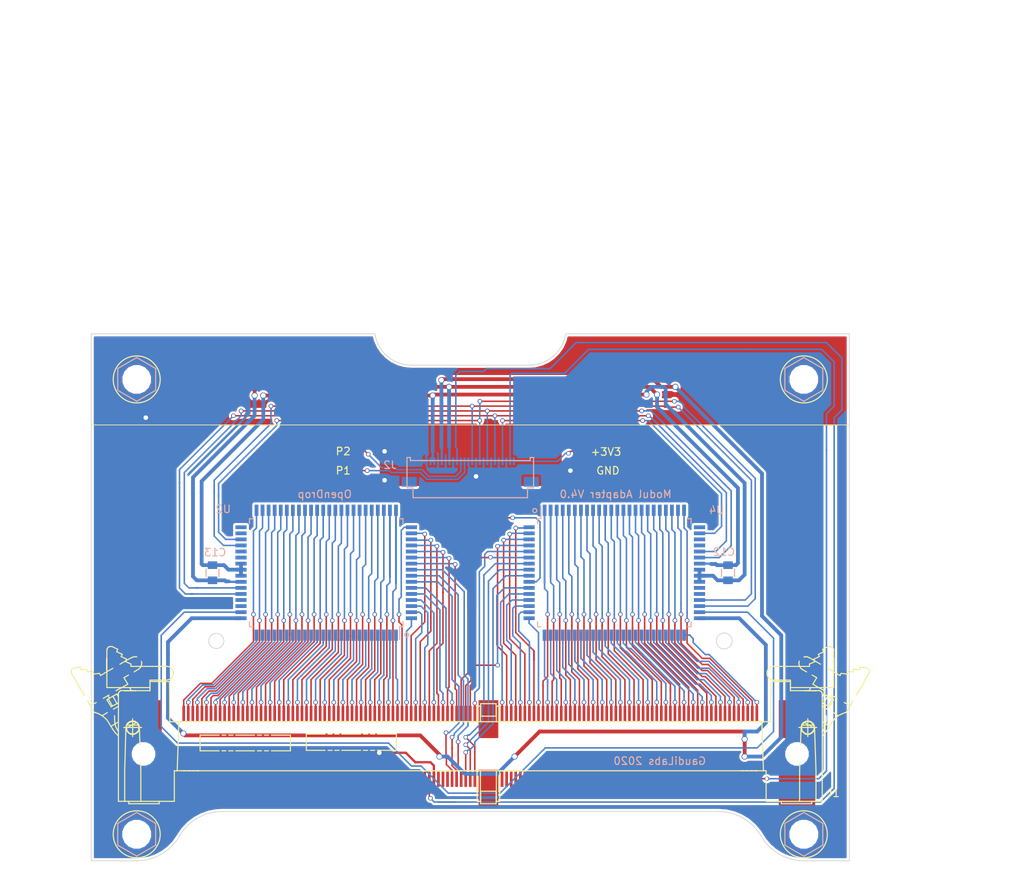
<source format=kicad_pcb>
(kicad_pcb (version 20171130) (host pcbnew 5.0.2-bee76a0~70~ubuntu18.04.1)
  (layers (0 F.Cu signal) (31 B.Cu signal) (34 B.Paste user) (35 F.Paste user) (36 B.SilkS user) (37 F.SilkS user) (38 B.Mask user) (39 F.Mask user) (44 Edge.Cuts user))
  (net 0 "")
  (net 1 V_GND)
  (net 2 VDD_C)
  (net 3 GND_C)
  (net 4 "Net-(J1-Pad123)")
  (net 5 "Net-(J1-Pad124)")
  (net 6 "Net-(J1-Pad125)")
  (net 7 "Net-(J1-Pad126)")
  (net 8 "Net-(J1-Pad127)")
  (net 9 "Net-(J1-Pad128)")
  (net 10 "Net-(J1-Pad129)")
  (net 11 "Net-(J1-Pad130)")
  (net 12 "Net-(J1-Pad131)")
  (net 13 "Net-(J1-Pad132)")
  (net 14 "Net-(J1-Pad133)")
  (net 15 "Net-(J1-Pad134)")
  (net 16 "Net-(J1-Pad135)")
  (net 17 "Net-(J1-Pad136)")
  (net 18 "Net-(J1-Pad137)")
  (net 19 "Net-(J1-Pad138)")
  (net 20 "Net-(J1-Pad139)")
  (net 21 "Net-(J1-Pad140)")
  (net 22 "Net-(J1-Pad141)")
  (net 23 "Net-(J1-Pad142)")
  (net 24 "Net-(J1-Pad143)")
  (net 25 "Net-(J1-Pad144)")
  (net 26 "Net-(J1-Pad145)")
  (net 27 "Net-(J1-Pad146)")
  (net 28 "Net-(J1-Pad147)")
  (net 29 "Net-(J1-Pad148)")
  (net 30 "Net-(J1-Pad149)")
  (net 31 "Net-(J1-Pad150)")
  (net 32 "Net-(J1-Pad151)")
  (net 33 "Net-(J1-Pad152)")
  (net 34 "Net-(J1-Pad153)")
  (net 35 "Net-(J1-Pad154)")
  (net 36 "Net-(J1-Pad155)")
  (net 37 "Net-(J1-Pad156)")
  (net 38 "Net-(J1-Pad157)")
  (net 39 "Net-(J1-Pad158)")
  (net 40 "Net-(J1-Pad159)")
  (net 41 "Net-(J1-Pad160)")
  (net 42 "Net-(J1-Pad161)")
  (net 43 "Net-(J1-Pad162)")
  (net 44 "Net-(J1-Pad163)")
  (net 45 "Net-(J1-Pad164)")
  (net 46 "Net-(J1-Pad165)")
  (net 47 "Net-(J1-Pad166)")
  (net 48 "Net-(J1-Pad167)")
  (net 49 "Net-(J1-Pad168)")
  (net 50 "Net-(J1-Pad169)")
  (net 51 "Net-(J1-Pad170)")
  (net 52 "Net-(J1-Pad171)")
  (net 53 "Net-(J1-Pad172)")
  (net 54 "Net-(J1-Pad173)")
  (net 55 "Net-(J1-Pad174)")
  (net 56 "Net-(J1-Pad175)")
  (net 57 "Net-(J1-Pad176)")
  (net 58 "Net-(J1-Pad177)")
  (net 59 "Net-(J1-Pad178)")
  (net 60 "Net-(J1-Pad180)")
  (net 61 "Net-(J1-Pad186)")
  (net 62 "Net-(J1-Pad188)")
  (net 63 "Net-(J1-Pad190)")
  (net 64 "Net-(J1-Pad192)")
  (net 65 "Net-(J1-Pad193)")
  (net 66 "Net-(J1-Pad194)")
  (net 67 "Net-(J1-Pad195)")
  (net 68 "Net-(J1-Pad196)")
  (net 69 "Net-(J1-Pad197)")
  (net 70 "Net-(J1-Pad198)")
  (net 71 "Net-(J1-Pad199)")
  (net 72 "Net-(J1-Pad200)")
  (net 73 "Net-(J1-Pad201)")
  (net 74 "Net-(J1-Pad202)")
  (net 75 "Net-(J1-Pad203)")
  (net 76 "Net-(J1-Pad204)")
  (net 77 "Net-(J1-Pad205)")
  (net 78 "Net-(J1-Pad206)")
  (net 79 "Net-(J1-Pad207)")
  (net 80 "Net-(J1-Pad208)")
  (net 81 "Net-(J1-Pad209)")
  (net 82 "Net-(J1-Pad210)")
  (net 83 "Net-(J1-Pad211)")
  (net 84 "Net-(J1-Pad212)")
  (net 85 "Net-(J1-Pad213)")
  (net 86 "Net-(J1-Pad214)")
  (net 87 "Net-(J1-Pad215)")
  (net 88 "Net-(J1-Pad216)")
  (net 89 "Net-(J1-Pad217)")
  (net 90 "Net-(J1-Pad218)")
  (net 91 "Net-(J1-Pad219)")
  (net 92 "Net-(J1-Pad220)")
  (net 93 "Net-(J1-Pad221)")
  (net 94 "Net-(J1-Pad222)")
  (net 95 "Net-(J1-Pad223)")
  (net 96 "Net-(J1-Pad224)")
  (net 97 "Net-(J1-Pad225)")
  (net 98 "Net-(J1-Pad226)")
  (net 99 "Net-(J1-Pad227)")
  (net 100 "Net-(J1-Pad228)")
  (net 101 "Net-(J1-Pad229)")
  (net 102 "Net-(J1-Pad230)")
  (net 103 "Net-(J1-Pad231)")
  (net 104 "Net-(J1-Pad232)")
  (net 105 "Net-(J1-Pad233)")
  (net 106 "Net-(J1-Pad234)")
  (net 107 "Net-(J1-Pad235)")
  (net 108 "Net-(J1-Pad236)")
  (net 109 "Net-(J1-Pad237)")
  (net 110 "Net-(J1-Pad238)")
  (net 111 "Net-(J1-Pad239)")
  (net 112 "Net-(J1-Pad240)")
  (net 113 "Net-(J1-Pad241)")
  (net 114 "Net-(J1-Pad242)")
  (net 115 "Net-(J1-Pad243)")
  (net 116 "Net-(J1-Pad244)")
  (net 117 "Net-(J1-Pad179)")
  (net 118 "Net-(J1-Pad181)")
  (net 119 "Net-(J1-Pad182)")
  (net 120 "Net-(J1-Pad183)")
  (net 121 "Net-(J1-Pad184)")
  (net 122 "Net-(J1-Pad185)")
  (net 123 "Net-(J1-Pad187)")
  (net 124 "Net-(J1-Pad189)")
  (net 125 "Net-(J1-Pad191)")
  (net 126 "Net-(J1-Pad60)")
  (net 127 "Net-(J1-Pad61)")
  (net 128 "Net-(J1-Pad62)")
  (net 129 "Net-(J1-Pad63)")
  (net 130 V_HV_C)
  (net 131 LE_C)
  (net 132 CLK_C)
  (net 133 "Net-(U2-Pad26)")
  (net 134 "Net-(J1-Pad64)")
  (net 135 "Net-(J1-Pad65)")
  (net 136 SENS_PAD)
  (net 137 GND)
  (net 138 DI_C)
  (net 139 BL_C)
  (net 140 POL_C)
  (net 141 DIG1)
  (net 142 DIG0)
  (net 143 +3V3)
  (module GaudiLabsFootPrints:MiniDimm_06_244_200 (layer F.Cu) (at 102.4 123.4 180)
    (fp_text reference J1 (at -45.479 -5.175 180) (layer F.SilkS))
    (fp_text value Mini_Dimm_244)
    (pad "" smd rect (at -40.7 4.59 180) (size 4.8 5) (layers F.Cu F.Paste F.Mask))
    (pad "" smd rect (at -40.7 -4.59 180) (size 4.8 5) (layers F.Cu F.Paste F.Mask))
    (pad "" smd rect (at 45.5 -4.59 180) (size 4.8 5) (layers F.Cu F.Paste F.Mask))
    (pad "" smd rect (at 45.5 4.59 180) (size 4.8 5) (layers F.Cu F.Paste F.Mask))
    (pad 244 smd rect (at -35.4 5.35 180) (size 0.35 2) (layers F.Cu F.Paste F.Mask) (net 116 "Net-(J1-Pad244)"))
    (pad 243 smd rect (at -34.8 5.35 180) (size 0.35 2) (layers F.Cu F.Paste F.Mask) (net 115 "Net-(J1-Pad243)"))
    (pad 242 smd rect (at -34.2 5.35 180) (size 0.35 2) (layers F.Cu F.Paste F.Mask) (net 114 "Net-(J1-Pad242)"))
    (pad 241 smd rect (at -33.6 5.35 180) (size 0.35 2) (layers F.Cu F.Paste F.Mask) (net 113 "Net-(J1-Pad241)"))
    (pad 240 smd rect (at -33 5.35 180) (size 0.35 2) (layers F.Cu F.Paste F.Mask) (net 112 "Net-(J1-Pad240)"))
    (pad 239 smd rect (at -32.4 5.35 180) (size 0.35 2) (layers F.Cu F.Paste F.Mask) (net 111 "Net-(J1-Pad239)"))
    (pad 238 smd rect (at -31.8 5.35 180) (size 0.35 2) (layers F.Cu F.Paste F.Mask) (net 110 "Net-(J1-Pad238)"))
    (pad 237 smd rect (at -31.2 5.35 180) (size 0.35 2) (layers F.Cu F.Paste F.Mask) (net 109 "Net-(J1-Pad237)"))
    (pad 236 smd rect (at -30.6 5.35 180) (size 0.35 2) (layers F.Cu F.Paste F.Mask) (net 108 "Net-(J1-Pad236)"))
    (pad 235 smd rect (at -30 5.35 180) (size 0.35 2) (layers F.Cu F.Paste F.Mask) (net 107 "Net-(J1-Pad235)"))
    (pad 234 smd rect (at -29.4 5.35 180) (size 0.35 2) (layers F.Cu F.Paste F.Mask) (net 106 "Net-(J1-Pad234)"))
    (pad 233 smd rect (at -28.8 5.35 180) (size 0.35 2) (layers F.Cu F.Paste F.Mask) (net 105 "Net-(J1-Pad233)"))
    (pad 232 smd rect (at -28.2 5.35 180) (size 0.35 2) (layers F.Cu F.Paste F.Mask) (net 104 "Net-(J1-Pad232)"))
    (pad 231 smd rect (at -27.6 5.35 180) (size 0.35 2) (layers F.Cu F.Paste F.Mask) (net 103 "Net-(J1-Pad231)"))
    (pad 230 smd rect (at -27 5.35 180) (size 0.35 2) (layers F.Cu F.Paste F.Mask) (net 102 "Net-(J1-Pad230)"))
    (pad 229 smd rect (at -26.4 5.35 180) (size 0.35 2) (layers F.Cu F.Paste F.Mask) (net 101 "Net-(J1-Pad229)"))
    (pad 228 smd rect (at -25.8 5.35 180) (size 0.35 2) (layers F.Cu F.Paste F.Mask) (net 100 "Net-(J1-Pad228)"))
    (pad 227 smd rect (at -25.2 5.35 180) (size 0.35 2) (layers F.Cu F.Paste F.Mask) (net 99 "Net-(J1-Pad227)"))
    (pad 226 smd rect (at -24.6 5.35 180) (size 0.35 2) (layers F.Cu F.Paste F.Mask) (net 98 "Net-(J1-Pad226)"))
    (pad 225 smd rect (at -24 5.35 180) (size 0.35 2) (layers F.Cu F.Paste F.Mask) (net 97 "Net-(J1-Pad225)"))
    (pad 224 smd rect (at -23.4 5.35 180) (size 0.35 2) (layers F.Cu F.Paste F.Mask) (net 96 "Net-(J1-Pad224)"))
    (pad 223 smd rect (at -22.8 5.35 180) (size 0.35 2) (layers F.Cu F.Paste F.Mask) (net 95 "Net-(J1-Pad223)"))
    (pad 222 smd rect (at -22.2 5.35 180) (size 0.35 2) (layers F.Cu F.Paste F.Mask) (net 94 "Net-(J1-Pad222)"))
    (pad 221 smd rect (at -21.6 5.35 180) (size 0.35 2) (layers F.Cu F.Paste F.Mask) (net 93 "Net-(J1-Pad221)"))
    (pad 220 smd rect (at -21 5.35 180) (size 0.35 2) (layers F.Cu F.Paste F.Mask) (net 92 "Net-(J1-Pad220)"))
    (pad 219 smd rect (at -20.4 5.35 180) (size 0.35 2) (layers F.Cu F.Paste F.Mask) (net 91 "Net-(J1-Pad219)"))
    (pad 218 smd rect (at -19.8 5.35 180) (size 0.35 2) (layers F.Cu F.Paste F.Mask) (net 90 "Net-(J1-Pad218)"))
    (pad 217 smd rect (at -19.2 5.35 180) (size 0.35 2) (layers F.Cu F.Paste F.Mask) (net 89 "Net-(J1-Pad217)"))
    (pad 216 smd rect (at -18.6 5.35 180) (size 0.35 2) (layers F.Cu F.Paste F.Mask) (net 88 "Net-(J1-Pad216)"))
    (pad 215 smd rect (at -18 5.35 180) (size 0.35 2) (layers F.Cu F.Paste F.Mask) (net 87 "Net-(J1-Pad215)"))
    (pad 214 smd rect (at -17.4 5.35 180) (size 0.35 2) (layers F.Cu F.Paste F.Mask) (net 86 "Net-(J1-Pad214)"))
    (pad 213 smd rect (at -16.8 5.35 180) (size 0.35 2) (layers F.Cu F.Paste F.Mask) (net 85 "Net-(J1-Pad213)"))
    (pad 212 smd rect (at -16.2 5.35 180) (size 0.35 2) (layers F.Cu F.Paste F.Mask) (net 84 "Net-(J1-Pad212)"))
    (pad 211 smd rect (at -15.6 5.35 180) (size 0.35 2) (layers F.Cu F.Paste F.Mask) (net 83 "Net-(J1-Pad211)"))
    (pad 210 smd rect (at -15 5.35 180) (size 0.35 2) (layers F.Cu F.Paste F.Mask) (net 82 "Net-(J1-Pad210)"))
    (pad 209 smd rect (at -14.4 5.35 180) (size 0.35 2) (layers F.Cu F.Paste F.Mask) (net 81 "Net-(J1-Pad209)"))
    (pad 208 smd rect (at -13.8 5.35 180) (size 0.35 2) (layers F.Cu F.Paste F.Mask) (net 80 "Net-(J1-Pad208)"))
    (pad 207 smd rect (at -13.2 5.35 180) (size 0.35 2) (layers F.Cu F.Paste F.Mask) (net 79 "Net-(J1-Pad207)"))
    (pad 206 smd rect (at -12.6 5.35 180) (size 0.35 2) (layers F.Cu F.Paste F.Mask) (net 78 "Net-(J1-Pad206)"))
    (pad 205 smd rect (at -12 5.35 180) (size 0.35 2) (layers F.Cu F.Paste F.Mask) (net 77 "Net-(J1-Pad205)"))
    (pad 204 smd rect (at -11.4 5.35 180) (size 0.35 2) (layers F.Cu F.Paste F.Mask) (net 76 "Net-(J1-Pad204)"))
    (pad 203 smd rect (at -10.8 5.35 180) (size 0.35 2) (layers F.Cu F.Paste F.Mask) (net 75 "Net-(J1-Pad203)"))
    (pad 202 smd rect (at -10.2 5.35 180) (size 0.35 2) (layers F.Cu F.Paste F.Mask) (net 74 "Net-(J1-Pad202)"))
    (pad 201 smd rect (at -9.6 5.35 180) (size 0.35 2) (layers F.Cu F.Paste F.Mask) (net 73 "Net-(J1-Pad201)"))
    (pad 200 smd rect (at -9 5.35 180) (size 0.35 2) (layers F.Cu F.Paste F.Mask) (net 72 "Net-(J1-Pad200)"))
    (pad 199 smd rect (at -8.4 5.35 180) (size 0.35 2) (layers F.Cu F.Paste F.Mask) (net 71 "Net-(J1-Pad199)"))
    (pad 198 smd rect (at -7.8 5.35 180) (size 0.35 2) (layers F.Cu F.Paste F.Mask) (net 70 "Net-(J1-Pad198)"))
    (pad 197 smd rect (at -7.2 5.35 180) (size 0.35 2) (layers F.Cu F.Paste F.Mask) (net 69 "Net-(J1-Pad197)"))
    (pad 196 smd rect (at -6.6 5.35 180) (size 0.35 2) (layers F.Cu F.Paste F.Mask) (net 68 "Net-(J1-Pad196)"))
    (pad 195 smd rect (at -6 5.35 180) (size 0.35 2) (layers F.Cu F.Paste F.Mask) (net 67 "Net-(J1-Pad195)"))
    (pad 194 smd rect (at -5.4 5.35 180) (size 0.35 2) (layers F.Cu F.Paste F.Mask) (net 66 "Net-(J1-Pad194)"))
    (pad 193 smd rect (at -4.8 5.35 180) (size 0.35 2) (layers F.Cu F.Paste F.Mask) (net 65 "Net-(J1-Pad193)"))
    (pad 192 smd rect (at -4.2 5.35 180) (size 0.35 2) (layers F.Cu F.Paste F.Mask) (net 64 "Net-(J1-Pad192)"))
    (pad 191 smd rect (at -3.6 5.35 180) (size 0.35 2) (layers F.Cu F.Paste F.Mask) (net 125 "Net-(J1-Pad191)"))
    (pad 190 smd rect (at -3 5.35 180) (size 0.35 2) (layers F.Cu F.Paste F.Mask) (net 63 "Net-(J1-Pad190)"))
    (pad 189 smd rect (at -2.4 5.35 180) (size 0.35 2) (layers F.Cu F.Paste F.Mask) (net 124 "Net-(J1-Pad189)"))
    (pad 188 smd rect (at -1.8 5.35 180) (size 0.35 2) (layers F.Cu F.Paste F.Mask) (net 62 "Net-(J1-Pad188)"))
    (pad 187 smd rect (at 1.8 5.35 180) (size 0.35 2) (layers F.Cu F.Paste F.Mask) (net 123 "Net-(J1-Pad187)"))
    (pad 186 smd rect (at 2.4 5.35 180) (size 0.35 2) (layers F.Cu F.Paste F.Mask) (net 61 "Net-(J1-Pad186)"))
    (pad 185 smd rect (at 3 5.35 180) (size 0.35 2) (layers F.Cu F.Paste F.Mask) (net 122 "Net-(J1-Pad185)"))
    (pad 184 smd rect (at 3.6 5.35 180) (size 0.35 2) (layers F.Cu F.Paste F.Mask) (net 121 "Net-(J1-Pad184)"))
    (pad 183 smd rect (at 4.2 5.35 180) (size 0.35 2) (layers F.Cu F.Paste F.Mask) (net 120 "Net-(J1-Pad183)"))
    (pad 182 smd rect (at 4.8 5.35 180) (size 0.35 2) (layers F.Cu F.Paste F.Mask) (net 119 "Net-(J1-Pad182)"))
    (pad 181 smd rect (at 5.4 5.35 180) (size 0.35 2) (layers F.Cu F.Paste F.Mask) (net 118 "Net-(J1-Pad181)"))
    (pad 180 smd rect (at 6 5.35 180) (size 0.35 2) (layers F.Cu F.Paste F.Mask) (net 60 "Net-(J1-Pad180)"))
    (pad 179 smd rect (at 6.6 5.35 180) (size 0.35 2) (layers F.Cu F.Paste F.Mask) (net 117 "Net-(J1-Pad179)"))
    (pad 178 smd rect (at 7.2 5.35 180) (size 0.35 2) (layers F.Cu F.Paste F.Mask) (net 59 "Net-(J1-Pad178)"))
    (pad 177 smd rect (at 7.8 5.35 180) (size 0.35 2) (layers F.Cu F.Paste F.Mask) (net 58 "Net-(J1-Pad177)"))
    (pad 176 smd rect (at 8.4 5.35 180) (size 0.35 2) (layers F.Cu F.Paste F.Mask) (net 57 "Net-(J1-Pad176)"))
    (pad 175 smd rect (at 9 5.35 180) (size 0.35 2) (layers F.Cu F.Paste F.Mask) (net 56 "Net-(J1-Pad175)"))
    (pad 174 smd rect (at 9.6 5.35 180) (size 0.35 2) (layers F.Cu F.Paste F.Mask) (net 55 "Net-(J1-Pad174)"))
    (pad 173 smd rect (at 10.2 5.35 180) (size 0.35 2) (layers F.Cu F.Paste F.Mask) (net 54 "Net-(J1-Pad173)"))
    (pad 172 smd rect (at 10.8 5.35 180) (size 0.35 2) (layers F.Cu F.Paste F.Mask) (net 53 "Net-(J1-Pad172)"))
    (pad 171 smd rect (at 11.4 5.35 180) (size 0.35 2) (layers F.Cu F.Paste F.Mask) (net 52 "Net-(J1-Pad171)"))
    (pad 170 smd rect (at 12 5.35 180) (size 0.35 2) (layers F.Cu F.Paste F.Mask) (net 51 "Net-(J1-Pad170)"))
    (pad 169 smd rect (at 12.6 5.35 180) (size 0.35 2) (layers F.Cu F.Paste F.Mask) (net 50 "Net-(J1-Pad169)"))
    (pad 168 smd rect (at 13.2 5.35 180) (size 0.35 2) (layers F.Cu F.Paste F.Mask) (net 49 "Net-(J1-Pad168)"))
    (pad 167 smd rect (at 13.8 5.35 180) (size 0.35 2) (layers F.Cu F.Paste F.Mask) (net 48 "Net-(J1-Pad167)"))
    (pad 166 smd rect (at 14.4 5.35 180) (size 0.35 2) (layers F.Cu F.Paste F.Mask) (net 47 "Net-(J1-Pad166)"))
    (pad 165 smd rect (at 15 5.35 180) (size 0.35 2) (layers F.Cu F.Paste F.Mask) (net 46 "Net-(J1-Pad165)"))
    (pad 164 smd rect (at 15.6 5.35 180) (size 0.35 2) (layers F.Cu F.Paste F.Mask) (net 45 "Net-(J1-Pad164)"))
    (pad 163 smd rect (at 16.2 5.35 180) (size 0.35 2) (layers F.Cu F.Paste F.Mask) (net 44 "Net-(J1-Pad163)"))
    (pad 162 smd rect (at 16.8 5.35 180) (size 0.35 2) (layers F.Cu F.Paste F.Mask) (net 43 "Net-(J1-Pad162)"))
    (pad 161 smd rect (at 17.4 5.35 180) (size 0.35 2) (layers F.Cu F.Paste F.Mask) (net 42 "Net-(J1-Pad161)"))
    (pad 160 smd rect (at 18 5.35 180) (size 0.35 2) (layers F.Cu F.Paste F.Mask) (net 41 "Net-(J1-Pad160)"))
    (pad 159 smd rect (at 18.6 5.35 180) (size 0.35 2) (layers F.Cu F.Paste F.Mask) (net 40 "Net-(J1-Pad159)"))
    (pad 158 smd rect (at 19.2 5.35 180) (size 0.35 2) (layers F.Cu F.Paste F.Mask) (net 39 "Net-(J1-Pad158)"))
    (pad 157 smd rect (at 19.8 5.35 180) (size 0.35 2) (layers F.Cu F.Paste F.Mask) (net 38 "Net-(J1-Pad157)"))
    (pad 156 smd rect (at 20.4 5.35 180) (size 0.35 2) (layers F.Cu F.Paste F.Mask) (net 37 "Net-(J1-Pad156)"))
    (pad 155 smd rect (at 21 5.35 180) (size 0.35 2) (layers F.Cu F.Paste F.Mask) (net 36 "Net-(J1-Pad155)"))
    (pad 154 smd rect (at 21.6 5.35 180) (size 0.35 2) (layers F.Cu F.Paste F.Mask) (net 35 "Net-(J1-Pad154)"))
    (pad 153 smd rect (at 22.2 5.35 180) (size 0.35 2) (layers F.Cu F.Paste F.Mask) (net 34 "Net-(J1-Pad153)"))
    (pad 152 smd rect (at 22.8 5.35 180) (size 0.35 2) (layers F.Cu F.Paste F.Mask) (net 33 "Net-(J1-Pad152)"))
    (pad 151 smd rect (at 23.4 5.35 180) (size 0.35 2) (layers F.Cu F.Paste F.Mask) (net 32 "Net-(J1-Pad151)"))
    (pad 150 smd rect (at 24 5.35 180) (size 0.35 2) (layers F.Cu F.Paste F.Mask) (net 31 "Net-(J1-Pad150)"))
    (pad 149 smd rect (at 24.6 5.35 180) (size 0.35 2) (layers F.Cu F.Paste F.Mask) (net 30 "Net-(J1-Pad149)"))
    (pad 148 smd rect (at 25.2 5.35 180) (size 0.35 2) (layers F.Cu F.Paste F.Mask) (net 29 "Net-(J1-Pad148)"))
    (pad 147 smd rect (at 25.8 5.35 180) (size 0.35 2) (layers F.Cu F.Paste F.Mask) (net 28 "Net-(J1-Pad147)"))
    (pad 146 smd rect (at 26.4 5.35 180) (size 0.35 2) (layers F.Cu F.Paste F.Mask) (net 27 "Net-(J1-Pad146)"))
    (pad 145 smd rect (at 27 5.35 180) (size 0.35 2) (layers F.Cu F.Paste F.Mask) (net 26 "Net-(J1-Pad145)"))
    (pad 144 smd rect (at 27.6 5.35 180) (size 0.35 2) (layers F.Cu F.Paste F.Mask) (net 25 "Net-(J1-Pad144)"))
    (pad 143 smd rect (at 28.2 5.35 180) (size 0.35 2) (layers F.Cu F.Paste F.Mask) (net 24 "Net-(J1-Pad143)"))
    (pad 142 smd rect (at 28.8 5.35 180) (size 0.35 2) (layers F.Cu F.Paste F.Mask) (net 23 "Net-(J1-Pad142)"))
    (pad 141 smd rect (at 29.4 5.35 180) (size 0.35 2) (layers F.Cu F.Paste F.Mask) (net 22 "Net-(J1-Pad141)"))
    (pad 140 smd rect (at 30 5.35 180) (size 0.35 2) (layers F.Cu F.Paste F.Mask) (net 21 "Net-(J1-Pad140)"))
    (pad 139 smd rect (at 30.6 5.35 180) (size 0.35 2) (layers F.Cu F.Paste F.Mask) (net 20 "Net-(J1-Pad139)"))
    (pad 138 smd rect (at 31.2 5.35 180) (size 0.35 2) (layers F.Cu F.Paste F.Mask) (net 19 "Net-(J1-Pad138)"))
    (pad 137 smd rect (at 31.8 5.35 180) (size 0.35 2) (layers F.Cu F.Paste F.Mask) (net 18 "Net-(J1-Pad137)"))
    (pad 136 smd rect (at 32.4 5.35 180) (size 0.35 2) (layers F.Cu F.Paste F.Mask) (net 17 "Net-(J1-Pad136)"))
    (pad 135 smd rect (at 33 5.35 180) (size 0.35 2) (layers F.Cu F.Paste F.Mask) (net 16 "Net-(J1-Pad135)"))
    (pad 134 smd rect (at 33.6 5.35 180) (size 0.35 2) (layers F.Cu F.Paste F.Mask) (net 15 "Net-(J1-Pad134)"))
    (pad 133 smd rect (at 34.2 5.35 180) (size 0.35 2) (layers F.Cu F.Paste F.Mask) (net 14 "Net-(J1-Pad133)"))
    (pad 132 smd rect (at 34.8 5.35 180) (size 0.35 2) (layers F.Cu F.Paste F.Mask) (net 13 "Net-(J1-Pad132)"))
    (pad 131 smd rect (at 35.4 5.35 180) (size 0.35 2) (layers F.Cu F.Paste F.Mask) (net 12 "Net-(J1-Pad131)"))
    (pad 130 smd rect (at 36 5.35 180) (size 0.35 2) (layers F.Cu F.Paste F.Mask) (net 11 "Net-(J1-Pad130)"))
    (pad 129 smd rect (at 36.6 5.35 180) (size 0.35 2) (layers F.Cu F.Paste F.Mask) (net 10 "Net-(J1-Pad129)"))
    (pad 128 smd rect (at 37.2 5.35 180) (size 0.35 2) (layers F.Cu F.Paste F.Mask) (net 9 "Net-(J1-Pad128)"))
    (pad 127 smd rect (at 37.8 5.35 180) (size 0.35 2) (layers F.Cu F.Paste F.Mask) (net 8 "Net-(J1-Pad127)"))
    (pad 126 smd rect (at 38.4 5.35 180) (size 0.35 2) (layers F.Cu F.Paste F.Mask) (net 7 "Net-(J1-Pad126)"))
    (pad 125 smd rect (at 39 5.35 180) (size 0.35 2) (layers F.Cu F.Paste F.Mask) (net 6 "Net-(J1-Pad125)"))
    (pad 124 smd rect (at 39.6 5.35 180) (size 0.35 2) (layers F.Cu F.Paste F.Mask) (net 5 "Net-(J1-Pad124)"))
    (pad 123 smd rect (at 40.2 5.35 180) (size 0.35 2) (layers F.Cu F.Paste F.Mask) (net 4 "Net-(J1-Pad123)"))
    (pad 122 smd rect (at -35.4 -3.35 180) (size 0.35 2) (layers F.Cu F.Paste F.Mask) (net 1 V_GND))
    (pad 121 smd rect (at -34.8 -3.35 180) (size 0.35 2) (layers F.Cu F.Paste F.Mask) (net 1 V_GND))
    (pad 120 smd rect (at -34.2 -3.35 180) (size 0.35 2) (layers F.Cu F.Paste F.Mask))
    (pad 119 smd rect (at -33.6 -3.35 180) (size 0.35 2) (layers F.Cu F.Paste F.Mask))
    (pad 118 smd rect (at -33 -3.35 180) (size 0.35 2) (layers F.Cu F.Paste F.Mask))
    (pad 117 smd rect (at -32.4 -3.35 180) (size 0.35 2) (layers F.Cu F.Paste F.Mask))
    (pad 116 smd rect (at -31.8 -3.35 180) (size 0.35 2) (layers F.Cu F.Paste F.Mask))
    (pad 115 smd rect (at -31.2 -3.35 180) (size 0.35 2) (layers F.Cu F.Paste F.Mask))
    (pad 114 smd rect (at -30.6 -3.35 180) (size 0.35 2) (layers F.Cu F.Paste F.Mask))
    (pad 113 smd rect (at -30 -3.35 180) (size 0.35 2) (layers F.Cu F.Paste F.Mask))
    (pad 112 smd rect (at -29.4 -3.35 180) (size 0.35 2) (layers F.Cu F.Paste F.Mask))
    (pad 111 smd rect (at -28.8 -3.35 180) (size 0.35 2) (layers F.Cu F.Paste F.Mask))
    (pad 110 smd rect (at -28.2 -3.35 180) (size 0.35 2) (layers F.Cu F.Paste F.Mask))
    (pad 109 smd rect (at -27.6 -3.35 180) (size 0.35 2) (layers F.Cu F.Paste F.Mask))
    (pad 108 smd rect (at -27 -3.35 180) (size 0.35 2) (layers F.Cu F.Paste F.Mask))
    (pad 107 smd rect (at -26.4 -3.35 180) (size 0.35 2) (layers F.Cu F.Paste F.Mask))
    (pad 106 smd rect (at -25.8 -3.35 180) (size 0.35 2) (layers F.Cu F.Paste F.Mask))
    (pad 105 smd rect (at -25.2 -3.35 180) (size 0.35 2) (layers F.Cu F.Paste F.Mask))
    (pad 104 smd rect (at -24.6 -3.35 180) (size 0.35 2) (layers F.Cu F.Paste F.Mask))
    (pad 103 smd rect (at -24 -3.35 180) (size 0.35 2) (layers F.Cu F.Paste F.Mask))
    (pad 102 smd rect (at -23.4 -3.35 180) (size 0.35 2) (layers F.Cu F.Paste F.Mask))
    (pad 101 smd rect (at -22.8 -3.35 180) (size 0.35 2) (layers F.Cu F.Paste F.Mask))
    (pad 100 smd rect (at -22.2 -3.35 180) (size 0.35 2) (layers F.Cu F.Paste F.Mask))
    (pad 99 smd rect (at -21.6 -3.35 180) (size 0.35 2) (layers F.Cu F.Paste F.Mask))
    (pad 98 smd rect (at -21 -3.35 180) (size 0.35 2) (layers F.Cu F.Paste F.Mask))
    (pad 97 smd rect (at -20.4 -3.35 180) (size 0.35 2) (layers F.Cu F.Paste F.Mask))
    (pad 96 smd rect (at -19.8 -3.35 180) (size 0.35 2) (layers F.Cu F.Paste F.Mask))
    (pad 95 smd rect (at -19.2 -3.35 180) (size 0.35 2) (layers F.Cu F.Paste F.Mask))
    (pad 94 smd rect (at -18.6 -3.35 180) (size 0.35 2) (layers F.Cu F.Paste F.Mask))
    (pad 93 smd rect (at -18 -3.35 180) (size 0.35 2) (layers F.Cu F.Paste F.Mask))
    (pad 92 smd rect (at -17.4 -3.35 180) (size 0.35 2) (layers F.Cu F.Paste F.Mask))
    (pad 91 smd rect (at -16.8 -3.35 180) (size 0.35 2) (layers F.Cu F.Paste F.Mask))
    (pad 90 smd rect (at -16.2 -3.35 180) (size 0.35 2) (layers F.Cu F.Paste F.Mask))
    (pad 89 smd rect (at -15.6 -3.35 180) (size 0.35 2) (layers F.Cu F.Paste F.Mask))
    (pad 88 smd rect (at -15 -3.35 180) (size 0.35 2) (layers F.Cu F.Paste F.Mask))
    (pad 87 smd rect (at -14.4 -3.35 180) (size 0.35 2) (layers F.Cu F.Paste F.Mask))
    (pad 86 smd rect (at -13.8 -3.35 180) (size 0.35 2) (layers F.Cu F.Paste F.Mask))
    (pad 85 smd rect (at -13.2 -3.35 180) (size 0.35 2) (layers F.Cu F.Paste F.Mask))
    (pad 84 smd rect (at -12.6 -3.35 180) (size 0.35 2) (layers F.Cu F.Paste F.Mask))
    (pad 83 smd rect (at -12 -3.35 180) (size 0.35 2) (layers F.Cu F.Paste F.Mask))
    (pad 82 smd rect (at -11.4 -3.35 180) (size 0.35 2) (layers F.Cu F.Paste F.Mask))
    (pad 81 smd rect (at -10.8 -3.35 180) (size 0.35 2) (layers F.Cu F.Paste F.Mask))
    (pad 80 smd rect (at -10.2 -3.35 180) (size 0.35 2) (layers F.Cu F.Paste F.Mask))
    (pad 79 smd rect (at -9.6 -3.35 180) (size 0.35 2) (layers F.Cu F.Paste F.Mask))
    (pad 78 smd rect (at -9 -3.35 180) (size 0.35 2) (layers F.Cu F.Paste F.Mask))
    (pad 77 smd rect (at -8.4 -3.35 180) (size 0.35 2) (layers F.Cu F.Paste F.Mask))
    (pad 76 smd rect (at -7.8 -3.35 180) (size 0.35 2) (layers F.Cu F.Paste F.Mask))
    (pad 75 smd rect (at -7.2 -3.35 180) (size 0.35 2) (layers F.Cu F.Paste F.Mask))
    (pad 74 smd rect (at -6.6 -3.35 180) (size 0.35 2) (layers F.Cu F.Paste F.Mask))
    (pad 73 smd rect (at -6 -3.35 180) (size 0.35 2) (layers F.Cu F.Paste F.Mask))
    (pad 72 smd rect (at -5.4 -3.35 180) (size 0.35 2) (layers F.Cu F.Paste F.Mask))
    (pad 71 smd rect (at -4.8 -3.35 180) (size 0.35 2) (layers F.Cu F.Paste F.Mask))
    (pad 70 smd rect (at -4.2 -3.35 180) (size 0.35 2) (layers F.Cu F.Paste F.Mask))
    (pad 69 smd rect (at -3.6 -3.35 180) (size 0.35 2) (layers F.Cu F.Paste F.Mask))
    (pad 68 smd rect (at -3 -3.35 180) (size 0.35 2) (layers F.Cu F.Paste F.Mask))
    (pad 67 smd rect (at -2.4 -3.35 180) (size 0.35 2) (layers F.Cu F.Paste F.Mask))
    (pad 66 smd rect (at -1.8 -3.35 180) (size 0.35 2) (layers F.Cu F.Paste F.Mask))
    (pad 65 smd rect (at 1.8 -3.35 180) (size 0.35 2) (layers F.Cu F.Paste F.Mask) (net 135 "Net-(J1-Pad65)"))
    (pad 64 smd rect (at 2.4 -3.35 180) (size 0.35 2) (layers F.Cu F.Paste F.Mask) (net 134 "Net-(J1-Pad64)"))
    (pad 63 smd rect (at 3 -3.35 180) (size 0.35 2) (layers F.Cu F.Paste F.Mask) (net 129 "Net-(J1-Pad63)"))
    (pad 62 smd rect (at 3.6 -3.35 180) (size 0.35 2) (layers F.Cu F.Paste F.Mask) (net 128 "Net-(J1-Pad62)"))
    (pad 61 smd rect (at 4.2 -3.35 180) (size 0.35 2) (layers F.Cu F.Paste F.Mask) (net 127 "Net-(J1-Pad61)"))
    (pad 60 smd rect (at 4.8 -3.35 180) (size 0.35 2) (layers F.Cu F.Paste F.Mask) (net 126 "Net-(J1-Pad60)"))
    (pad 59 smd rect (at 5.4 -3.35 180) (size 0.35 2) (layers F.Cu F.Paste F.Mask))
    (pad 58 smd rect (at 6 -3.35 180) (size 0.35 2) (layers F.Cu F.Paste F.Mask))
    (pad 57 smd rect (at 6.6 -3.35 180) (size 0.35 2) (layers F.Cu F.Paste F.Mask))
    (pad 56 smd rect (at 7.2 -3.35 180) (size 0.35 2) (layers F.Cu F.Paste F.Mask) (net 137 GND))
    (pad 55 smd rect (at 7.8 -3.35 180) (size 0.35 2) (layers F.Cu F.Paste F.Mask) (net 136 SENS_PAD))
    (pad 54 smd rect (at 8.4 -3.35 180) (size 0.35 2) (layers F.Cu F.Paste F.Mask))
    (pad 53 smd rect (at 9 -3.35 180) (size 0.35 2) (layers F.Cu F.Paste F.Mask))
    (pad 52 smd rect (at 9.6 -3.35 180) (size 0.35 2) (layers F.Cu F.Paste F.Mask))
    (pad 51 smd rect (at 10.2 -3.35 180) (size 0.35 2) (layers F.Cu F.Paste F.Mask))
    (pad 50 smd rect (at 10.8 -3.35 180) (size 0.35 2) (layers F.Cu F.Paste F.Mask))
    (pad 49 smd rect (at 11.4 -3.35 180) (size 0.35 2) (layers F.Cu F.Paste F.Mask))
    (pad 47 smd rect (at 12.6 -3.35 180) (size 0.35 2) (layers F.Cu F.Paste F.Mask))
    (pad 48 smd rect (at 12 -3.35 180) (size 0.35 2) (layers F.Cu F.Paste F.Mask))
    (pad 46 smd rect (at 13.2 -3.35 180) (size 0.35 2) (layers F.Cu F.Paste F.Mask))
    (pad 45 smd rect (at 13.8 -3.35 180) (size 0.35 2) (layers F.Cu F.Paste F.Mask))
    (pad 44 smd rect (at 14.4 -3.35 180) (size 0.35 2) (layers F.Cu F.Paste F.Mask))
    (pad 43 smd rect (at 15 -3.35 180) (size 0.35 2) (layers F.Cu F.Paste F.Mask))
    (pad 42 smd rect (at 15.6 -3.35 180) (size 0.35 2) (layers F.Cu F.Paste F.Mask))
    (pad 41 smd rect (at 16.2 -3.35 180) (size 0.35 2) (layers F.Cu F.Paste F.Mask))
    (pad 40 smd rect (at 16.8 -3.35 180) (size 0.35 2) (layers F.Cu F.Paste F.Mask))
    (pad 39 smd rect (at 17.4 -3.35 180) (size 0.35 2) (layers F.Cu F.Paste F.Mask))
    (pad 38 smd rect (at 18 -3.35 180) (size 0.35 2) (layers F.Cu F.Paste F.Mask))
    (pad 37 smd rect (at 18.6 -3.35 180) (size 0.35 2) (layers F.Cu F.Paste F.Mask))
    (pad 36 smd rect (at 19.2 -3.35 180) (size 0.35 2) (layers F.Cu F.Paste F.Mask))
    (pad 35 smd rect (at 19.8 -3.35 180) (size 0.35 2) (layers F.Cu F.Paste F.Mask))
    (pad 34 smd rect (at 20.4 -3.35 180) (size 0.35 2) (layers F.Cu F.Paste F.Mask))
    (pad 33 smd rect (at 21 -3.35 180) (size 0.35 2) (layers F.Cu F.Paste F.Mask))
    (pad 32 smd rect (at 21.6 -3.35 180) (size 0.35 2) (layers F.Cu F.Paste F.Mask))
    (pad 31 smd rect (at 22.2 -3.35 180) (size 0.35 2) (layers F.Cu F.Paste F.Mask))
    (pad 30 smd rect (at 22.8 -3.35 180) (size 0.35 2) (layers F.Cu F.Paste F.Mask))
    (pad 29 smd rect (at 23.4 -3.35 180) (size 0.35 2) (layers F.Cu F.Paste F.Mask))
    (pad 28 smd rect (at 24 -3.35 180) (size 0.35 2) (layers F.Cu F.Paste F.Mask))
    (pad 27 smd rect (at 24.6 -3.35 180) (size 0.35 2) (layers F.Cu F.Paste F.Mask))
    (pad 26 smd rect (at 25.2 -3.35 180) (size 0.35 2) (layers F.Cu F.Paste F.Mask))
    (pad 25 smd rect (at 25.8 -3.35 180) (size 0.35 2) (layers F.Cu F.Paste F.Mask))
    (pad 24 smd rect (at 26.4 -3.35 180) (size 0.35 2) (layers F.Cu F.Paste F.Mask))
    (pad 23 smd rect (at 27 -3.35 180) (size 0.35 2) (layers F.Cu F.Paste F.Mask))
    (pad 22 smd rect (at 27.6 -3.35 180) (size 0.35 2) (layers F.Cu F.Paste F.Mask))
    (pad 21 smd rect (at 28.2 -3.35 180) (size 0.35 2) (layers F.Cu F.Paste F.Mask))
    (pad 20 smd rect (at 28.8 -3.35 180) (size 0.35 2) (layers F.Cu F.Paste F.Mask))
    (pad 19 smd rect (at 29.4 -3.35 180) (size 0.35 2) (layers F.Cu F.Paste F.Mask))
    (pad 18 smd rect (at 30 -3.35 180) (size 0.35 2) (layers F.Cu F.Paste F.Mask))
    (pad 17 smd rect (at 30.6 -3.35 180) (size 0.35 2) (layers F.Cu F.Paste F.Mask))
    (pad 16 smd rect (at 31.2 -3.35 180) (size 0.35 2) (layers F.Cu F.Paste F.Mask))
    (pad 15 smd rect (at 31.8 -3.35 180) (size 0.35 2) (layers F.Cu F.Paste F.Mask))
    (pad 14 smd rect (at 32.4 -3.35 180) (size 0.35 2) (layers F.Cu F.Paste F.Mask))
    (pad 13 smd rect (at 33 -3.35 180) (size 0.35 2) (layers F.Cu F.Paste F.Mask))
    (pad 12 smd rect (at 33.6 -3.35 180) (size 0.35 2) (layers F.Cu F.Paste F.Mask))
    (pad 11 smd rect (at 34.2 -3.35 180) (size 0.35 2) (layers F.Cu F.Paste F.Mask))
    (pad 10 smd rect (at 34.8 -3.35 180) (size 0.35 2) (layers F.Cu F.Paste F.Mask))
    (pad 9 smd rect (at 35.4 -3.35 180) (size 0.35 2) (layers F.Cu F.Paste F.Mask))
    (pad 8 smd rect (at 36 -3.35 180) (size 0.35 2) (layers F.Cu F.Paste F.Mask))
    (pad 7 smd rect (at 36.6 -3.35 180) (size 0.35 2) (layers F.Cu F.Paste F.Mask))
    (pad 6 smd rect (at 37.2 -3.35 180) (size 0.35 2) (layers F.Cu F.Paste F.Mask))
    (pad 5 smd rect (at 37.8 -3.35 180) (size 0.35 2) (layers F.Cu F.Paste F.Mask))
    (pad 4 smd rect (at 38.4 -3.35 180) (size 0.35 2) (layers F.Cu F.Paste F.Mask))
    (pad 3 smd rect (at 39 -3.35 180) (size 0.35 2) (layers F.Cu F.Paste F.Mask))
    (pad 1 smd rect (at 40.2 -3.35 180) (size 0.35 2) (layers F.Cu F.Paste F.Mask))
    (pad 2 smd rect (at 39.6 -3.35 180) (size 0.35 2) (layers F.Cu F.Paste F.Mask))
    (pad "" smd rect (at 0 4.59 180) (size 2.6 5) (layers F.Cu F.Paste F.Mask))
    (pad "" smd rect (at 0 -4.59 180) (size 2.6 5) (layers F.Cu F.Paste F.Mask))
    (pad "" np_thru_hole circle (at -40.7 0 180) (size 2.5 2.5) (drill 2.5) (layers *.Cu *.Mask))
    (pad "" np_thru_hole circle (at 45.5 0 180) (size 2.5 2.5) (drill 2.5) (layers *.Cu *.Mask))
    (pad "" np_thru_hole circle (at 0 0 180) (size 2.5 2.5) (drill 2.5) (layers *.Cu *.Mask))
  )
  (module GaudiLabsFootPrints:PQFP-80_14x20mm_Pitch0.8mm (layer B.Cu) (at 119 99.5 270)
    (fp_text reference U4 (at -8.25 -13.494) (layer B.SilkS) (effects (justify mirror)))
    (fp_text value HV507)
    (pad 1 smd rect (at -8.24 9.2 270) (size 1.48 0.5) (layers B.Cu B.Paste B.Mask) (net 69 "Net-(J1-Pad197)"))
    (pad 2 smd rect (at -8.24 8.4 270) (size 1.48 0.5) (layers B.Cu B.Paste B.Mask) (net 71 "Net-(J1-Pad199)"))
    (pad 3 smd rect (at -8.24 7.6 270) (size 1.48 0.5) (layers B.Cu B.Paste B.Mask) (net 73 "Net-(J1-Pad201)"))
    (pad 4 smd rect (at -8.24 6.8 270) (size 1.48 0.5) (layers B.Cu B.Paste B.Mask) (net 75 "Net-(J1-Pad203)"))
    (pad 5 smd rect (at -8.24 6 270) (size 1.48 0.5) (layers B.Cu B.Paste B.Mask) (net 77 "Net-(J1-Pad205)"))
    (pad 6 smd rect (at -8.24 5.2 270) (size 1.48 0.5) (layers B.Cu B.Paste B.Mask) (net 79 "Net-(J1-Pad207)"))
    (pad 7 smd rect (at -8.24 4.4 270) (size 1.48 0.5) (layers B.Cu B.Paste B.Mask) (net 81 "Net-(J1-Pad209)"))
    (pad 8 smd rect (at -8.24 3.6 270) (size 1.48 0.5) (layers B.Cu B.Paste B.Mask) (net 83 "Net-(J1-Pad211)"))
    (pad 9 smd rect (at -8.24 2.8 270) (size 1.48 0.5) (layers B.Cu B.Paste B.Mask) (net 85 "Net-(J1-Pad213)"))
    (pad 10 smd rect (at -8.24 2 270) (size 1.48 0.5) (layers B.Cu B.Paste B.Mask) (net 87 "Net-(J1-Pad215)"))
    (pad 11 smd rect (at -8.24 1.2 270) (size 1.48 0.5) (layers B.Cu B.Paste B.Mask) (net 89 "Net-(J1-Pad217)"))
    (pad 12 smd rect (at -8.24 0.4 270) (size 1.48 0.5) (layers B.Cu B.Paste B.Mask) (net 91 "Net-(J1-Pad219)"))
    (pad 13 smd rect (at -8.24 -0.4 270) (size 1.48 0.5) (layers B.Cu B.Paste B.Mask) (net 93 "Net-(J1-Pad221)"))
    (pad 14 smd rect (at -8.24 -1.2 270) (size 1.48 0.5) (layers B.Cu B.Paste B.Mask) (net 95 "Net-(J1-Pad223)"))
    (pad 15 smd rect (at -8.24 -2 270) (size 1.48 0.5) (layers B.Cu B.Paste B.Mask) (net 97 "Net-(J1-Pad225)"))
    (pad 16 smd rect (at -8.24 -2.8 270) (size 1.48 0.5) (layers B.Cu B.Paste B.Mask) (net 99 "Net-(J1-Pad227)"))
    (pad 17 smd rect (at -8.24 -3.6 270) (size 1.48 0.5) (layers B.Cu B.Paste B.Mask) (net 101 "Net-(J1-Pad229)"))
    (pad 18 smd rect (at -8.24 -4.4 270) (size 1.48 0.5) (layers B.Cu B.Paste B.Mask) (net 103 "Net-(J1-Pad231)"))
    (pad 19 smd rect (at -8.24 -5.2 270) (size 1.48 0.5) (layers B.Cu B.Paste B.Mask) (net 105 "Net-(J1-Pad233)"))
    (pad 20 smd rect (at -8.24 -6 270) (size 1.48 0.5) (layers B.Cu B.Paste B.Mask) (net 107 "Net-(J1-Pad235)"))
    (pad 21 smd rect (at -8.24 -6.8 270) (size 1.48 0.5) (layers B.Cu B.Paste B.Mask) (net 109 "Net-(J1-Pad237)"))
    (pad 22 smd rect (at -8.24 -7.6 270) (size 1.48 0.5) (layers B.Cu B.Paste B.Mask) (net 111 "Net-(J1-Pad239)"))
    (pad 23 smd rect (at -8.24 -8.4 270) (size 1.48 0.5) (layers B.Cu B.Paste B.Mask) (net 113 "Net-(J1-Pad241)"))
    (pad 24 smd rect (at -8.24 -9.2 270) (size 1.48 0.5) (layers B.Cu B.Paste B.Mask) (net 115 "Net-(J1-Pad243)"))
    (pad 25 smd rect (at -6 -11.24 180) (size 1.48 0.5) (layers B.Cu B.Paste B.Mask))
    (pad 26 smd rect (at -5.2 -11.24 180) (size 1.48 0.5) (layers B.Cu B.Paste B.Mask) (net 138 DI_C))
    (pad 27 smd rect (at -4.4 -11.24 180) (size 1.48 0.5) (layers B.Cu B.Paste B.Mask))
    (pad 28 smd rect (at -3.6 -11.24 180) (size 1.48 0.5) (layers B.Cu B.Paste B.Mask))
    (pad 29 smd rect (at -2.8 -11.24 180) (size 1.48 0.5) (layers B.Cu B.Paste B.Mask) (net 139 BL_C))
    (pad 30 smd rect (at -2 -11.24 180) (size 1.48 0.5) (layers B.Cu B.Paste B.Mask) (net 140 POL_C))
    (pad 31 smd rect (at -1.2 -11.24 180) (size 1.48 0.5) (layers B.Cu B.Paste B.Mask) (net 2 VDD_C))
    (pad 32 smd rect (at -0.4 -11.24 180) (size 1.48 0.5) (layers B.Cu B.Paste B.Mask) (net 3 GND_C))
    (pad 33 smd rect (at 0.4 -11.24 180) (size 1.48 0.5) (layers B.Cu B.Paste B.Mask) (net 3 GND_C))
    (pad 34 smd rect (at 1.2 -11.24 180) (size 1.48 0.5) (layers B.Cu B.Paste B.Mask) (net 3 GND_C))
    (pad 35 smd rect (at 2 -11.24 180) (size 1.48 0.5) (layers B.Cu B.Paste B.Mask))
    (pad 36 smd rect (at 2.8 -11.24 180) (size 1.48 0.5) (layers B.Cu B.Paste B.Mask))
    (pad 37 smd rect (at 3.6 -11.24 180) (size 1.48 0.5) (layers B.Cu B.Paste B.Mask) (net 132 CLK_C))
    (pad 38 smd rect (at 4.4 -11.24 180) (size 1.48 0.5) (layers B.Cu B.Paste B.Mask) (net 131 LE_C))
    (pad 39 smd rect (at 5.2 -11.24 180) (size 1.48 0.5) (layers B.Cu B.Paste B.Mask) (net 133 "Net-(U2-Pad26)"))
    (pad 40 smd rect (at 6 -11.24 180) (size 1.48 0.5) (layers B.Cu B.Paste B.Mask) (net 130 V_HV_C))
    (pad 41 smd rect (at 8.24 -9.2 270) (size 1.48 0.5) (layers B.Cu B.Paste B.Mask) (net 116 "Net-(J1-Pad244)"))
    (pad 42 smd rect (at 8.24 -8.4 270) (size 1.48 0.5) (layers B.Cu B.Paste B.Mask) (net 114 "Net-(J1-Pad242)"))
    (pad 43 smd rect (at 8.24 -7.6 270) (size 1.48 0.5) (layers B.Cu B.Paste B.Mask) (net 112 "Net-(J1-Pad240)"))
    (pad 44 smd rect (at 8.24 -6.8 270) (size 1.48 0.5) (layers B.Cu B.Paste B.Mask) (net 110 "Net-(J1-Pad238)"))
    (pad 45 smd rect (at 8.24 -6 270) (size 1.48 0.5) (layers B.Cu B.Paste B.Mask) (net 108 "Net-(J1-Pad236)"))
    (pad 46 smd rect (at 8.24 -5.2 270) (size 1.48 0.5) (layers B.Cu B.Paste B.Mask) (net 106 "Net-(J1-Pad234)"))
    (pad 47 smd rect (at 8.24 -4.4 270) (size 1.48 0.5) (layers B.Cu B.Paste B.Mask) (net 104 "Net-(J1-Pad232)"))
    (pad 48 smd rect (at 8.24 -3.6 270) (size 1.48 0.5) (layers B.Cu B.Paste B.Mask) (net 102 "Net-(J1-Pad230)"))
    (pad 49 smd rect (at 8.24 -2.8 270) (size 1.48 0.5) (layers B.Cu B.Paste B.Mask) (net 100 "Net-(J1-Pad228)"))
    (pad 50 smd rect (at 8.24 -2 270) (size 1.48 0.5) (layers B.Cu B.Paste B.Mask) (net 98 "Net-(J1-Pad226)"))
    (pad 51 smd rect (at 8.24 -1.2 270) (size 1.48 0.5) (layers B.Cu B.Paste B.Mask) (net 96 "Net-(J1-Pad224)"))
    (pad 52 smd rect (at 8.24 -0.4 270) (size 1.48 0.5) (layers B.Cu B.Paste B.Mask) (net 94 "Net-(J1-Pad222)"))
    (pad 53 smd rect (at 8.24 0.4 270) (size 1.48 0.5) (layers B.Cu B.Paste B.Mask) (net 92 "Net-(J1-Pad220)"))
    (pad 54 smd rect (at 8.24 1.2 270) (size 1.48 0.5) (layers B.Cu B.Paste B.Mask) (net 90 "Net-(J1-Pad218)"))
    (pad 55 smd rect (at 8.24 2 270) (size 1.48 0.5) (layers B.Cu B.Paste B.Mask) (net 88 "Net-(J1-Pad216)"))
    (pad 56 smd rect (at 8.24 2.8 270) (size 1.48 0.5) (layers B.Cu B.Paste B.Mask) (net 86 "Net-(J1-Pad214)"))
    (pad 57 smd rect (at 8.24 3.6 270) (size 1.48 0.5) (layers B.Cu B.Paste B.Mask) (net 84 "Net-(J1-Pad212)"))
    (pad 58 smd rect (at 8.24 4.4 270) (size 1.48 0.5) (layers B.Cu B.Paste B.Mask) (net 82 "Net-(J1-Pad210)"))
    (pad 59 smd rect (at 8.24 5.2 270) (size 1.48 0.5) (layers B.Cu B.Paste B.Mask) (net 80 "Net-(J1-Pad208)"))
    (pad 60 smd rect (at 8.24 6 270) (size 1.48 0.5) (layers B.Cu B.Paste B.Mask) (net 78 "Net-(J1-Pad206)"))
    (pad 61 smd rect (at 8.24 6.8 270) (size 1.48 0.5) (layers B.Cu B.Paste B.Mask) (net 76 "Net-(J1-Pad204)"))
    (pad 62 smd rect (at 8.24 7.6 270) (size 1.48 0.5) (layers B.Cu B.Paste B.Mask) (net 74 "Net-(J1-Pad202)"))
    (pad 63 smd rect (at 8.24 8.4 270) (size 1.48 0.5) (layers B.Cu B.Paste B.Mask) (net 72 "Net-(J1-Pad200)"))
    (pad 64 smd rect (at 8.24 9.2 270) (size 1.48 0.5) (layers B.Cu B.Paste B.Mask) (net 70 "Net-(J1-Pad198)"))
    (pad 65 smd rect (at 6 11.24 180) (size 1.48 0.5) (layers B.Cu B.Paste B.Mask) (net 68 "Net-(J1-Pad196)"))
    (pad 66 smd rect (at 5.2 11.24 180) (size 1.48 0.5) (layers B.Cu B.Paste B.Mask) (net 66 "Net-(J1-Pad194)"))
    (pad 67 smd rect (at 4.4 11.24 180) (size 1.48 0.5) (layers B.Cu B.Paste B.Mask) (net 64 "Net-(J1-Pad192)"))
    (pad 68 smd rect (at 3.6 11.24 180) (size 1.48 0.5) (layers B.Cu B.Paste B.Mask) (net 63 "Net-(J1-Pad190)"))
    (pad 69 smd rect (at 2.8 11.24 180) (size 1.48 0.5) (layers B.Cu B.Paste B.Mask) (net 62 "Net-(J1-Pad188)"))
    (pad 70 smd rect (at 2 11.24 180) (size 1.48 0.5) (layers B.Cu B.Paste B.Mask) (net 61 "Net-(J1-Pad186)"))
    (pad 71 smd rect (at 1.2 11.24 180) (size 1.48 0.5) (layers B.Cu B.Paste B.Mask) (net 121 "Net-(J1-Pad184)"))
    (pad 72 smd rect (at 0.4 11.24 180) (size 1.48 0.5) (layers B.Cu B.Paste B.Mask) (net 129 "Net-(J1-Pad63)"))
    (pad 73 smd rect (at -0.4 11.24 180) (size 1.48 0.5) (layers B.Cu B.Paste B.Mask) (net 134 "Net-(J1-Pad64)"))
    (pad 74 smd rect (at -1.2 11.24 180) (size 1.48 0.5) (layers B.Cu B.Paste B.Mask) (net 135 "Net-(J1-Pad65)"))
    (pad 75 smd rect (at -2 11.24 180) (size 1.48 0.5) (layers B.Cu B.Paste B.Mask) (net 122 "Net-(J1-Pad185)"))
    (pad 76 smd rect (at -2.8 11.24 180) (size 1.48 0.5) (layers B.Cu B.Paste B.Mask) (net 123 "Net-(J1-Pad187)"))
    (pad 77 smd rect (at -3.6 11.24 180) (size 1.48 0.5) (layers B.Cu B.Paste B.Mask) (net 124 "Net-(J1-Pad189)"))
    (pad 78 smd rect (at -4.4 11.24 180) (size 1.48 0.5) (layers B.Cu B.Paste B.Mask) (net 125 "Net-(J1-Pad191)"))
    (pad 79 smd rect (at -5.2 11.24 180) (size 1.48 0.5) (layers B.Cu B.Paste B.Mask) (net 65 "Net-(J1-Pad193)"))
    (pad 80 smd rect (at -6 11.24 180) (size 1.48 0.5) (layers B.Cu B.Paste B.Mask) (net 67 "Net-(J1-Pad195)"))
  )
  (module GaudiLabsFootPrints:PQFP-80_14x20mm_Pitch0.8mm (layer B.Cu) (at 81 99.5 90)
    (fp_text reference U2 (at 8.39 -13.5755 180) (layer B.SilkS) (effects (justify mirror)))
    (fp_text value HV507)
    (pad 1 smd rect (at -8.24 9.2 90) (size 1.48 0.5) (layers B.Cu B.Paste B.Mask) (net 51 "Net-(J1-Pad170)"))
    (pad 2 smd rect (at -8.24 8.4 90) (size 1.48 0.5) (layers B.Cu B.Paste B.Mask) (net 49 "Net-(J1-Pad168)"))
    (pad 3 smd rect (at -8.24 7.6 90) (size 1.48 0.5) (layers B.Cu B.Paste B.Mask) (net 47 "Net-(J1-Pad166)"))
    (pad 4 smd rect (at -8.24 6.8 90) (size 1.48 0.5) (layers B.Cu B.Paste B.Mask) (net 45 "Net-(J1-Pad164)"))
    (pad 5 smd rect (at -8.24 6 90) (size 1.48 0.5) (layers B.Cu B.Paste B.Mask) (net 43 "Net-(J1-Pad162)"))
    (pad 6 smd rect (at -8.24 5.2 90) (size 1.48 0.5) (layers B.Cu B.Paste B.Mask) (net 41 "Net-(J1-Pad160)"))
    (pad 7 smd rect (at -8.24 4.4 90) (size 1.48 0.5) (layers B.Cu B.Paste B.Mask) (net 39 "Net-(J1-Pad158)"))
    (pad 8 smd rect (at -8.24 3.6 90) (size 1.48 0.5) (layers B.Cu B.Paste B.Mask) (net 37 "Net-(J1-Pad156)"))
    (pad 9 smd rect (at -8.24 2.8 90) (size 1.48 0.5) (layers B.Cu B.Paste B.Mask) (net 35 "Net-(J1-Pad154)"))
    (pad 10 smd rect (at -8.24 2 90) (size 1.48 0.5) (layers B.Cu B.Paste B.Mask) (net 33 "Net-(J1-Pad152)"))
    (pad 11 smd rect (at -8.24 1.2 90) (size 1.48 0.5) (layers B.Cu B.Paste B.Mask) (net 31 "Net-(J1-Pad150)"))
    (pad 12 smd rect (at -8.24 0.4 90) (size 1.48 0.5) (layers B.Cu B.Paste B.Mask) (net 29 "Net-(J1-Pad148)"))
    (pad 13 smd rect (at -8.24 -0.4 90) (size 1.48 0.5) (layers B.Cu B.Paste B.Mask) (net 27 "Net-(J1-Pad146)"))
    (pad 14 smd rect (at -8.24 -1.2 90) (size 1.48 0.5) (layers B.Cu B.Paste B.Mask) (net 25 "Net-(J1-Pad144)"))
    (pad 15 smd rect (at -8.24 -2 90) (size 1.48 0.5) (layers B.Cu B.Paste B.Mask) (net 23 "Net-(J1-Pad142)"))
    (pad 16 smd rect (at -8.24 -2.8 90) (size 1.48 0.5) (layers B.Cu B.Paste B.Mask) (net 21 "Net-(J1-Pad140)"))
    (pad 17 smd rect (at -8.24 -3.6 90) (size 1.48 0.5) (layers B.Cu B.Paste B.Mask) (net 19 "Net-(J1-Pad138)"))
    (pad 18 smd rect (at -8.24 -4.4 90) (size 1.48 0.5) (layers B.Cu B.Paste B.Mask) (net 17 "Net-(J1-Pad136)"))
    (pad 19 smd rect (at -8.24 -5.2 90) (size 1.48 0.5) (layers B.Cu B.Paste B.Mask) (net 15 "Net-(J1-Pad134)"))
    (pad 20 smd rect (at -8.24 -6 90) (size 1.48 0.5) (layers B.Cu B.Paste B.Mask) (net 13 "Net-(J1-Pad132)"))
    (pad 21 smd rect (at -8.24 -6.8 90) (size 1.48 0.5) (layers B.Cu B.Paste B.Mask) (net 11 "Net-(J1-Pad130)"))
    (pad 22 smd rect (at -8.24 -7.6 90) (size 1.48 0.5) (layers B.Cu B.Paste B.Mask) (net 9 "Net-(J1-Pad128)"))
    (pad 23 smd rect (at -8.24 -8.4 90) (size 1.48 0.5) (layers B.Cu B.Paste B.Mask) (net 7 "Net-(J1-Pad126)"))
    (pad 24 smd rect (at -8.24 -9.2 90) (size 1.48 0.5) (layers B.Cu B.Paste B.Mask) (net 5 "Net-(J1-Pad124)"))
    (pad 25 smd rect (at -6 -11.24) (size 1.48 0.5) (layers B.Cu B.Paste B.Mask) (net 130 V_HV_C))
    (pad 26 smd rect (at -5.2 -11.24) (size 1.48 0.5) (layers B.Cu B.Paste B.Mask) (net 133 "Net-(U2-Pad26)"))
    (pad 27 smd rect (at -4.4 -11.24) (size 1.48 0.5) (layers B.Cu B.Paste B.Mask))
    (pad 28 smd rect (at -3.6 -11.24) (size 1.48 0.5) (layers B.Cu B.Paste B.Mask))
    (pad 29 smd rect (at -2.8 -11.24) (size 1.48 0.5) (layers B.Cu B.Paste B.Mask) (net 139 BL_C))
    (pad 30 smd rect (at -2 -11.24) (size 1.48 0.5) (layers B.Cu B.Paste B.Mask) (net 140 POL_C))
    (pad 31 smd rect (at -1.2 -11.24) (size 1.48 0.5) (layers B.Cu B.Paste B.Mask) (net 2 VDD_C))
    (pad 32 smd rect (at -0.4 -11.24) (size 1.48 0.5) (layers B.Cu B.Paste B.Mask) (net 3 GND_C))
    (pad 33 smd rect (at 0.4 -11.24) (size 1.48 0.5) (layers B.Cu B.Paste B.Mask) (net 3 GND_C))
    (pad 34 smd rect (at 1.2 -11.24) (size 1.48 0.5) (layers B.Cu B.Paste B.Mask) (net 3 GND_C))
    (pad 35 smd rect (at 2 -11.24) (size 1.48 0.5) (layers B.Cu B.Paste B.Mask))
    (pad 36 smd rect (at 2.8 -11.24) (size 1.48 0.5) (layers B.Cu B.Paste B.Mask))
    (pad 37 smd rect (at 3.6 -11.24) (size 1.48 0.5) (layers B.Cu B.Paste B.Mask) (net 132 CLK_C))
    (pad 38 smd rect (at 4.4 -11.24) (size 1.48 0.5) (layers B.Cu B.Paste B.Mask) (net 131 LE_C))
    (pad 39 smd rect (at 5.2 -11.24) (size 1.48 0.5) (layers B.Cu B.Paste B.Mask))
    (pad 40 smd rect (at 6 -11.24) (size 1.48 0.5) (layers B.Cu B.Paste B.Mask))
    (pad 41 smd rect (at 8.24 -9.2 90) (size 1.48 0.5) (layers B.Cu B.Paste B.Mask) (net 4 "Net-(J1-Pad123)"))
    (pad 42 smd rect (at 8.24 -8.4 90) (size 1.48 0.5) (layers B.Cu B.Paste B.Mask) (net 6 "Net-(J1-Pad125)"))
    (pad 43 smd rect (at 8.24 -7.6 90) (size 1.48 0.5) (layers B.Cu B.Paste B.Mask) (net 8 "Net-(J1-Pad127)"))
    (pad 44 smd rect (at 8.24 -6.8 90) (size 1.48 0.5) (layers B.Cu B.Paste B.Mask) (net 10 "Net-(J1-Pad129)"))
    (pad 45 smd rect (at 8.24 -6 90) (size 1.48 0.5) (layers B.Cu B.Paste B.Mask) (net 12 "Net-(J1-Pad131)"))
    (pad 46 smd rect (at 8.24 -5.2 90) (size 1.48 0.5) (layers B.Cu B.Paste B.Mask) (net 14 "Net-(J1-Pad133)"))
    (pad 47 smd rect (at 8.24 -4.4 90) (size 1.48 0.5) (layers B.Cu B.Paste B.Mask) (net 16 "Net-(J1-Pad135)"))
    (pad 48 smd rect (at 8.24 -3.6 90) (size 1.48 0.5) (layers B.Cu B.Paste B.Mask) (net 18 "Net-(J1-Pad137)"))
    (pad 49 smd rect (at 8.24 -2.8 90) (size 1.48 0.5) (layers B.Cu B.Paste B.Mask) (net 20 "Net-(J1-Pad139)"))
    (pad 50 smd rect (at 8.24 -2 90) (size 1.48 0.5) (layers B.Cu B.Paste B.Mask) (net 22 "Net-(J1-Pad141)"))
    (pad 51 smd rect (at 8.24 -1.2 90) (size 1.48 0.5) (layers B.Cu B.Paste B.Mask) (net 24 "Net-(J1-Pad143)"))
    (pad 52 smd rect (at 8.24 -0.4 90) (size 1.48 0.5) (layers B.Cu B.Paste B.Mask) (net 26 "Net-(J1-Pad145)"))
    (pad 53 smd rect (at 8.24 0.4 90) (size 1.48 0.5) (layers B.Cu B.Paste B.Mask) (net 28 "Net-(J1-Pad147)"))
    (pad 54 smd rect (at 8.24 1.2 90) (size 1.48 0.5) (layers B.Cu B.Paste B.Mask) (net 30 "Net-(J1-Pad149)"))
    (pad 55 smd rect (at 8.24 2 90) (size 1.48 0.5) (layers B.Cu B.Paste B.Mask) (net 32 "Net-(J1-Pad151)"))
    (pad 56 smd rect (at 8.24 2.8 90) (size 1.48 0.5) (layers B.Cu B.Paste B.Mask) (net 34 "Net-(J1-Pad153)"))
    (pad 57 smd rect (at 8.24 3.6 90) (size 1.48 0.5) (layers B.Cu B.Paste B.Mask) (net 36 "Net-(J1-Pad155)"))
    (pad 58 smd rect (at 8.24 4.4 90) (size 1.48 0.5) (layers B.Cu B.Paste B.Mask) (net 38 "Net-(J1-Pad157)"))
    (pad 59 smd rect (at 8.24 5.2 90) (size 1.48 0.5) (layers B.Cu B.Paste B.Mask) (net 40 "Net-(J1-Pad159)"))
    (pad 60 smd rect (at 8.24 6 90) (size 1.48 0.5) (layers B.Cu B.Paste B.Mask) (net 42 "Net-(J1-Pad161)"))
    (pad 61 smd rect (at 8.24 6.8 90) (size 1.48 0.5) (layers B.Cu B.Paste B.Mask) (net 44 "Net-(J1-Pad163)"))
    (pad 62 smd rect (at 8.24 7.6 90) (size 1.48 0.5) (layers B.Cu B.Paste B.Mask) (net 46 "Net-(J1-Pad165)"))
    (pad 63 smd rect (at 8.24 8.4 90) (size 1.48 0.5) (layers B.Cu B.Paste B.Mask) (net 48 "Net-(J1-Pad167)"))
    (pad 64 smd rect (at 8.24 9.2 90) (size 1.48 0.5) (layers B.Cu B.Paste B.Mask) (net 50 "Net-(J1-Pad169)"))
    (pad 65 smd rect (at 6 11.24) (size 1.48 0.5) (layers B.Cu B.Paste B.Mask) (net 52 "Net-(J1-Pad171)"))
    (pad 66 smd rect (at 5.2 11.24) (size 1.48 0.5) (layers B.Cu B.Paste B.Mask) (net 54 "Net-(J1-Pad173)"))
    (pad 67 smd rect (at 4.4 11.24) (size 1.48 0.5) (layers B.Cu B.Paste B.Mask) (net 56 "Net-(J1-Pad175)"))
    (pad 68 smd rect (at 3.6 11.24) (size 1.48 0.5) (layers B.Cu B.Paste B.Mask) (net 58 "Net-(J1-Pad177)"))
    (pad 69 smd rect (at 2.8 11.24) (size 1.48 0.5) (layers B.Cu B.Paste B.Mask) (net 117 "Net-(J1-Pad179)"))
    (pad 70 smd rect (at 2 11.24) (size 1.48 0.5) (layers B.Cu B.Paste B.Mask) (net 118 "Net-(J1-Pad181)"))
    (pad 71 smd rect (at 1.2 11.24) (size 1.48 0.5) (layers B.Cu B.Paste B.Mask) (net 120 "Net-(J1-Pad183)"))
    (pad 72 smd rect (at 0.4 11.24) (size 1.48 0.5) (layers B.Cu B.Paste B.Mask) (net 128 "Net-(J1-Pad62)"))
    (pad 73 smd rect (at -0.4 11.24) (size 1.48 0.5) (layers B.Cu B.Paste B.Mask) (net 127 "Net-(J1-Pad61)"))
    (pad 74 smd rect (at -1.2 11.24) (size 1.48 0.5) (layers B.Cu B.Paste B.Mask) (net 126 "Net-(J1-Pad60)"))
    (pad 75 smd rect (at -2 11.24) (size 1.48 0.5) (layers B.Cu B.Paste B.Mask) (net 119 "Net-(J1-Pad182)"))
    (pad 76 smd rect (at -2.8 11.24) (size 1.48 0.5) (layers B.Cu B.Paste B.Mask) (net 60 "Net-(J1-Pad180)"))
    (pad 77 smd rect (at -3.6 11.24) (size 1.48 0.5) (layers B.Cu B.Paste B.Mask) (net 59 "Net-(J1-Pad178)"))
    (pad 78 smd rect (at -4.4 11.24) (size 1.48 0.5) (layers B.Cu B.Paste B.Mask) (net 57 "Net-(J1-Pad176)"))
    (pad 79 smd rect (at -5.2 11.24) (size 1.48 0.5) (layers B.Cu B.Paste B.Mask) (net 55 "Net-(J1-Pad174)"))
    (pad 80 smd rect (at -6 11.24) (size 1.48 0.5) (layers B.Cu B.Paste B.Mask) (net 53 "Net-(J1-Pad172)"))
  )
  (module Capacitors_SMD:C_0805 (layer B.Cu) (at 134 99.5 270)
    (fp_text reference C12 (at -2.7385 0.5355) (layer B.SilkS) (effects (justify mirror)))
    (fp_text value 100nF)
    (pad 1 smd rect (at -1 0 270) (size 1 1.25) (layers B.Cu B.Paste B.Mask) (net 2 VDD_C))
    (pad 2 smd rect (at 1 0 270) (size 1 1.25) (layers B.Cu B.Paste B.Mask) (net 3 GND_C))
  )
  (module Capacitors_SMD:C_0805 (layer B.Cu) (at 66 99.5 90)
    (fp_text reference C13 (at 2.675 0.345 180) (layer B.SilkS) (effects (justify mirror)))
    (fp_text value 100nF)
    (pad 1 smd rect (at -1 0 90) (size 1 1.25) (layers B.Cu B.Paste B.Mask) (net 2 VDD_C))
    (pad 2 smd rect (at 1 0 90) (size 1 1.25) (layers B.Cu B.Paste B.Mask) (net 3 GND_C))
  )
  (module GaudiLabsFootPrints:MountingHoleM3 (layer F.Cu) (at 56 74)
    (fp_text reference P13 hide)
    (fp_text value ScrewPad1)
    (pad "" np_thru_hole circle (at 0 0 90) (size 3.2 3.2) (drill 3.2) (layers *.Cu *.Mask))
  )
  (module GaudiLabsFootPrints:MountingHoleM3 (layer F.Cu) (at 144 74)
    (fp_text reference P14 hide)
    (fp_text value ScrewPad2)
    (pad "" np_thru_hole circle (at 0 0 90) (size 3.2 3.2) (drill 3.2) (layers *.Cu *.Mask))
  )
  (module GaudiLabsFootPrints:MountingHoleM3 (layer F.Cu) (at 56 134)
    (fp_text reference P15 hide)
    (fp_text value ScrewPad2)
    (pad "" np_thru_hole circle (at 0 0 90) (size 3.2 3.2) (drill 3.2) (layers *.Cu *.Mask))
  )
  (module GaudiLabsFootPrints:MountingHoleM3 (layer F.Cu) (at 144 134)
    (fp_text reference P17 hide)
    (fp_text value ScrewPad1)
    (pad "" np_thru_hole circle (at 0 0 90) (size 3.2 3.2) (drill 3.2) (layers *.Cu *.Mask))
  )
  (module GaudiLabsFootPrints:FFC_MOLEX_EASYON_05mm_24 (layer B.Cu) (at 100 85 180)
    (fp_text reference J2 (at 10.6 -0.3 180) (layer B.SilkS) (effects (justify mirror)))
    (fp_text value Conn_01x24_Female)
    (pad "" smd rect (at -8.05 -2.5 180) (size 2 1.3) (layers B.Cu B.Paste B.Mask))
    (pad "" smd rect (at 8.05 -2.5 180) (size 2 1.3) (layers B.Cu B.Paste B.Mask))
    (pad 1 smd rect (at -5.75 0.2 180) (size 0.3 1) (layers B.Cu B.Paste B.Mask) (net 143 +3V3))
    (pad 2 smd rect (at -5.25 0.2 180) (size 0.3 1) (layers B.Cu B.Paste B.Mask) (net 1 V_GND))
    (pad 3 smd rect (at -4.75 0.2 180) (size 0.3 1) (layers B.Cu B.Paste B.Mask) (net 137 GND))
    (pad 4 smd rect (at -4.25 0.2 180) (size 0.3 1) (layers B.Cu B.Paste B.Mask) (net 138 DI_C))
    (pad 5 smd rect (at -3.75 0.2 180) (size 0.3 1) (layers B.Cu B.Paste B.Mask) (net 137 GND))
    (pad 6 smd rect (at -3.25 0.2 180) (size 0.3 1) (layers B.Cu B.Paste B.Mask) (net 139 BL_C))
    (pad 7 smd rect (at -2.75 0.2 180) (size 0.3 1) (layers B.Cu B.Paste B.Mask) (net 137 GND))
    (pad 8 smd rect (at -2.25 0.2 180) (size 0.3 1) (layers B.Cu B.Paste B.Mask) (net 140 POL_C))
    (pad 9 smd rect (at -1.75 0.2 180) (size 0.3 1) (layers B.Cu B.Paste B.Mask) (net 137 GND))
    (pad 10 smd rect (at -1.25 0.2 180) (size 0.3 1) (layers B.Cu B.Paste B.Mask) (net 131 LE_C))
    (pad 11 smd rect (at -0.75 0.2 180) (size 0.3 1) (layers B.Cu B.Paste B.Mask) (net 137 GND))
    (pad 12 smd rect (at -0.25 0.2 180) (size 0.3 1) (layers B.Cu B.Paste B.Mask) (net 132 CLK_C))
    (pad 13 smd rect (at 0.25 0.2 180) (size 0.3 1) (layers B.Cu B.Paste B.Mask) (net 137 GND))
    (pad 14 smd rect (at 0.75 0.2 180) (size 0.3 1) (layers B.Cu B.Paste B.Mask) (net 141 DIG1))
    (pad 15 smd rect (at 1.25 0.2 180) (size 0.3 1) (layers B.Cu B.Paste B.Mask) (net 142 DIG0))
    (pad 16 smd rect (at 1.75 0.2 180) (size 0.3 1) (layers B.Cu B.Paste B.Mask) (net 136 SENS_PAD))
    (pad 17 smd rect (at 2.25 0.2 180) (size 0.3 1) (layers B.Cu B.Paste B.Mask) (net 137 GND))
    (pad 18 smd rect (at 2.75 0.2 180) (size 0.3 1) (layers B.Cu B.Paste B.Mask) (net 2 VDD_C))
    (pad 19 smd rect (at 3.25 0.2 180) (size 0.3 1) (layers B.Cu B.Paste B.Mask) (net 137 GND))
    (pad 20 smd rect (at 3.75 0.2 180) (size 0.3 1) (layers B.Cu B.Paste B.Mask) (net 130 V_HV_C))
    (pad 21 smd rect (at 4.25 0.2 180) (size 0.3 1) (layers B.Cu B.Paste B.Mask) (net 137 GND))
    (pad 22 smd rect (at 4.75 0.2 180) (size 0.3 1) (layers B.Cu B.Paste B.Mask) (net 3 GND_C))
    (pad 23 smd rect (at 5.25 0.2 180) (size 0.3 1) (layers B.Cu B.Paste B.Mask) (net 3 GND_C))
    (pad 24 smd rect (at 5.75 0.2 180) (size 0.3 1) (layers B.Cu B.Paste B.Mask) (net 137 GND))
  )
  (module GaudiLabsFootPrints:Measurement_Point_Square-SMD-Pad_Small (layer F.Cu) (at 85.014 86.03)
    (fp_text reference P1 (at -1.778 0) (layer F.SilkS))
    (fp_text value ScrewPad2)
    (pad 1 smd rect (at 0 0) (size 1.50114 1.50114) (layers F.Cu F.Mask) (net 141 DIG1))
  )
  (module GaudiLabsFootPrints:Measurement_Point_Square-SMD-Pad_Small (layer F.Cu) (at 85.014 83.49)
    (fp_text reference P2 (at -1.778 0) (layer F.SilkS))
    (fp_text value ScrewPad2)
    (pad 1 smd rect (at 0 0) (size 1.50114 1.50114) (layers F.Cu F.Mask) (net 142 DIG0))
  )
  (module GaudiLabsFootPrints:Measurement_Point_Square-SMD-Pad_Small (layer F.Cu) (at 114.986 83.49)
    (fp_text reference +3V3 (at 2.921 0.0635) (layer F.SilkS))
    (fp_text value ScrewPad2)
    (pad 1 smd rect (at 0 0) (size 1.50114 1.50114) (layers F.Cu F.Mask) (net 143 +3V3))
  )
  (module GaudiLabsFootPrints:Measurement_Point_Square-SMD-Pad_Small (layer F.Cu) (at 114.986 86.03)
    (fp_text reference GND (at 3.175 0) (layer F.SilkS))
    (fp_text value ScrewPad2)
    (pad 1 smd rect (at 0 0) (size 1.50114 1.50114) (layers F.Cu F.Mask) (net 137 GND))
  )
  (gr_line (start 87.44 67.98) (end 50 67.98) (layer Edge.Cuts) (width 0.1))
  (gr_text "GaudiLabs 2020" (at 124.9936 124.3332) (layer B.SilkS) (effects (font (size 1 1)) (justify mirror)))
  (gr_text OpenDrop (at 80.7976 89.1415) (layer B.SilkS) (effects (font (size 1 1)) (justify mirror)))
  (gr_text "Modul Adapter V4.0" (at 119.177 89.1415) (layer B.SilkS) (effects (font (size 1 1)) (justify mirror)))
  (gr_circle (center 108.509 91.3005) (end 108.778408 91.3005) (layer B.SilkS) (width 0.15))
  (gr_circle (center 91.618 107.6835) (end 91.887408 107.6835) (layer B.SilkS) (width 0.15))
  (gr_arc (start 107.75 67.234) (end 112.573 68.027) (angle 81) (layer Edge.Cuts) (width 0.1))
  (gr_arc (start 92.25 67.234) (end 87.427 68.027) (angle -81) (layer Edge.Cuts) (width 0.1))
  (gr_line (start 92.25 72.127) (end 107.75 72.127) (layer Edge.Cuts) (width 0.1))
  (gr_line (start 56 137.5) (end 50 137.5) (layer Edge.Cuts) (width 0.1))
  (gr_line (start 144 137.5) (end 150 137.5) (layer Edge.Cuts) (width 0.1))
  (gr_arc (start 132.75 137.5) (end 138.38 134.25) (angle -60) (layer Edge.Cuts) (width 0.1))
  (gr_arc (start 144 131) (end 138.38 134.25) (angle -60) (layer Edge.Cuts) (width 0.1))
  (gr_arc (start 67.25 137.5) (end 67.25 131) (angle -60) (layer Edge.Cuts) (width 0.1))
  (gr_arc (start 56 131) (end 56 137.5) (angle -60) (layer Edge.Cuts) (width 0.1))
  (gr_line (start 50 80) (end 150 80) (layer F.SilkS) (width 0.1))
  (gr_circle (center 133.5 108.5) (end 134.55 108.5) (layer Edge.Cuts) (width 0.1))
  (gr_circle (center 66.5 108.5) (end 67.5 108.5) (layer Edge.Cuts) (width 0.1))
  (gr_line (start 150 137.5) (end 150 67.98) (angle 90) (layer Edge.Cuts) (width 0.1))
  (gr_line (start 50 137.5) (end 50 67.98) (angle 90) (layer Edge.Cuts) (width 0.1))
  (gr_line (start 67.25 131) (end 132.75 131) (angle 90) (layer Edge.Cuts) (width 0.1))
  (gr_line (start 112.6 67.98) (end 150 67.98) (angle 90) (layer Edge.Cuts) (width 0.1))
  (segment (start 137.8 126.75) (end 137.2 126.75) (width 0.2) (layer F.Cu) (net 1))
  (segment (start 146.99 115.113) (end 146.99 115.51) (width 0.2) (layer B.Cu) (net 1))
  (via (at 139.116 126.67) (size 0.6) (drill 0.4) (layers F.Cu B.Cu) (net 1))
  (segment (start 137.88 126.67) (end 137.8 126.75) (width 0.2) (layer F.Cu) (net 1))
  (segment (start 139.116 126.67) (end 137.88 126.67) (width 0.2) (layer F.Cu) (net 1))
  (segment (start 146.99 83.363) (end 146.99 78.537) (width 0.2) (layer B.Cu) (net 1))
  (segment (start 146.99 83.236) (end 146.99 83.363) (width 0.2) (layer B.Cu) (net 1))
  (segment (start 146.99 78.537) (end 148.006 77.521) (width 0.2) (layer B.Cu) (net 1))
  (segment (start 148.006 77.521) (end 148.006 71.679) (width 0.2) (layer B.Cu) (net 1))
  (segment (start 148.006 71.679) (end 146.355 70.028) (width 0.2) (layer B.Cu) (net 1))
  (segment (start 136.703 70.028) (end 136.322 70.028) (width 0.2) (layer B.Cu) (net 1))
  (segment (start 146.355 70.028) (end 136.703 70.028) (width 0.2) (layer B.Cu) (net 1))
  (segment (start 146.99 83.363) (end 146.99 115.113) (width 0.2) (layer B.Cu) (net 1))
  (segment (start 145.974 126.67) (end 144.323 126.67) (width 0.2) (layer B.Cu) (net 1))
  (segment (start 146.99 125.654) (end 145.974 126.67) (width 0.2) (layer B.Cu) (net 1))
  (segment (start 144.323 126.67) (end 139.116 126.67) (width 0.2) (layer B.Cu) (net 1))
  (segment (start 146.99 115.113) (end 146.99 125.654) (width 0.2) (layer B.Cu) (net 1))
  (segment (start 114.859 70.79) (end 115.621 70.028) (width 0.2) (layer B.Cu) (net 1))
  (segment (start 115.621 70.028) (end 136.703 70.028) (width 0.2) (layer B.Cu) (net 1))
  (segment (start 114.859 70.79) (end 112.446 73.203) (width 0.2) (layer B.Cu) (net 1))
  (segment (start 115.24 70.409) (end 114.859 70.79) (width 0.2) (layer B.Cu) (net 1))
  (segment (start 105.25 73.414) (end 105.461 73.203) (width 0.2) (layer B.Cu) (net 1))
  (segment (start 105.25 84.8) (end 105.25 73.414) (width 0.2) (layer B.Cu) (net 1))
  (segment (start 112.446 73.203) (end 105.461 73.203) (width 0.2) (layer B.Cu) (net 1))
  (segment (start 66 100.5) (end 67.607 100.5) (width 0.5) (layer B.Cu) (net 2))
  (segment (start 67.607 100.5) (end 67.742 100.635) (width 0.5) (layer B.Cu) (net 2))
  (segment (start 67.742 100.635) (end 68.123 100.635) (width 0.5) (layer B.Cu) (net 2))
  (segment (start 134 98.5) (end 132.536 98.5) (width 0.5) (layer B.Cu) (net 2))
  (segment (start 132.536 98.5) (end 132.385 98.349) (width 0.5) (layer B.Cu) (net 2))
  (segment (start 132.385 98.349) (end 131.75 98.349) (width 0.5) (layer B.Cu) (net 2))
  (via (at 71.552 76.124) (size 0.8) (drill 0.6) (layers F.Cu B.Cu) (net 2))
  (segment (start 97.206 78.664) (end 97.206 82.855) (width 0.5) (layer B.Cu) (net 2))
  (segment (start 97.206 75.489) (end 97.206 78.664) (width 0.5) (layer B.Cu) (net 2))
  (segment (start 97.25 82.899) (end 97.206 82.855) (width 0.3) (layer B.Cu) (net 2))
  (segment (start 97.25 84.8) (end 97.25 82.899) (width 0.3) (layer B.Cu) (net 2))
  (segment (start 68.188 100.7) (end 68.123 100.635) (width 0.3) (layer B.Cu) (net 2))
  (segment (start 69.76 100.7) (end 68.188 100.7) (width 0.3) (layer B.Cu) (net 2))
  (segment (start 131.701 98.3) (end 131.75 98.349) (width 0.3) (layer B.Cu) (net 2))
  (segment (start 130.24 98.3) (end 131.701 98.3) (width 0.3) (layer B.Cu) (net 2))
  (segment (start 97.206 75.87) (end 97.206 74.981) (width 0.5) (layer B.Cu) (net 2))
  (segment (start 134 98.5) (end 135.052 98.5) (width 0.5) (layer B.Cu) (net 2))
  (segment (start 135.052 98.5) (end 135.052 98.476) (width 0.5) (layer B.Cu) (net 2))
  (segment (start 135.052 98.476) (end 135.306 98.222) (width 0.5) (layer B.Cu) (net 2))
  (segment (start 135.306 98.222) (end 135.306 88.316) (width 0.5) (layer B.Cu) (net 2))
  (segment (start 63.424 100) (end 63.924 100.5) (width 0.5) (layer B.Cu) (net 2))
  (segment (start 63.924 100.5) (end 66 100.5) (width 0.5) (layer B.Cu) (net 2))
  (segment (start 63.424 88.316) (end 63.424 100) (width 0.5) (layer B.Cu) (net 2))
  (via (at 97.206 74.981) (size 0.8) (drill 0.6) (layers F.Cu B.Cu) (net 2))
  (via (at 124.638 75.997) (size 0.8) (drill 0.6) (layers F.Cu B.Cu) (net 2))
  (segment (start 63.424 88.316) (end 63.424 86.919) (width 0.5) (layer B.Cu) (net 2))
  (segment (start 71.552 78.791) (end 71.552 76.124) (width 0.5) (layer B.Cu) (net 2))
  (segment (start 63.424 86.919) (end 71.552 78.791) (width 0.5) (layer B.Cu) (net 2))
  (segment (start 97.206 74.981) (end 72.695 74.981) (width 0.5) (layer F.Cu) (net 2))
  (segment (start 71.552 76.124) (end 71.552 75.489) (width 0.5) (layer F.Cu) (net 2))
  (segment (start 72.06 74.981) (end 72.695 74.981) (width 0.5) (layer F.Cu) (net 2))
  (segment (start 71.552 75.489) (end 72.06 74.981) (width 0.5) (layer F.Cu) (net 2))
  (segment (start 124.638 75.997) (end 123.622 74.981) (width 0.5) (layer F.Cu) (net 2))
  (segment (start 97.206 74.981) (end 123.622 74.981) (width 0.5) (layer F.Cu) (net 2))
  (segment (start 124.638 77.648) (end 125.273 78.283) (width 0.5) (layer B.Cu) (net 2))
  (segment (start 124.638 75.997) (end 124.638 77.648) (width 0.5) (layer B.Cu) (net 2))
  (segment (start 135.306 88.316) (end 125.273 78.283) (width 0.5) (layer B.Cu) (net 2))
  (segment (start 125.273 78.283) (end 125.019 78.029) (width 0.5) (layer B.Cu) (net 2))
  (segment (start 69.76 98.37) (end 69.76 99.17) (width 0.5) (layer B.Cu) (net 3))
  (segment (start 69.75 99.492) (end 69.75 99.89) (width 0.5) (layer B.Cu) (net 3))
  (segment (start 69.75 99.09) (end 69.75 99.492) (width 0.5) (layer B.Cu) (net 3))
  (segment (start 130.24 99.1) (end 130.24 100.7) (width 0.5) (layer B.Cu) (net 3))
  (segment (start 66 98.5) (end 67.512 98.5) (width 0.5) (layer B.Cu) (net 3))
  (segment (start 68.112 99.1) (end 69.76 99.1) (width 0.5) (layer B.Cu) (net 3))
  (segment (start 67.512 98.5) (end 68.112 99.1) (width 0.5) (layer B.Cu) (net 3))
  (segment (start 134 100.5) (end 132.631 100.5) (width 0.5) (layer B.Cu) (net 3))
  (segment (start 132.031 99.9) (end 130.24 99.9) (width 0.5) (layer B.Cu) (net 3))
  (segment (start 132.631 100.5) (end 132.031 99.9) (width 0.5) (layer B.Cu) (net 3))
  (segment (start 95.047 78.029) (end 95.047 76.378) (width 0.5) (layer B.Cu) (net 3))
  (segment (start 95.047 83.49) (end 95.047 78.029) (width 0.5) (layer B.Cu) (net 3))
  (segment (start 94.92 84.8) (end 94.92 84.379) (width 0.3) (layer B.Cu) (net 3))
  (segment (start 94.92 84.8) (end 94.75 84.8) (width 0.3) (layer B.Cu) (net 3))
  (segment (start 95.25 84.8) (end 94.92 84.8) (width 0.3) (layer B.Cu) (net 3))
  (segment (start 95.047 84.252) (end 95.047 83.49) (width 0.3) (layer B.Cu) (net 3))
  (segment (start 94.92 84.379) (end 95.047 84.252) (width 0.3) (layer B.Cu) (net 3))
  (segment (start 95.047 84.597) (end 95.25 84.8) (width 0.3) (layer B.Cu) (net 3))
  (segment (start 95.047 84.252) (end 95.047 84.597) (width 0.3) (layer B.Cu) (net 3))
  (segment (start 64.821 98.5) (end 64.718 98.5) (width 0.5) (layer B.Cu) (net 3))
  (segment (start 66 98.5) (end 64.821 98.5) (width 0.5) (layer B.Cu) (net 3))
  (segment (start 64.718 98.5) (end 64.567 98.349) (width 0.5) (layer B.Cu) (net 3))
  (segment (start 95.047 76.124) (end 94.92 75.997) (width 0.5) (layer B.Cu) (net 3))
  (segment (start 64.567 98.349) (end 64.567 88.951) (width 0.5) (layer B.Cu) (net 3))
  (segment (start 95.047 76.759) (end 95.047 76.124) (width 0.5) (layer B.Cu) (net 3))
  (via (at 123.241 75.997) (size 0.8) (drill 0.6) (layers F.Cu B.Cu) (net 3))
  (via (at 95.047 76.124) (size 0.8) (drill 0.6) (layers F.Cu B.Cu) (net 3))
  (segment (start 95.047 76.124) (end 74.473 76.124) (width 0.5) (layer F.Cu) (net 3))
  (segment (start 121.463 75.997) (end 123.368 75.997) (width 0.5) (layer F.Cu) (net 3))
  (segment (start 95.047 75.997) (end 121.463 75.997) (width 0.5) (layer F.Cu) (net 3))
  (segment (start 64.567 88.951) (end 64.567 87.427) (width 0.5) (layer B.Cu) (net 3))
  (segment (start 64.567 87.427) (end 72.695 79.299) (width 0.5) (layer B.Cu) (net 3))
  (via (at 72.695 76.124) (size 0.8) (drill 0.6) (layers F.Cu B.Cu) (net 3))
  (segment (start 72.695 79.299) (end 72.695 76.378) (width 0.5) (layer B.Cu) (net 3))
  (segment (start 74.473 76.124) (end 72.949 76.124) (width 0.5) (layer F.Cu) (net 3))
  (segment (start 72.695 76.378) (end 72.695 76.124) (width 0.5) (layer B.Cu) (net 3))
  (segment (start 135.441 100.5) (end 134 100.5) (width 0.5) (layer B.Cu) (net 3))
  (segment (start 136.195 99.746) (end 135.441 100.5) (width 0.5) (layer B.Cu) (net 3))
  (segment (start 136.195 87.681) (end 136.195 99.746) (width 0.5) (layer B.Cu) (net 3))
  (segment (start 123.241 75.997) (end 123.241 75.87) (width 0.5) (layer B.Cu) (net 3))
  (segment (start 125.781 77.267) (end 136.195 87.681) (width 0.5) (layer B.Cu) (net 3))
  (segment (start 125.781 77.267) (end 125.781 75.235) (width 0.5) (layer B.Cu) (net 3))
  (segment (start 125.781 75.235) (end 125.527 74.981) (width 0.5) (layer B.Cu) (net 3))
  (segment (start 125.527 74.981) (end 123.876 74.981) (width 0.5) (layer B.Cu) (net 3))
  (segment (start 123.241 75.616) (end 123.241 75.997) (width 0.5) (layer B.Cu) (net 3))
  (segment (start 123.876 74.981) (end 123.241 75.616) (width 0.5) (layer B.Cu) (net 3))
  (via (at 71.4 105) (size 0.6) (drill 0.4) (layers F.Cu B.Cu) (net 4))
  (segment (start 71.8 91.26) (end 71.8 93.6) (width 0.2) (layer B.Cu) (net 4))
  (segment (start 71.4 94) (end 71.4 105) (width 0.2) (layer B.Cu) (net 4))
  (segment (start 71.8 93.6) (end 71.4 94) (width 0.2) (layer B.Cu) (net 4))
  (segment (start 62.2 116.3) (end 62.2 118.05) (width 0.2) (layer F.Cu) (net 4))
  (segment (start 64.4 114.1) (end 62.2 116.3) (width 0.2) (layer F.Cu) (net 4))
  (segment (start 65.9 114.1) (end 64.4 114.1) (width 0.2) (layer F.Cu) (net 4))
  (segment (start 71.4 108.6) (end 65.9 114.1) (width 0.2) (layer F.Cu) (net 4))
  (segment (start 71.4 105) (end 71.4 108.6) (width 0.2) (layer F.Cu) (net 4))
  (via (at 62.8 116.6) (size 0.6) (drill 0.4) (layers F.Cu B.Cu) (net 5))
  (segment (start 62.8 118.05) (end 62.8 116.6) (width 0.2) (layer F.Cu) (net 5))
  (segment (start 64.7 114.3) (end 62.8 116.2) (width 0.2) (layer B.Cu) (net 5))
  (segment (start 62.8 116.2) (end 62.8 116.6) (width 0.2) (layer B.Cu) (net 5))
  (segment (start 66.1 114.3) (end 64.7 114.3) (width 0.2) (layer B.Cu) (net 5))
  (segment (start 71.8 107.74) (end 71.8 108.6) (width 0.2) (layer B.Cu) (net 5))
  (segment (start 71.8 108.6) (end 66.1 114.3) (width 0.2) (layer B.Cu) (net 5))
  (via (at 72.2 105.8) (size 0.6) (drill 0.4) (layers F.Cu B.Cu) (net 6))
  (segment (start 72.6 91.26) (end 72.6 93.6) (width 0.2) (layer B.Cu) (net 6))
  (segment (start 72.2 94) (end 72.2 105.8) (width 0.2) (layer B.Cu) (net 6))
  (segment (start 72.6 93.6) (end 72.2 94) (width 0.2) (layer B.Cu) (net 6))
  (segment (start 65 114.55001) (end 64.8 114.75001) (width 0.2) (layer F.Cu) (net 6))
  (segment (start 64.8 114.75001) (end 63.4 116.2) (width 0.2) (layer F.Cu) (net 6))
  (segment (start 66.24999 114.55001) (end 65 114.55001) (width 0.2) (layer F.Cu) (net 6))
  (segment (start 63.4 116.2) (end 63.4 118.05) (width 0.2) (layer F.Cu) (net 6))
  (segment (start 72.2 108.6) (end 66.24999 114.55001) (width 0.2) (layer F.Cu) (net 6))
  (segment (start 72.2 105.8) (end 72.2 108.6) (width 0.2) (layer F.Cu) (net 6))
  (via (at 64 116.6) (size 0.6) (drill 0.4) (layers F.Cu B.Cu) (net 7))
  (segment (start 64 118.05) (end 64 116.6) (width 0.2) (layer F.Cu) (net 7))
  (segment (start 64 116.1) (end 64 116.6) (width 0.2) (layer B.Cu) (net 7))
  (segment (start 65.3 114.8) (end 64 116.1) (width 0.2) (layer B.Cu) (net 7))
  (segment (start 66.4 114.8) (end 65.3 114.8) (width 0.2) (layer B.Cu) (net 7))
  (segment (start 72.6 108.6) (end 66.4 114.8) (width 0.2) (layer B.Cu) (net 7))
  (segment (start 72.6 107.74) (end 72.6 108.6) (width 0.2) (layer B.Cu) (net 7))
  (segment (start 73.4 91.26) (end 73.4 93.8) (width 0.2) (layer B.Cu) (net 8))
  (via (at 73 105) (size 0.6) (drill 0.4) (layers F.Cu B.Cu) (net 8))
  (segment (start 73.4 93.8) (end 73 94.2) (width 0.2) (layer B.Cu) (net 8))
  (segment (start 73 94.2) (end 73 105) (width 0.2) (layer B.Cu) (net 8))
  (segment (start 64.6 116.1) (end 64.6 118.05) (width 0.2) (layer F.Cu) (net 8))
  (segment (start 73 105) (end 73 108.6) (width 0.2) (layer F.Cu) (net 8))
  (segment (start 65.55001 115.1) (end 65.5 115.15001) (width 0.2) (layer F.Cu) (net 8))
  (segment (start 65.5 115.15001) (end 64.6 116.1) (width 0.2) (layer F.Cu) (net 8))
  (segment (start 66.5 115.1) (end 65.55001 115.1) (width 0.2) (layer F.Cu) (net 8))
  (segment (start 73 108.6) (end 66.5 115.1) (width 0.2) (layer F.Cu) (net 8))
  (via (at 65.2 116.6) (size 0.6) (drill 0.4) (layers F.Cu B.Cu) (net 9))
  (segment (start 65.2 118.05) (end 65.2 116.6) (width 0.2) (layer F.Cu) (net 9))
  (segment (start 73.4 108.6) (end 66.6 115.4) (width 0.2) (layer B.Cu) (net 9))
  (segment (start 73.4 107.74) (end 73.4 108.6) (width 0.2) (layer B.Cu) (net 9))
  (segment (start 65.2 116) (end 65.8 115.4) (width 0.2) (layer B.Cu) (net 9))
  (segment (start 66.6 115.4) (end 65.8 115.4) (width 0.2) (layer B.Cu) (net 9))
  (segment (start 65.2 116) (end 65.2 116.6) (width 0.2) (layer B.Cu) (net 9))
  (via (at 73.8 105.8) (size 0.6) (drill 0.4) (layers F.Cu B.Cu) (net 10))
  (segment (start 73.8 105.8) (end 73.8 106.04999) (width 0.2) (layer F.Cu) (net 10))
  (segment (start 73.8 106.04999) (end 73.8 106.4) (width 0.2) (layer F.Cu) (net 10))
  (segment (start 73.8 105.8) (end 73.8 94.2) (width 0.2) (layer B.Cu) (net 10))
  (segment (start 74.2 93.8) (end 74.2 91.26) (width 0.2) (layer B.Cu) (net 10))
  (segment (start 73.8 94.2) (end 74.2 93.8) (width 0.2) (layer B.Cu) (net 10))
  (segment (start 65.8 116) (end 65.8 118.05) (width 0.2) (layer F.Cu) (net 10))
  (segment (start 73.8 106.04999) (end 73.8 108.6) (width 0.2) (layer F.Cu) (net 10))
  (segment (start 66.7 115.7) (end 66.1 115.7) (width 0.2) (layer F.Cu) (net 10))
  (segment (start 66.1 115.7) (end 65.8 116) (width 0.2) (layer F.Cu) (net 10))
  (segment (start 73.8 108.6) (end 66.7 115.7) (width 0.2) (layer F.Cu) (net 10))
  (via (at 66.4 116.6) (size 0.6) (drill 0.4) (layers F.Cu B.Cu) (net 11))
  (segment (start 66.4 118.05) (end 66.4 116.6) (width 0.2) (layer F.Cu) (net 11))
  (segment (start 74.2 108.6) (end 66.7 116.1) (width 0.2) (layer B.Cu) (net 11))
  (segment (start 74.2 107.74) (end 74.2 108.6) (width 0.2) (layer B.Cu) (net 11))
  (segment (start 66.6 116.1) (end 66.4 116.3) (width 0.2) (layer B.Cu) (net 11))
  (segment (start 66.4 116.3) (end 66.4 116.6) (width 0.2) (layer B.Cu) (net 11))
  (segment (start 66.7 116.1) (end 66.6 116.1) (width 0.2) (layer B.Cu) (net 11))
  (via (at 74.6 105) (size 0.6) (drill 0.4) (layers F.Cu B.Cu) (net 12))
  (segment (start 74.6 105) (end 74.6 94.2) (width 0.2) (layer B.Cu) (net 12))
  (segment (start 75 93.8) (end 75 91.26) (width 0.2) (layer B.Cu) (net 12))
  (segment (start 74.6 94.2) (end 75 93.8) (width 0.2) (layer B.Cu) (net 12))
  (segment (start 67 116.2) (end 67 118.05) (width 0.2) (layer F.Cu) (net 12))
  (segment (start 74.6 108.6) (end 67 116.2) (width 0.2) (layer F.Cu) (net 12))
  (segment (start 74.6 105) (end 74.6 108.6) (width 0.2) (layer F.Cu) (net 12))
  (via (at 67.6 116.6) (size 0.6) (drill 0.4) (layers F.Cu B.Cu) (net 13))
  (segment (start 67.6 118.05) (end 67.6 116.6) (width 0.2) (layer F.Cu) (net 13))
  (segment (start 67.6 116) (end 67.6 116.6) (width 0.2) (layer B.Cu) (net 13))
  (segment (start 75 108.6) (end 67.6 116) (width 0.2) (layer B.Cu) (net 13))
  (segment (start 75 107.74) (end 75 108.6) (width 0.2) (layer B.Cu) (net 13))
  (segment (start 75.4 105.8) (end 75.4 105.6) (width 0.2) (layer F.Cu) (net 14))
  (via (at 75.4 105.8) (size 0.6) (drill 0.4) (layers F.Cu B.Cu) (net 14))
  (segment (start 75.4 105.8) (end 75.4 94.2) (width 0.2) (layer B.Cu) (net 14))
  (segment (start 75.8 93.8) (end 75.8 91.26) (width 0.2) (layer B.Cu) (net 14))
  (segment (start 75.4 94.2) (end 75.8 93.8) (width 0.2) (layer B.Cu) (net 14))
  (segment (start 68.2 115.8) (end 68.2 118.05) (width 0.2) (layer F.Cu) (net 14))
  (segment (start 75.4 108.6) (end 68.2 115.8) (width 0.2) (layer F.Cu) (net 14))
  (segment (start 75.4 105.8) (end 75.4 108.6) (width 0.2) (layer F.Cu) (net 14))
  (via (at 68.8 116.6) (size 0.6) (drill 0.4) (layers F.Cu B.Cu) (net 15))
  (segment (start 68.8 118.05) (end 68.8 116.6) (width 0.2) (layer F.Cu) (net 15))
  (segment (start 68.8 115.6) (end 68.8 116.6) (width 0.2) (layer B.Cu) (net 15))
  (segment (start 75.8 108.6) (end 68.8 115.6) (width 0.2) (layer B.Cu) (net 15))
  (segment (start 75.8 107.74) (end 75.8 108.6) (width 0.2) (layer B.Cu) (net 15))
  (via (at 76.2 105) (size 0.6) (drill 0.4) (layers F.Cu B.Cu) (net 16))
  (segment (start 76.2 105) (end 76.2 107.44999) (width 0.2) (layer F.Cu) (net 16))
  (segment (start 76.2 107.44999) (end 76.2 107.8) (width 0.2) (layer F.Cu) (net 16))
  (segment (start 76.2 105) (end 76.2 94.4) (width 0.2) (layer B.Cu) (net 16))
  (segment (start 76.6 94) (end 76.6 91.26) (width 0.2) (layer B.Cu) (net 16))
  (segment (start 76.2 94.4) (end 76.6 94) (width 0.2) (layer B.Cu) (net 16))
  (segment (start 76.2 108.6) (end 69.4 115.4) (width 0.2) (layer F.Cu) (net 16))
  (segment (start 69.4 115.4) (end 69.4 118.05) (width 0.2) (layer F.Cu) (net 16))
  (segment (start 76.2 107.44999) (end 76.2 108.6) (width 0.2) (layer F.Cu) (net 16))
  (segment (start 70 118.05) (end 70 116.6) (width 0.2) (layer F.Cu) (net 17))
  (via (at 70 116.6) (size 0.6) (drill 0.4) (layers F.Cu B.Cu) (net 17))
  (segment (start 76.6 108.6) (end 76.6 107.74) (width 0.2) (layer B.Cu) (net 17))
  (segment (start 70 115.2) (end 76.6 108.6) (width 0.2) (layer B.Cu) (net 17))
  (segment (start 70 116.6) (end 70 115.2) (width 0.2) (layer B.Cu) (net 17))
  (segment (start 77 108.6) (end 77 105.8) (width 0.2) (layer F.Cu) (net 18))
  (segment (start 70.6 115) (end 77 108.6) (width 0.2) (layer F.Cu) (net 18))
  (segment (start 70.6 118.05) (end 70.6 115) (width 0.2) (layer F.Cu) (net 18))
  (via (at 77 105.8) (size 0.6) (drill 0.4) (layers F.Cu B.Cu) (net 18))
  (segment (start 77 105.8) (end 77 94.6) (width 0.2) (layer B.Cu) (net 18))
  (segment (start 77.4 94.2) (end 77.4 91.26) (width 0.2) (layer B.Cu) (net 18))
  (segment (start 77 94.6) (end 77.4 94.2) (width 0.2) (layer B.Cu) (net 18))
  (segment (start 71.2 118.05) (end 71.2 116.85) (width 0.2) (layer F.Cu) (net 19))
  (via (at 71.2 116.6) (size 0.6) (drill 0.4) (layers F.Cu B.Cu) (net 19))
  (segment (start 71.2 116.85) (end 71.2 116.6) (width 0.2) (layer F.Cu) (net 19))
  (segment (start 71.2 116.6) (end 71.2 114.8) (width 0.2) (layer B.Cu) (net 19))
  (segment (start 71.2 114.8) (end 77.4 108.6) (width 0.2) (layer B.Cu) (net 19))
  (segment (start 77.4 108.6) (end 77.4 107.74) (width 0.2) (layer B.Cu) (net 19))
  (segment (start 71.8 118.05) (end 71.8 114.6) (width 0.2) (layer F.Cu) (net 20))
  (segment (start 71.8 114.6) (end 77 109.4) (width 0.2) (layer F.Cu) (net 20))
  (segment (start 77 109.4) (end 77.8 108.6) (width 0.2) (layer F.Cu) (net 20))
  (segment (start 77.8 108.6) (end 77.8 106.4) (width 0.2) (layer F.Cu) (net 20))
  (segment (start 77.8 106.4) (end 77.8 105.550001) (width 0.2) (layer F.Cu) (net 20))
  (via (at 77.8 105) (size 0.6) (drill 0.4) (layers F.Cu B.Cu) (net 20))
  (segment (start 77.8 105.550001) (end 77.8 105) (width 0.2) (layer F.Cu) (net 20))
  (segment (start 77.8 105) (end 77.8 94.6) (width 0.2) (layer B.Cu) (net 20))
  (segment (start 78.2 94.2) (end 78.2 91.26) (width 0.2) (layer B.Cu) (net 20))
  (segment (start 77.8 94.6) (end 78.2 94.2) (width 0.2) (layer B.Cu) (net 20))
  (segment (start 72.4 118.05) (end 72.4 116.6) (width 0.2) (layer F.Cu) (net 21))
  (via (at 72.4 116.6) (size 0.6) (drill 0.4) (layers F.Cu B.Cu) (net 21))
  (segment (start 72.4 116.6) (end 72.4 114.4) (width 0.2) (layer B.Cu) (net 21))
  (segment (start 72.4 114.4) (end 78.2 108.6) (width 0.2) (layer B.Cu) (net 21))
  (segment (start 78.2 108.6) (end 78.2 107.74) (width 0.2) (layer B.Cu) (net 21))
  (segment (start 73 118.05) (end 73 114.2) (width 0.2) (layer F.Cu) (net 22))
  (segment (start 73 114.2) (end 78.6 108.6) (width 0.2) (layer F.Cu) (net 22))
  (via (at 78.6 105.8) (size 0.6) (drill 0.4) (layers F.Cu B.Cu) (net 22))
  (segment (start 78.6 108.6) (end 78.6 105.8) (width 0.2) (layer F.Cu) (net 22))
  (segment (start 78.6 105.8) (end 78.6 94.8) (width 0.2) (layer B.Cu) (net 22))
  (segment (start 79 94.4) (end 79 91.26) (width 0.2) (layer B.Cu) (net 22))
  (segment (start 78.6 94.8) (end 79 94.4) (width 0.2) (layer B.Cu) (net 22))
  (segment (start 73.6 118.05) (end 73.6 116.6) (width 0.2) (layer F.Cu) (net 23))
  (via (at 73.6 116.6) (size 0.6) (drill 0.4) (layers F.Cu B.Cu) (net 23))
  (segment (start 73.6 114) (end 73.6 116.6) (width 0.2) (layer B.Cu) (net 23))
  (segment (start 79 107.74) (end 79 108.6) (width 0.2) (layer B.Cu) (net 23))
  (segment (start 79 108.6) (end 73.6 114) (width 0.2) (layer B.Cu) (net 23))
  (segment (start 74.2 118.05) (end 74.2 113.8) (width 0.2) (layer F.Cu) (net 24))
  (segment (start 74.2 113.8) (end 79.4 108.6) (width 0.2) (layer F.Cu) (net 24))
  (via (at 79.4 105) (size 0.6) (drill 0.4) (layers F.Cu B.Cu) (net 24))
  (segment (start 79.4 108.6) (end 79.4 105) (width 0.2) (layer F.Cu) (net 24))
  (segment (start 79.4 105) (end 79.4 95) (width 0.2) (layer B.Cu) (net 24))
  (segment (start 79.8 94.6) (end 79.8 91.26) (width 0.2) (layer B.Cu) (net 24))
  (segment (start 79.4 95) (end 79.8 94.6) (width 0.2) (layer B.Cu) (net 24))
  (segment (start 74.8 118.05) (end 74.8 116.8) (width 0.2) (layer F.Cu) (net 25))
  (segment (start 74.8 116.8) (end 74.8 116.6) (width 0.2) (layer F.Cu) (net 25))
  (via (at 74.8 116.6) (size 0.6) (drill 0.4) (layers F.Cu B.Cu) (net 25))
  (segment (start 79.8 108.68) (end 79.8 107.74) (width 0.2) (layer B.Cu) (net 25))
  (segment (start 74.8 113.68) (end 79.8 108.68) (width 0.2) (layer B.Cu) (net 25))
  (segment (start 74.8 113.8) (end 74.8 113.68) (width 0.2) (layer B.Cu) (net 25))
  (segment (start 74.8 116.6) (end 74.8 113.8) (width 0.2) (layer B.Cu) (net 25))
  (segment (start 75.4 118.05) (end 75.4 113.6) (width 0.2) (layer F.Cu) (net 26))
  (segment (start 75.4 113.6) (end 80.2 108.8) (width 0.2) (layer F.Cu) (net 26))
  (via (at 80.2 105.8) (size 0.6) (drill 0.4) (layers F.Cu B.Cu) (net 26))
  (segment (start 80.2 108.8) (end 80.2 105.8) (width 0.2) (layer F.Cu) (net 26))
  (segment (start 80.2 105.8) (end 80.2 95.2) (width 0.2) (layer B.Cu) (net 26))
  (segment (start 80.6 94.8) (end 80.6 91.26) (width 0.2) (layer B.Cu) (net 26))
  (segment (start 80.2 95.2) (end 80.6 94.8) (width 0.2) (layer B.Cu) (net 26))
  (segment (start 76 118.05) (end 76 116.6) (width 0.2) (layer F.Cu) (net 27))
  (via (at 76 116.6) (size 0.6) (drill 0.4) (layers F.Cu B.Cu) (net 27))
  (segment (start 76 116.6) (end 76 113.6) (width 0.2) (layer B.Cu) (net 27))
  (segment (start 80.6 109) (end 80.6 107.74) (width 0.2) (layer B.Cu) (net 27))
  (segment (start 76 113.6) (end 80.6 109) (width 0.2) (layer B.Cu) (net 27))
  (segment (start 76.6 118.05) (end 76.6 113.6) (width 0.2) (layer F.Cu) (net 28))
  (segment (start 76.6 113.6) (end 81 109.2) (width 0.2) (layer F.Cu) (net 28))
  (segment (start 81 109.2) (end 81 107.6) (width 0.2) (layer F.Cu) (net 28))
  (via (at 81 105) (size 0.6) (drill 0.4) (layers F.Cu B.Cu) (net 28))
  (segment (start 81 107.6) (end 81 105) (width 0.2) (layer F.Cu) (net 28))
  (segment (start 81 105) (end 81 95.4) (width 0.2) (layer B.Cu) (net 28))
  (segment (start 81.4 95) (end 81.4 91.26) (width 0.2) (layer B.Cu) (net 28))
  (segment (start 81 95.4) (end 81.4 95) (width 0.2) (layer B.Cu) (net 28))
  (via (at 77.2 116.6) (size 0.6) (drill 0.4) (layers F.Cu B.Cu) (net 29))
  (segment (start 77.2 118.05) (end 77.2 116.6) (width 0.2) (layer F.Cu) (net 29))
  (segment (start 77.2 116.6) (end 77.2 113.6) (width 0.2) (layer B.Cu) (net 29))
  (segment (start 81.4 109.4) (end 81.4 107.74) (width 0.2) (layer B.Cu) (net 29))
  (segment (start 77.2 113.6) (end 81.4 109.4) (width 0.2) (layer B.Cu) (net 29))
  (segment (start 77.8 118.05) (end 77.8 113.6) (width 0.2) (layer F.Cu) (net 30))
  (segment (start 77.8 113.6) (end 81.8 109.6) (width 0.2) (layer F.Cu) (net 30))
  (segment (start 81.8 109.6) (end 81.8 107.4) (width 0.2) (layer F.Cu) (net 30))
  (via (at 81.8 105.8) (size 0.6) (drill 0.4) (layers F.Cu B.Cu) (net 30))
  (segment (start 81.8 107.4) (end 81.8 105.8) (width 0.2) (layer F.Cu) (net 30))
  (segment (start 81.8 105.8) (end 81.8 95.6) (width 0.2) (layer B.Cu) (net 30))
  (segment (start 82.2 95.2) (end 82.2 91.26) (width 0.2) (layer B.Cu) (net 30))
  (segment (start 81.8 95.6) (end 82.2 95.2) (width 0.2) (layer B.Cu) (net 30))
  (via (at 78.4 116.6) (size 0.6) (drill 0.4) (layers F.Cu B.Cu) (net 31))
  (segment (start 78.4 118.05) (end 78.4 116.6) (width 0.2) (layer F.Cu) (net 31))
  (segment (start 82.2 109.8) (end 82.2 107.74) (width 0.2) (layer B.Cu) (net 31))
  (segment (start 78.4 113.6) (end 82.2 109.8) (width 0.2) (layer B.Cu) (net 31))
  (segment (start 78.4 116.6) (end 78.4 113.6) (width 0.2) (layer B.Cu) (net 31))
  (segment (start 79 113.6) (end 82 110.6) (width 0.2) (layer F.Cu) (net 32))
  (segment (start 79 118.05) (end 79 113.6) (width 0.2) (layer F.Cu) (net 32))
  (segment (start 82 110.6) (end 82.6 110) (width 0.2) (layer F.Cu) (net 32))
  (segment (start 82.6 110) (end 82.6 108.4) (width 0.2) (layer F.Cu) (net 32))
  (via (at 82.6 105) (size 0.6) (drill 0.4) (layers F.Cu B.Cu) (net 32))
  (segment (start 82.6 108.4) (end 82.6 105) (width 0.2) (layer F.Cu) (net 32))
  (segment (start 82.6 105) (end 82.6 96) (width 0.2) (layer B.Cu) (net 32))
  (segment (start 83 95.6) (end 83 91.26) (width 0.2) (layer B.Cu) (net 32))
  (segment (start 82.6 96) (end 83 95.6) (width 0.2) (layer B.Cu) (net 32))
  (via (at 79.6 116.6) (size 0.6) (drill 0.4) (layers F.Cu B.Cu) (net 33))
  (segment (start 79.6 118.05) (end 79.6 116.6) (width 0.2) (layer F.Cu) (net 33))
  (segment (start 79.6 116.6) (end 79.6 113.6) (width 0.2) (layer B.Cu) (net 33))
  (segment (start 83 110.2) (end 83 107.74) (width 0.2) (layer B.Cu) (net 33))
  (segment (start 79.6 113.6) (end 83 110.2) (width 0.2) (layer B.Cu) (net 33))
  (segment (start 80.2 118.05) (end 80.2 113.6) (width 0.2) (layer F.Cu) (net 34))
  (segment (start 80.2 113.6) (end 83.4 110.4) (width 0.2) (layer F.Cu) (net 34))
  (segment (start 83.4 110.4) (end 83.4 108.8) (width 0.2) (layer F.Cu) (net 34))
  (via (at 83.4 105.8) (size 0.6) (drill 0.4) (layers F.Cu B.Cu) (net 34))
  (segment (start 83.4 108.8) (end 83.4 105.8) (width 0.2) (layer F.Cu) (net 34))
  (segment (start 83.4 105.8) (end 83.4 96.4) (width 0.2) (layer B.Cu) (net 34))
  (segment (start 83.8 96) (end 83.8 91.26) (width 0.2) (layer B.Cu) (net 34))
  (segment (start 83.4 96.4) (end 83.8 96) (width 0.2) (layer B.Cu) (net 34))
  (via (at 80.8 116.6) (size 0.6) (drill 0.4) (layers F.Cu B.Cu) (net 35))
  (segment (start 80.8 118.05) (end 80.8 116.6) (width 0.2) (layer F.Cu) (net 35))
  (segment (start 80.8 116.6) (end 80.8 113.6) (width 0.2) (layer B.Cu) (net 35))
  (segment (start 83.8 110.6) (end 83.8 107.74) (width 0.2) (layer B.Cu) (net 35))
  (segment (start 80.8 113.6) (end 83.8 110.6) (width 0.2) (layer B.Cu) (net 35))
  (segment (start 81.4 118.05) (end 81.4 113.6) (width 0.2) (layer F.Cu) (net 36))
  (segment (start 81.4 113.6) (end 84.2 110.8) (width 0.2) (layer F.Cu) (net 36))
  (segment (start 84.2 110.8) (end 84.2 107.8) (width 0.2) (layer F.Cu) (net 36))
  (via (at 84.2 105) (size 0.6) (drill 0.4) (layers F.Cu B.Cu) (net 36))
  (segment (start 84.2 107.8) (end 84.2 105.2) (width 0.2) (layer F.Cu) (net 36))
  (segment (start 84.2 105) (end 84.2 97) (width 0.2) (layer B.Cu) (net 36))
  (segment (start 84.6 96.6) (end 84.6 91.26) (width 0.2) (layer B.Cu) (net 36))
  (segment (start 84.2 97) (end 84.6 96.6) (width 0.2) (layer B.Cu) (net 36))
  (segment (start 82 118.05) (end 82 117.2) (width 0.2) (layer F.Cu) (net 37))
  (via (at 82 116.6) (size 0.6) (drill 0.4) (layers F.Cu B.Cu) (net 37))
  (segment (start 82 117.2) (end 82 116.6) (width 0.2) (layer F.Cu) (net 37))
  (segment (start 82 116.6) (end 82 113.6) (width 0.2) (layer B.Cu) (net 37))
  (segment (start 84.6 111) (end 84.6 107.74) (width 0.2) (layer B.Cu) (net 37))
  (segment (start 82 113.6) (end 84.6 111) (width 0.2) (layer B.Cu) (net 37))
  (segment (start 82.6 118.05) (end 82.6 113.6) (width 0.2) (layer F.Cu) (net 38))
  (segment (start 82.6 113.6) (end 85 111.2) (width 0.2) (layer F.Cu) (net 38))
  (segment (start 85 111.2) (end 85 108) (width 0.2) (layer F.Cu) (net 38))
  (via (at 85 105.8) (size 0.6) (drill 0.4) (layers F.Cu B.Cu) (net 38))
  (segment (start 85 108) (end 85 105.8) (width 0.2) (layer F.Cu) (net 38))
  (segment (start 85 105.8) (end 85 97.8) (width 0.2) (layer B.Cu) (net 38))
  (segment (start 85.4 97.4) (end 85.4 91.26) (width 0.2) (layer B.Cu) (net 38))
  (segment (start 85 97.8) (end 85.4 97.4) (width 0.2) (layer B.Cu) (net 38))
  (via (at 83.2 116.6) (size 0.6) (drill 0.4) (layers F.Cu B.Cu) (net 39))
  (segment (start 83.2 118.05) (end 83.2 116.6) (width 0.2) (layer F.Cu) (net 39))
  (segment (start 83.2 116.6) (end 83.2 113.6) (width 0.2) (layer B.Cu) (net 39))
  (segment (start 85.4 111.4) (end 85.4 107.74) (width 0.2) (layer B.Cu) (net 39))
  (segment (start 83.2 113.6) (end 85.4 111.4) (width 0.2) (layer B.Cu) (net 39))
  (segment (start 83.8 118.05) (end 83.8 113.6) (width 0.2) (layer F.Cu) (net 40))
  (segment (start 83.8 113.6) (end 85.8 111.6) (width 0.2) (layer F.Cu) (net 40))
  (segment (start 85.8 111.6) (end 85.8 105) (width 0.2) (layer F.Cu) (net 40))
  (via (at 85.8 105) (size 0.6) (drill 0.4) (layers F.Cu B.Cu) (net 40))
  (segment (start 85.8 105) (end 85.8 98.8) (width 0.2) (layer B.Cu) (net 40))
  (segment (start 86.2 98.4) (end 86.2 91.26) (width 0.2) (layer B.Cu) (net 40))
  (segment (start 85.8 98.8) (end 86.2 98.4) (width 0.2) (layer B.Cu) (net 40))
  (via (at 84.4 116.6) (size 0.6) (drill 0.4) (layers F.Cu B.Cu) (net 41))
  (segment (start 84.4 118.05) (end 84.4 116.6) (width 0.2) (layer F.Cu) (net 41))
  (segment (start 84.4 116.6) (end 84.4 113.6) (width 0.2) (layer B.Cu) (net 41))
  (segment (start 86.2 111.8) (end 86.2 107.74) (width 0.2) (layer B.Cu) (net 41))
  (segment (start 84.4 113.6) (end 86.2 111.8) (width 0.2) (layer B.Cu) (net 41))
  (segment (start 85 118.05) (end 85 113.6) (width 0.2) (layer F.Cu) (net 42))
  (segment (start 85 113.6) (end 86.6 112) (width 0.2) (layer F.Cu) (net 42))
  (segment (start 86.6 112) (end 86.6 108) (width 0.2) (layer F.Cu) (net 42))
  (via (at 86.6 105.8) (size 0.6) (drill 0.4) (layers F.Cu B.Cu) (net 42))
  (segment (start 86.6 108) (end 86.6 105.8) (width 0.2) (layer F.Cu) (net 42))
  (segment (start 86.6 105.8) (end 86.6 100) (width 0.2) (layer B.Cu) (net 42))
  (segment (start 87 99.6) (end 87 91.26) (width 0.2) (layer B.Cu) (net 42))
  (segment (start 86.6 100) (end 87 99.6) (width 0.2) (layer B.Cu) (net 42))
  (via (at 85.6 116.6) (size 0.6) (drill 0.4) (layers F.Cu B.Cu) (net 43))
  (segment (start 85.6 118.05) (end 85.6 116.6) (width 0.2) (layer F.Cu) (net 43))
  (segment (start 85.6 116.6) (end 85.6 113.6) (width 0.2) (layer B.Cu) (net 43))
  (segment (start 87 112.2) (end 87 107.74) (width 0.2) (layer B.Cu) (net 43))
  (segment (start 85.6 113.6) (end 87 112.2) (width 0.2) (layer B.Cu) (net 43))
  (segment (start 86.2 118.05) (end 86.2 113.6) (width 0.2) (layer F.Cu) (net 44))
  (segment (start 86.2 113.6) (end 87.4 112.4) (width 0.2) (layer F.Cu) (net 44))
  (segment (start 87.4 112.4) (end 87.4 105) (width 0.2) (layer F.Cu) (net 44))
  (via (at 87.4 105) (size 0.6) (drill 0.4) (layers F.Cu B.Cu) (net 44))
  (segment (start 87.4 105) (end 87.4 100.6) (width 0.2) (layer B.Cu) (net 44))
  (segment (start 87.8 100.2) (end 87.8 91.26) (width 0.2) (layer B.Cu) (net 44))
  (segment (start 87.4 100.6) (end 87.8 100.2) (width 0.2) (layer B.Cu) (net 44))
  (via (at 86.8 116.6) (size 0.6) (drill 0.4) (layers F.Cu B.Cu) (net 45))
  (segment (start 86.8 118.05) (end 86.8 116.6) (width 0.2) (layer F.Cu) (net 45))
  (segment (start 87.8 112.6) (end 87.8 112.2) (width 0.2) (layer B.Cu) (net 45))
  (segment (start 87.8 112.2) (end 87.8 107.74) (width 0.2) (layer B.Cu) (net 45))
  (segment (start 86.8 113.6) (end 87.8 112.6) (width 0.2) (layer B.Cu) (net 45))
  (segment (start 86.8 116.6) (end 86.8 113.6) (width 0.2) (layer B.Cu) (net 45))
  (segment (start 87.4 118.05) (end 87.4 113.6) (width 0.2) (layer F.Cu) (net 46))
  (segment (start 87.4 113.6) (end 88.2 112.8) (width 0.2) (layer F.Cu) (net 46))
  (segment (start 88.2 112.8) (end 88.2 107.4) (width 0.2) (layer F.Cu) (net 46))
  (via (at 88.2 105.8) (size 0.6) (drill 0.4) (layers F.Cu B.Cu) (net 46))
  (segment (start 88.2 107.4) (end 88.2 105.8) (width 0.2) (layer F.Cu) (net 46))
  (segment (start 88.6 100.4) (end 88.6 91.26) (width 0.2) (layer B.Cu) (net 46))
  (segment (start 88.2 105.8) (end 88.2 100.8) (width 0.2) (layer B.Cu) (net 46))
  (segment (start 88.2 100.8) (end 88.6 100.4) (width 0.2) (layer B.Cu) (net 46))
  (via (at 88 116.6) (size 0.6) (drill 0.4) (layers F.Cu B.Cu) (net 47))
  (segment (start 88 118.05) (end 88 116.6) (width 0.2) (layer F.Cu) (net 47))
  (segment (start 88 116.6) (end 88 113.6) (width 0.2) (layer B.Cu) (net 47))
  (segment (start 88.6 113) (end 88.6 107.74) (width 0.2) (layer B.Cu) (net 47))
  (segment (start 88 113.6) (end 88.6 113) (width 0.2) (layer B.Cu) (net 47))
  (segment (start 89.4 91.26) (end 89.4 100.068) (width 0.25) (layer B.Cu) (net 48))
  (segment (start 88.6 118.05) (end 88.6 113.6) (width 0.2) (layer F.Cu) (net 48))
  (segment (start 88.6 113.6) (end 89 113.2) (width 0.2) (layer F.Cu) (net 48))
  (segment (start 89 113.2) (end 89 106.4) (width 0.2) (layer F.Cu) (net 48))
  (via (at 89 105) (size 0.6) (drill 0.4) (layers F.Cu B.Cu) (net 48))
  (segment (start 89 106.4) (end 89 105) (width 0.2) (layer F.Cu) (net 48))
  (segment (start 89 105) (end 89 101.2) (width 0.2) (layer B.Cu) (net 48))
  (segment (start 89.4 100.8) (end 89.4 100.068) (width 0.2) (layer B.Cu) (net 48))
  (segment (start 89 101.2) (end 89.4 100.8) (width 0.2) (layer B.Cu) (net 48))
  (via (at 89.2 116.6) (size 0.6) (drill 0.4) (layers F.Cu B.Cu) (net 49))
  (segment (start 89.2 118.05) (end 89.2 116.6) (width 0.2) (layer F.Cu) (net 49))
  (segment (start 89.2 116.6) (end 89.2 113.6) (width 0.2) (layer B.Cu) (net 49))
  (segment (start 89.4 113.4) (end 89.4 107.74) (width 0.2) (layer B.Cu) (net 49))
  (segment (start 89.2 113.6) (end 89.4 113.4) (width 0.2) (layer B.Cu) (net 49))
  (segment (start 90.2 91.26) (end 90.2 98.074) (width 0.25) (layer B.Cu) (net 50))
  (segment (start 90.2 98.074) (end 90.2 100.868) (width 0.25) (layer B.Cu) (net 50))
  (segment (start 89.8 118.05) (end 89.8 106.2) (width 0.2) (layer F.Cu) (net 50))
  (via (at 89.8 105.8) (size 0.6) (drill 0.4) (layers F.Cu B.Cu) (net 50))
  (segment (start 89.8 106.2) (end 89.8 105.8) (width 0.2) (layer F.Cu) (net 50))
  (segment (start 89.8 105.8) (end 89.8 102) (width 0.2) (layer B.Cu) (net 50))
  (segment (start 90.2 101.6) (end 90.2 100.868) (width 0.2) (layer B.Cu) (net 50))
  (segment (start 89.8 102) (end 90.2 101.6) (width 0.2) (layer B.Cu) (net 50))
  (via (at 90.4 116.6) (size 0.6) (drill 0.4) (layers F.Cu B.Cu) (net 51))
  (segment (start 90.4 118.05) (end 90.4 116.6) (width 0.2) (layer F.Cu) (net 51))
  (segment (start 90.2 113.4) (end 90.4 113.6) (width 0.2) (layer B.Cu) (net 51))
  (segment (start 90.2 107.74) (end 90.2 113.4) (width 0.2) (layer B.Cu) (net 51))
  (segment (start 90.4 113.6) (end 90.4 116.6) (width 0.2) (layer B.Cu) (net 51))
  (segment (start 91.3 93.5) (end 92.24 93.5) (width 0.2) (layer B.Cu) (net 52))
  (segment (start 90.898001 93.901999) (end 91.3 93.5) (width 0.2) (layer B.Cu) (net 52))
  (segment (start 90.898001 102.2) (end 90.898001 93.901999) (width 0.2) (layer B.Cu) (net 52))
  (segment (start 90.898001 102.2) (end 90.898001 102.701999) (width 0.2) (layer B.Cu) (net 52))
  (via (at 90.6 105) (size 0.6) (drill 0.4) (layers F.Cu B.Cu) (net 52))
  (segment (start 90.898001 102.701999) (end 90.6 103) (width 0.2) (layer B.Cu) (net 52))
  (segment (start 90.6 103) (end 90.6 105) (width 0.2) (layer B.Cu) (net 52))
  (segment (start 90.6 106) (end 90.6 105) (width 0.2) (layer F.Cu) (net 52))
  (segment (start 91 118.05) (end 91 106.4) (width 0.2) (layer F.Cu) (net 52))
  (segment (start 91 106.4) (end 90.6 106) (width 0.2) (layer F.Cu) (net 52))
  (via (at 91.6 116.6) (size 0.6) (drill 0.4) (layers F.Cu B.Cu) (net 53))
  (segment (start 91.6 118.05) (end 91.6 116.6) (width 0.2) (layer F.Cu) (net 53))
  (segment (start 91.6 116.6) (end 91.6 107.2) (width 0.2) (layer B.Cu) (net 53))
  (segment (start 92.24 106.56) (end 92.24 105.5) (width 0.2) (layer B.Cu) (net 53))
  (segment (start 91.6 107.2) (end 92.24 106.56) (width 0.2) (layer B.Cu) (net 53))
  (via (at 94 94.4) (size 0.6) (drill 0.4) (layers F.Cu B.Cu) (net 54))
  (segment (start 92.24 94.3) (end 93.9 94.3) (width 0.2) (layer B.Cu) (net 54))
  (segment (start 93.9 94.3) (end 94 94.4) (width 0.2) (layer B.Cu) (net 54))
  (segment (start 94 99) (end 94 94.4) (width 0.2) (layer F.Cu) (net 54))
  (segment (start 92.2 118.05) (end 92.2 107.8) (width 0.2) (layer F.Cu) (net 54))
  (segment (start 94 106) (end 94 99) (width 0.2) (layer F.Cu) (net 54))
  (segment (start 92.2 107.8) (end 94 106) (width 0.2) (layer F.Cu) (net 54))
  (via (at 92.8 116.6) (size 0.6) (drill 0.4) (layers F.Cu B.Cu) (net 55))
  (segment (start 92.8 118.05) (end 92.8 116.6) (width 0.2) (layer F.Cu) (net 55))
  (segment (start 92.8 108.2) (end 92.8 116.6) (width 0.2) (layer B.Cu) (net 55))
  (segment (start 93.6 105) (end 93.6 107.4) (width 0.2) (layer B.Cu) (net 55))
  (segment (start 92.24 104.7) (end 93.3 104.7) (width 0.2) (layer B.Cu) (net 55))
  (segment (start 93.6 107.4) (end 92.8 108.2) (width 0.2) (layer B.Cu) (net 55))
  (segment (start 93.3 104.7) (end 93.6 105) (width 0.2) (layer B.Cu) (net 55))
  (via (at 94.8 95.2) (size 0.6) (drill 0.4) (layers F.Cu B.Cu) (net 56))
  (segment (start 92.34 95.2) (end 92.24 95.1) (width 0.2) (layer B.Cu) (net 56))
  (segment (start 94.6 95.2) (end 92.34 95.2) (width 0.2) (layer B.Cu) (net 56))
  (segment (start 93.4 108.8) (end 93.4 108.6) (width 0.2) (layer F.Cu) (net 56))
  (segment (start 93.4 108.8) (end 93.4 118.05) (width 0.2) (layer F.Cu) (net 56))
  (segment (start 93.4 108.6) (end 94.8 107.2) (width 0.2) (layer F.Cu) (net 56))
  (segment (start 94.8 95.2) (end 94.8 101) (width 0.2) (layer F.Cu) (net 56))
  (segment (start 94.8 107.2) (end 94.8 101) (width 0.2) (layer F.Cu) (net 56))
  (segment (start 94.8 101) (end 94.8 100.8) (width 0.2) (layer F.Cu) (net 56))
  (via (at 94 116.6) (size 0.6) (drill 0.4) (layers F.Cu B.Cu) (net 57))
  (segment (start 94 118.05) (end 94 116.6) (width 0.2) (layer F.Cu) (net 57))
  (segment (start 94 109.4) (end 94 116.6) (width 0.2) (layer B.Cu) (net 57))
  (segment (start 94.4 109) (end 94 109.4) (width 0.2) (layer B.Cu) (net 57))
  (segment (start 94.4 104.8) (end 94.4 109) (width 0.2) (layer B.Cu) (net 57))
  (segment (start 92.24 103.9) (end 93.5 103.9) (width 0.2) (layer B.Cu) (net 57))
  (segment (start 93.5 103.9) (end 94.4 104.8) (width 0.2) (layer B.Cu) (net 57))
  (via (at 95.6 96) (size 0.6) (drill 0.4) (layers F.Cu B.Cu) (net 58))
  (segment (start 94.6 115.4) (end 94.6 115.2) (width 0.2) (layer F.Cu) (net 58))
  (segment (start 94.6 118.05) (end 94.6 115.4) (width 0.2) (layer F.Cu) (net 58))
  (segment (start 94.6 110) (end 94.6 109.8) (width 0.2) (layer F.Cu) (net 58))
  (segment (start 94.6 115.4) (end 94.6 110) (width 0.2) (layer F.Cu) (net 58))
  (segment (start 94.6 109.8) (end 95.6 108.8) (width 0.2) (layer F.Cu) (net 58))
  (segment (start 95.6 108.8) (end 95.6 96) (width 0.2) (layer F.Cu) (net 58))
  (segment (start 95.5 95.9) (end 95.6 96) (width 0.2) (layer B.Cu) (net 58))
  (segment (start 92.24 95.9) (end 95.5 95.9) (width 0.2) (layer B.Cu) (net 58))
  (via (at 95.2 116.6) (size 0.6) (drill 0.4) (layers F.Cu B.Cu) (net 59))
  (segment (start 95.2 118.05) (end 95.2 116.6) (width 0.2) (layer F.Cu) (net 59))
  (segment (start 92.24 103.1) (end 93.18 103.1) (width 0.2) (layer B.Cu) (net 59))
  (segment (start 93.18 103.1) (end 93.2 103.1) (width 0.2) (layer B.Cu) (net 59))
  (segment (start 95.2 116) (end 95.2 116.6) (width 0.2) (layer B.Cu) (net 59))
  (segment (start 95.2 106.2) (end 95.2 116.6) (width 0.2) (layer B.Cu) (net 59))
  (segment (start 95.2 104.8) (end 95.2 106.2) (width 0.2) (layer B.Cu) (net 59))
  (segment (start 93.18 103.1) (end 93.5 103.1) (width 0.2) (layer B.Cu) (net 59))
  (segment (start 93.5 103.1) (end 95.2 104.8) (width 0.2) (layer B.Cu) (net 59))
  (via (at 96.4 116.6) (size 0.6) (drill 0.4) (layers F.Cu B.Cu) (net 60))
  (segment (start 96.4 118.05) (end 96.4 116.6) (width 0.2) (layer F.Cu) (net 60))
  (segment (start 92.24 102.3) (end 93.9 102.3) (width 0.2) (layer B.Cu) (net 60))
  (segment (start 93.9 102.3) (end 95.6 104) (width 0.2) (layer B.Cu) (net 60))
  (segment (start 95.8 104.2) (end 96 104.4) (width 0.2) (layer B.Cu) (net 60))
  (segment (start 95.6 104) (end 95.8 104.2) (width 0.2) (layer B.Cu) (net 60))
  (segment (start 96.4 115.4) (end 96 115) (width 0.2) (layer B.Cu) (net 60))
  (segment (start 96.4 116.6) (end 96.4 115.4) (width 0.2) (layer B.Cu) (net 60))
  (segment (start 96 104.4) (end 96 115) (width 0.2) (layer B.Cu) (net 60))
  (via (at 103.6 111.7) (size 0.6) (drill 0.4) (layers F.Cu B.Cu) (net 61))
  (segment (start 100 114.4) (end 100 118.05) (width 0.2) (layer F.Cu) (net 61))
  (segment (start 100.65 113.75) (end 100 114.4) (width 0.2) (layer F.Cu) (net 61))
  (segment (start 100.65 111.7) (end 100.65 113.75) (width 0.2) (layer F.Cu) (net 61))
  (segment (start 100.65 111.7) (end 103.6 111.7) (width 0.2) (layer F.Cu) (net 61))
  (segment (start 104.5 101.5) (end 107.76 101.5) (width 0.2) (layer B.Cu) (net 61))
  (segment (start 103.5 109) (end 103.5 102.5) (width 0.2) (layer B.Cu) (net 61))
  (segment (start 103.6 111.7) (end 103.6 109.1) (width 0.2) (layer B.Cu) (net 61))
  (segment (start 103.5 102.5) (end 104.5 101.5) (width 0.2) (layer B.Cu) (net 61))
  (segment (start 103.6 109.1) (end 103.5 109) (width 0.2) (layer B.Cu) (net 61))
  (via (at 104.2 116.6) (size 0.6) (drill 0.4) (layers F.Cu B.Cu) (net 62))
  (segment (start 104.2 118.05) (end 104.2 116.6) (width 0.2) (layer F.Cu) (net 62))
  (segment (start 104.2 116.6) (end 104.2 116.5) (width 0.2) (layer F.Cu) (net 62))
  (segment (start 105.1 102.3) (end 107.76 102.3) (width 0.2) (layer B.Cu) (net 62))
  (segment (start 104 103.4) (end 105.1 102.3) (width 0.2) (layer B.Cu) (net 62))
  (segment (start 104 109) (end 104 103.4) (width 0.2) (layer B.Cu) (net 62))
  (segment (start 104.2 109.2) (end 104 109) (width 0.2) (layer B.Cu) (net 62))
  (segment (start 104.2 116.6) (end 104.2 109.2) (width 0.2) (layer B.Cu) (net 62))
  (segment (start 105.4 118.05) (end 105.4 116.6) (width 0.2) (layer F.Cu) (net 63))
  (via (at 105.4 116.6) (size 0.6) (drill 0.4) (layers F.Cu B.Cu) (net 63))
  (segment (start 105.5 103.1) (end 107.76 103.1) (width 0.2) (layer B.Cu) (net 63))
  (segment (start 105.4 116.6) (end 105.4 109) (width 0.2) (layer B.Cu) (net 63))
  (segment (start 104.8 103.8) (end 104.8 108.4) (width 0.2) (layer B.Cu) (net 63))
  (segment (start 105.4 109) (end 104.8 108.4) (width 0.2) (layer B.Cu) (net 63))
  (segment (start 104.8 103.8) (end 105.5 103.1) (width 0.2) (layer B.Cu) (net 63))
  (via (at 106.6 116.6) (size 0.6) (drill 0.4) (layers F.Cu B.Cu) (net 64))
  (segment (start 106.6 117) (end 106.6 116.6) (width 0.2) (layer F.Cu) (net 64))
  (segment (start 106.6 116.6) (end 106.6 116.5) (width 0.2) (layer F.Cu) (net 64))
  (segment (start 106.6 118.05) (end 106.6 117) (width 0.2) (layer F.Cu) (net 64))
  (segment (start 105.9 103.9) (end 107.76 103.9) (width 0.2) (layer B.Cu) (net 64))
  (segment (start 106.6 116.6) (end 106.6 108.8) (width 0.2) (layer B.Cu) (net 64))
  (segment (start 105.6 104.2) (end 105.6 107.8) (width 0.2) (layer B.Cu) (net 64))
  (segment (start 106.6 108.8) (end 105.6 107.8) (width 0.2) (layer B.Cu) (net 64))
  (segment (start 105.6 104.2) (end 105.9 103.9) (width 0.2) (layer B.Cu) (net 64))
  (via (at 105.2 94.4) (size 0.6) (drill 0.4) (layers F.Cu B.Cu) (net 65))
  (segment (start 105.1 94.3) (end 105 94.4) (width 0.2) (layer B.Cu) (net 65))
  (segment (start 107.76 94.3) (end 105.1 94.3) (width 0.2) (layer B.Cu) (net 65))
  (segment (start 107.2 118.05) (end 107.2 110.2) (width 0.2) (layer F.Cu) (net 65))
  (segment (start 105.6 108.6) (end 105.2 108.2) (width 0.2) (layer F.Cu) (net 65))
  (segment (start 107.2 110.2) (end 105.6 108.6) (width 0.2) (layer F.Cu) (net 65))
  (segment (start 105.2 108.2) (end 105.2 97.8) (width 0.2) (layer F.Cu) (net 65))
  (segment (start 105.2 94.4) (end 105.2 97.8) (width 0.2) (layer F.Cu) (net 65))
  (segment (start 105.2 97.8) (end 105.2 97.4) (width 0.2) (layer F.Cu) (net 65))
  (via (at 107.8 116.6) (size 0.6) (drill 0.4) (layers F.Cu B.Cu) (net 66))
  (segment (start 107.8 118.05) (end 107.8 116.6) (width 0.2) (layer F.Cu) (net 66))
  (segment (start 107.8 116.6) (end 107.8 116.5) (width 0.2) (layer F.Cu) (net 66))
  (segment (start 107.8 116.6) (end 107.8 108.6) (width 0.2) (layer B.Cu) (net 66))
  (segment (start 107.8 108.6) (end 106.4 107.2) (width 0.2) (layer B.Cu) (net 66))
  (segment (start 106.4 107.2) (end 106.4 105) (width 0.2) (layer B.Cu) (net 66))
  (segment (start 106.7 104.7) (end 107.76 104.7) (width 0.2) (layer B.Cu) (net 66))
  (segment (start 106.4 105) (end 106.7 104.7) (width 0.2) (layer B.Cu) (net 66))
  (via (at 106 93.6) (size 0.6) (drill 0.4) (layers F.Cu B.Cu) (net 67))
  (segment (start 107.66 93.6) (end 107.76 93.5) (width 0.2) (layer B.Cu) (net 67))
  (segment (start 105.9 93.6) (end 107.66 93.6) (width 0.2) (layer B.Cu) (net 67))
  (segment (start 108.4 111) (end 108.4 109.8) (width 0.2) (layer F.Cu) (net 67))
  (segment (start 108.4 111) (end 108.4 109.9) (width 0.2) (layer F.Cu) (net 67))
  (segment (start 108.4 118.05) (end 108.4 111) (width 0.2) (layer F.Cu) (net 67))
  (segment (start 108.4 109.8) (end 106 107.4) (width 0.2) (layer F.Cu) (net 67))
  (segment (start 106 107.4) (end 106 94.8) (width 0.2) (layer F.Cu) (net 67))
  (segment (start 106 94.8) (end 106 93.6) (width 0.2) (layer F.Cu) (net 67))
  (segment (start 109 118.05) (end 109 116.85) (width 0.2) (layer F.Cu) (net 68))
  (via (at 109 116.6) (size 0.6) (drill 0.4) (layers F.Cu B.Cu) (net 68))
  (segment (start 109 116.6) (end 109 116.5) (width 0.2) (layer F.Cu) (net 68))
  (segment (start 109 116.85) (end 109 116.6) (width 0.2) (layer F.Cu) (net 68))
  (segment (start 109 116.6) (end 109 107.4) (width 0.2) (layer B.Cu) (net 68))
  (segment (start 107.76 106.16) (end 107.76 105.5) (width 0.2) (layer B.Cu) (net 68))
  (segment (start 109 107.4) (end 107.76 106.16) (width 0.2) (layer B.Cu) (net 68))
  (segment (start 109.8 101.6) (end 109.8 100.868) (width 0.2) (layer B.Cu) (net 69))
  (segment (start 110.2 102) (end 109.8 101.6) (width 0.2) (layer B.Cu) (net 69))
  (segment (start 109.8 91.26) (end 109.8 98.074) (width 0.25) (layer B.Cu) (net 69))
  (segment (start 109.8 98.074) (end 109.8 100.868) (width 0.25) (layer B.Cu) (net 69))
  (via (at 110.2 104.990248) (size 0.6) (drill 0.4) (layers F.Cu B.Cu) (net 69))
  (segment (start 110.2 104.3) (end 110.2 104.990248) (width 0.2) (layer B.Cu) (net 69))
  (segment (start 110.2 104.3) (end 110.2 102) (width 0.2) (layer B.Cu) (net 69))
  (segment (start 109.6 114.4) (end 109.6 118.05) (width 0.2) (layer F.Cu) (net 69))
  (segment (start 109.6 113.8) (end 109.6 114.4) (width 0.2) (layer F.Cu) (net 69))
  (segment (start 110.2 104.990248) (end 110.2 113.2) (width 0.2) (layer F.Cu) (net 69))
  (segment (start 110.2 113.2) (end 109.6 113.8) (width 0.2) (layer F.Cu) (net 69))
  (via (at 110.2 116.590248) (size 0.6) (drill 0.4) (layers F.Cu B.Cu) (net 70))
  (segment (start 110.2 118.05) (end 110.2 116.6) (width 0.2) (layer F.Cu) (net 70))
  (segment (start 110.2 118.05) (end 110.2 116.85) (width 0.2) (layer F.Cu) (net 70))
  (segment (start 110.2 116.85) (end 110.2 116.5) (width 0.2) (layer F.Cu) (net 70))
  (segment (start 110.2 113.590248) (end 110.190248 113.590248) (width 0.2) (layer B.Cu) (net 70))
  (segment (start 110.2 113.9) (end 110.2 113.590248) (width 0.2) (layer B.Cu) (net 70))
  (segment (start 110.2 114.1) (end 110.2 113.6) (width 0.2) (layer B.Cu) (net 70))
  (segment (start 110.2 114.1) (end 110.2 116.590248) (width 0.2) (layer B.Cu) (net 70))
  (segment (start 110.2 113.9) (end 110.2 114.1) (width 0.2) (layer B.Cu) (net 70))
  (segment (start 109.8 113.2) (end 109.8 107.74) (width 0.2) (layer B.Cu) (net 70))
  (segment (start 110.2 113.6) (end 109.8 113.2) (width 0.2) (layer B.Cu) (net 70))
  (segment (start 111 105) (end 111 101.2) (width 0.2) (layer B.Cu) (net 71))
  (segment (start 110.6 100.8) (end 110.6 100.068) (width 0.2) (layer B.Cu) (net 71))
  (segment (start 111 101.2) (end 110.6 100.8) (width 0.2) (layer B.Cu) (net 71))
  (segment (start 110.6 91.26) (end 110.6 100.068) (width 0.25) (layer B.Cu) (net 71))
  (via (at 111 105.790248) (size 0.6) (drill 0.4) (layers F.Cu B.Cu) (net 71))
  (segment (start 111 105) (end 111 105.790248) (width 0.2) (layer B.Cu) (net 71))
  (segment (start 110.8 113.8) (end 110.8 118.05) (width 0.2) (layer F.Cu) (net 71))
  (segment (start 111 113.6) (end 110.8 113.8) (width 0.2) (layer F.Cu) (net 71))
  (segment (start 111 105.790248) (end 111 113.6) (width 0.2) (layer F.Cu) (net 71))
  (via (at 111.4 116.590248) (size 0.6) (drill 0.4) (layers F.Cu B.Cu) (net 72))
  (segment (start 111.4 118.05) (end 111.4 116.6) (width 0.2) (layer F.Cu) (net 72))
  (segment (start 111.4 116.590248) (end 111.4 113.590248) (width 0.2) (layer B.Cu) (net 72))
  (segment (start 111.4 113.590248) (end 111.2 113.390248) (width 0.2) (layer B.Cu) (net 72))
  (segment (start 111.4 118.05) (end 111.4 116.5) (width 0.2) (layer F.Cu) (net 72))
  (segment (start 110.6 112.790248) (end 111.2 113.390248) (width 0.2) (layer B.Cu) (net 72))
  (segment (start 110.6 107.74) (end 110.6 112.790248) (width 0.2) (layer B.Cu) (net 72))
  (segment (start 111.4 100.4) (end 111.4 91.26) (width 0.2) (layer B.Cu) (net 73))
  (segment (start 111.8 100.8) (end 111.4 100.4) (width 0.2) (layer B.Cu) (net 73))
  (via (at 111.8 104.990248) (size 0.6) (drill 0.4) (layers F.Cu B.Cu) (net 73))
  (segment (start 112 113.7) (end 112 113.6) (width 0.2) (layer F.Cu) (net 73))
  (segment (start 112 118.05) (end 112 113.7) (width 0.2) (layer F.Cu) (net 73))
  (segment (start 112 113.6) (end 111.8 113.4) (width 0.2) (layer F.Cu) (net 73))
  (segment (start 111.8 104.3) (end 111.8 104.990248) (width 0.2) (layer B.Cu) (net 73))
  (segment (start 111.8 104.3) (end 111.8 100.8) (width 0.2) (layer B.Cu) (net 73))
  (segment (start 111.8 104.990248) (end 111.8 106.6) (width 0.2) (layer F.Cu) (net 73))
  (segment (start 111.8 106.4) (end 111.8 106.6) (width 0.2) (layer F.Cu) (net 73))
  (segment (start 111.8 106.6) (end 111.8 113.4) (width 0.2) (layer F.Cu) (net 73))
  (via (at 112.6 116.590248) (size 0.6) (drill 0.4) (layers F.Cu B.Cu) (net 74))
  (segment (start 112.6 118.05) (end 112.6 116.6) (width 0.2) (layer F.Cu) (net 74))
  (segment (start 112.6 116.590248) (end 112.6 113.590248) (width 0.2) (layer B.Cu) (net 74))
  (segment (start 112.6 113.590248) (end 112 112.990248) (width 0.2) (layer B.Cu) (net 74))
  (segment (start 112.6 118.05) (end 112.6 116.5) (width 0.2) (layer F.Cu) (net 74))
  (segment (start 111.4 112.390248) (end 112 112.990248) (width 0.2) (layer B.Cu) (net 74))
  (segment (start 111.4 107.74) (end 111.4 112.390248) (width 0.2) (layer B.Cu) (net 74))
  (segment (start 112.6 105) (end 112.6 100.6) (width 0.2) (layer B.Cu) (net 75))
  (segment (start 112.2 100.2) (end 112.2 91.26) (width 0.2) (layer B.Cu) (net 75))
  (segment (start 112.6 100.6) (end 112.2 100.2) (width 0.2) (layer B.Cu) (net 75))
  (segment (start 113.2 118.05) (end 113.2 113.6) (width 0.2) (layer F.Cu) (net 75))
  (via (at 112.6 105.790248) (size 0.6) (drill 0.4) (layers F.Cu B.Cu) (net 75))
  (segment (start 113.2 113.6) (end 112.6 113) (width 0.2) (layer F.Cu) (net 75))
  (segment (start 112.6 106.414512) (end 112.6 113) (width 0.2) (layer F.Cu) (net 75))
  (segment (start 112.6 105) (end 112.6 105.790248) (width 0.2) (layer B.Cu) (net 75))
  (segment (start 112.6 106.414512) (end 112.6 105.790248) (width 0.2) (layer F.Cu) (net 75))
  (via (at 113.8 116.590248) (size 0.6) (drill 0.4) (layers F.Cu B.Cu) (net 76))
  (segment (start 113.8 118.05) (end 113.8 116.6) (width 0.2) (layer F.Cu) (net 76))
  (segment (start 113.8 116.590248) (end 113.8 113.590248) (width 0.2) (layer B.Cu) (net 76))
  (segment (start 113.8 118.05) (end 113.8 116.5) (width 0.2) (layer F.Cu) (net 76))
  (segment (start 112.2 111.990248) (end 112.9 112.690248) (width 0.2) (layer B.Cu) (net 76))
  (segment (start 113.8 113.590248) (end 112.9 112.690248) (width 0.2) (layer B.Cu) (net 76))
  (segment (start 112.2 107.74) (end 112.2 111.990248) (width 0.2) (layer B.Cu) (net 76))
  (segment (start 112.9 112.690248) (end 112.8 112.590248) (width 0.2) (layer B.Cu) (net 76))
  (segment (start 113 99.6) (end 113 91.26) (width 0.2) (layer B.Cu) (net 77))
  (segment (start 113.4 100) (end 113 99.6) (width 0.2) (layer B.Cu) (net 77))
  (via (at 113.4 104.990248) (size 0.6) (drill 0.4) (layers F.Cu B.Cu) (net 77))
  (segment (start 114.4 113.6) (end 114.4 118.05) (width 0.2) (layer F.Cu) (net 77))
  (segment (start 113.4 112.6) (end 114.4 113.6) (width 0.2) (layer F.Cu) (net 77))
  (segment (start 113.4 104.3) (end 113.4 100) (width 0.2) (layer B.Cu) (net 77))
  (segment (start 113.4 104.3) (end 113.4 104.990248) (width 0.2) (layer B.Cu) (net 77))
  (segment (start 113.4 106.5) (end 113.4 104.990248) (width 0.2) (layer F.Cu) (net 77))
  (segment (start 113.4 106.5) (end 113.4 112.6) (width 0.2) (layer F.Cu) (net 77))
  (segment (start 113.4 106.4) (end 113.4 106.5) (width 0.2) (layer F.Cu) (net 77))
  (via (at 115 116.590248) (size 0.6) (drill 0.4) (layers F.Cu B.Cu) (net 78))
  (segment (start 115 118.05) (end 115 116.6) (width 0.2) (layer F.Cu) (net 78))
  (segment (start 115 116.590248) (end 115 113.590248) (width 0.2) (layer B.Cu) (net 78))
  (segment (start 115 113.590248) (end 113.6 112.190248) (width 0.2) (layer B.Cu) (net 78))
  (segment (start 115 118.05) (end 115 116.5) (width 0.2) (layer F.Cu) (net 78))
  (segment (start 113 111.590248) (end 113.6 112.190248) (width 0.2) (layer B.Cu) (net 78))
  (segment (start 113 107.74) (end 113 111.590248) (width 0.2) (layer B.Cu) (net 78))
  (segment (start 113.8 98.4) (end 113.8 91.26) (width 0.2) (layer B.Cu) (net 79))
  (segment (start 114.2 98.8) (end 113.8 98.4) (width 0.2) (layer B.Cu) (net 79))
  (via (at 114.2 105.790248) (size 0.6) (drill 0.4) (layers F.Cu B.Cu) (net 79))
  (segment (start 115.6 113.6) (end 115.6 118.05) (width 0.2) (layer F.Cu) (net 79))
  (segment (start 114.2 106.7) (end 114.2 112.2) (width 0.2) (layer F.Cu) (net 79))
  (segment (start 114.2 112.2) (end 115.6 113.6) (width 0.2) (layer F.Cu) (net 79))
  (segment (start 114.2 104.9) (end 114.2 105.790248) (width 0.2) (layer B.Cu) (net 79))
  (segment (start 114.2 104.9) (end 114.2 98.8) (width 0.2) (layer B.Cu) (net 79))
  (segment (start 114.2 105) (end 114.2 104.9) (width 0.2) (layer B.Cu) (net 79))
  (segment (start 114.2 106.7) (end 114.2 105.790248) (width 0.2) (layer F.Cu) (net 79))
  (via (at 116.2 116.590248) (size 0.6) (drill 0.4) (layers F.Cu B.Cu) (net 80))
  (segment (start 116.2 118.05) (end 116.2 116.6) (width 0.2) (layer F.Cu) (net 80))
  (segment (start 116.2 118.05) (end 116.2 116.85) (width 0.2) (layer F.Cu) (net 80))
  (segment (start 116.2 116.85) (end 116.2 116.5) (width 0.2) (layer F.Cu) (net 80))
  (segment (start 113.8 107.74) (end 113.8 111.190248) (width 0.2) (layer B.Cu) (net 80))
  (segment (start 116.2 113.590248) (end 116.2 116.590248) (width 0.2) (layer B.Cu) (net 80))
  (segment (start 113.8 111.190248) (end 116.2 113.590248) (width 0.2) (layer B.Cu) (net 80))
  (segment (start 114.6 97.4) (end 114.6 91.26) (width 0.2) (layer B.Cu) (net 81))
  (segment (start 115 97.8) (end 114.6 97.4) (width 0.2) (layer B.Cu) (net 81))
  (via (at 115 104.990248) (size 0.6) (drill 0.4) (layers F.Cu B.Cu) (net 81))
  (segment (start 116.8 113.6) (end 116.8 118.05) (width 0.2) (layer F.Cu) (net 81))
  (segment (start 115 106.6) (end 115 111.8) (width 0.2) (layer F.Cu) (net 81))
  (segment (start 115 111.8) (end 116.8 113.6) (width 0.2) (layer F.Cu) (net 81))
  (segment (start 115 104.3) (end 115 104.990248) (width 0.2) (layer B.Cu) (net 81))
  (segment (start 115 104.3) (end 115 97.8) (width 0.2) (layer B.Cu) (net 81))
  (segment (start 115 106.6) (end 115 104.990248) (width 0.2) (layer F.Cu) (net 81))
  (via (at 117.4 116.590248) (size 0.6) (drill 0.4) (layers F.Cu B.Cu) (net 82))
  (segment (start 117.4 118.05) (end 117.4 116.6) (width 0.2) (layer F.Cu) (net 82))
  (segment (start 117.4 116.590248) (end 117.4 113.590248) (width 0.2) (layer B.Cu) (net 82))
  (segment (start 117.4 118.05) (end 117.4 116.5) (width 0.2) (layer F.Cu) (net 82))
  (segment (start 114.6 107.74) (end 114.6 110.790248) (width 0.2) (layer B.Cu) (net 82))
  (segment (start 117.4 113.590248) (end 115.3 111.490248) (width 0.2) (layer B.Cu) (net 82))
  (segment (start 114.6 110.790248) (end 115.3 111.490248) (width 0.2) (layer B.Cu) (net 82))
  (segment (start 115.3 111.490248) (end 115.2 111.390248) (width 0.2) (layer B.Cu) (net 82))
  (segment (start 115.8 105) (end 115.8 97) (width 0.2) (layer B.Cu) (net 83))
  (segment (start 115.4 96.6) (end 115.4 91.26) (width 0.2) (layer B.Cu) (net 83))
  (segment (start 115.8 97) (end 115.4 96.6) (width 0.2) (layer B.Cu) (net 83))
  (via (at 115.8 105.790248) (size 0.6) (drill 0.4) (layers F.Cu B.Cu) (net 83))
  (segment (start 115.8 111.4) (end 118 113.6) (width 0.2) (layer F.Cu) (net 83))
  (segment (start 115.8 106.6) (end 115.8 111.4) (width 0.2) (layer F.Cu) (net 83))
  (segment (start 118 113.6) (end 118 118.05) (width 0.2) (layer F.Cu) (net 83))
  (segment (start 115.8 105) (end 115.8 105.790248) (width 0.2) (layer B.Cu) (net 83))
  (segment (start 115.8 106.6) (end 115.8 105.790248) (width 0.2) (layer F.Cu) (net 83))
  (segment (start 118.6 118.05) (end 118.6 117.2) (width 0.2) (layer F.Cu) (net 84))
  (via (at 118.6 116.590248) (size 0.6) (drill 0.4) (layers F.Cu B.Cu) (net 84))
  (segment (start 118.6 117.2) (end 118.6 116.6) (width 0.2) (layer F.Cu) (net 84))
  (segment (start 118.6 116.590248) (end 118.6 113.590248) (width 0.2) (layer B.Cu) (net 84))
  (segment (start 118.6 118.05) (end 118.6 116.85) (width 0.2) (layer F.Cu) (net 84))
  (segment (start 118.6 116.85) (end 118.6 116.5) (width 0.2) (layer F.Cu) (net 84))
  (segment (start 115.4 110.390248) (end 116.109752 111.1) (width 0.2) (layer B.Cu) (net 84))
  (segment (start 118.6 113.590248) (end 116.109752 111.1) (width 0.2) (layer B.Cu) (net 84))
  (segment (start 115.4 107.74) (end 115.4 110.390248) (width 0.2) (layer B.Cu) (net 84))
  (segment (start 116.109752 111.1) (end 116 110.990248) (width 0.2) (layer B.Cu) (net 84))
  (segment (start 116.2 96) (end 116.2 91.26) (width 0.2) (layer B.Cu) (net 85))
  (segment (start 116.6 96.4) (end 116.2 96) (width 0.2) (layer B.Cu) (net 85))
  (via (at 116.6 104.990248) (size 0.6) (drill 0.4) (layers F.Cu B.Cu) (net 85))
  (segment (start 119.2 113.6) (end 119.2 118.05) (width 0.2) (layer F.Cu) (net 85))
  (segment (start 116.6 106.7) (end 116.6 111) (width 0.2) (layer F.Cu) (net 85))
  (segment (start 116.6 111) (end 119.2 113.6) (width 0.2) (layer F.Cu) (net 85))
  (segment (start 116.6 104.3) (end 116.6 104.990248) (width 0.2) (layer B.Cu) (net 85))
  (segment (start 116.6 104.3) (end 116.6 96.4) (width 0.2) (layer B.Cu) (net 85))
  (segment (start 116.6 106.7) (end 116.6 104.990248) (width 0.2) (layer F.Cu) (net 85))
  (via (at 119.8 116.590248) (size 0.6) (drill 0.4) (layers F.Cu B.Cu) (net 86))
  (segment (start 119.8 118.05) (end 119.8 116.6) (width 0.2) (layer F.Cu) (net 86))
  (segment (start 119.8 116.590248) (end 119.8 113.590248) (width 0.2) (layer B.Cu) (net 86))
  (segment (start 119.8 118.05) (end 119.8 116.85) (width 0.2) (layer F.Cu) (net 86))
  (segment (start 119.8 116.85) (end 119.8 116.5) (width 0.2) (layer F.Cu) (net 86))
  (segment (start 116.2 109.990248) (end 117.2 110.990248) (width 0.2) (layer B.Cu) (net 86))
  (segment (start 116.2 107.74) (end 116.2 109.990248) (width 0.2) (layer B.Cu) (net 86))
  (segment (start 119.8 113.590248) (end 117.2 110.990248) (width 0.2) (layer B.Cu) (net 86))
  (segment (start 117.2 110.990248) (end 116.8 110.590248) (width 0.2) (layer B.Cu) (net 86))
  (segment (start 117.4 105) (end 117.4 96) (width 0.2) (layer B.Cu) (net 87))
  (segment (start 117 95.6) (end 117 91.26) (width 0.2) (layer B.Cu) (net 87))
  (segment (start 117.4 96) (end 117 95.6) (width 0.2) (layer B.Cu) (net 87))
  (via (at 117.4 105.790248) (size 0.6) (drill 0.4) (layers F.Cu B.Cu) (net 87))
  (segment (start 120.4 118.05) (end 120.4 113.6) (width 0.2) (layer F.Cu) (net 87))
  (segment (start 117.385488 110.585488) (end 117.5 110.7) (width 0.2) (layer F.Cu) (net 87))
  (segment (start 120.4 113.6) (end 117.5 110.7) (width 0.2) (layer F.Cu) (net 87))
  (segment (start 117.4 105) (end 117.4 105.790248) (width 0.2) (layer B.Cu) (net 87))
  (segment (start 117.4 106.485488) (end 117.4 105.790248) (width 0.2) (layer F.Cu) (net 87))
  (segment (start 117.385488 106.5) (end 117.4 106.485488) (width 0.2) (layer F.Cu) (net 87))
  (segment (start 117.385488 106.5) (end 117.385488 110.585488) (width 0.2) (layer F.Cu) (net 87))
  (segment (start 117.385488 106.4) (end 117.385488 106.5) (width 0.2) (layer F.Cu) (net 87))
  (via (at 121 116.590248) (size 0.6) (drill 0.4) (layers F.Cu B.Cu) (net 88))
  (segment (start 121 118.05) (end 121 116.6) (width 0.2) (layer F.Cu) (net 88))
  (segment (start 121 118.05) (end 121 116.85) (width 0.2) (layer F.Cu) (net 88))
  (segment (start 121 116.85) (end 121 116.5) (width 0.2) (layer F.Cu) (net 88))
  (segment (start 117 107.74) (end 117 109.590248) (width 0.2) (layer B.Cu) (net 88))
  (segment (start 121 113.590248) (end 121 116.590248) (width 0.2) (layer B.Cu) (net 88))
  (segment (start 117 109.590248) (end 121 113.590248) (width 0.2) (layer B.Cu) (net 88))
  (segment (start 117.8 95.2) (end 117.8 91.26) (width 0.2) (layer B.Cu) (net 89))
  (segment (start 118.2 95.6) (end 117.8 95.2) (width 0.2) (layer B.Cu) (net 89))
  (via (at 118.2 104.990248) (size 0.6) (drill 0.4) (layers F.Cu B.Cu) (net 89))
  (segment (start 121.6 113.6) (end 121.6 118.05) (width 0.2) (layer F.Cu) (net 89))
  (segment (start 118.2 106.5) (end 118.2 110.2) (width 0.2) (layer F.Cu) (net 89))
  (segment (start 118.2 110.2) (end 121.6 113.6) (width 0.2) (layer F.Cu) (net 89))
  (segment (start 118.2 104.4) (end 118.2 104.990248) (width 0.2) (layer B.Cu) (net 89))
  (segment (start 118.2 104.4) (end 118.2 95.6) (width 0.2) (layer B.Cu) (net 89))
  (segment (start 118.2 106.5) (end 118.2 104.990248) (width 0.2) (layer F.Cu) (net 89))
  (segment (start 122.2 118.05) (end 122.2 116.6) (width 0.2) (layer F.Cu) (net 90))
  (segment (start 122.2 116.590248) (end 122.2 113.590248) (width 0.2) (layer B.Cu) (net 90))
  (via (at 122.2 116.590248) (size 0.6) (drill 0.4) (layers F.Cu B.Cu) (net 90))
  (segment (start 122.2 118.05) (end 122.2 116.85) (width 0.2) (layer F.Cu) (net 90))
  (segment (start 122.2 116.85) (end 122.2 116.5) (width 0.2) (layer F.Cu) (net 90))
  (segment (start 117.8 109.190248) (end 118.509752 109.9) (width 0.2) (layer B.Cu) (net 90))
  (segment (start 117.8 107.74) (end 117.8 109.190248) (width 0.2) (layer B.Cu) (net 90))
  (segment (start 122.2 113.590248) (end 118.509752 109.9) (width 0.2) (layer B.Cu) (net 90))
  (segment (start 118.509752 109.9) (end 118.4 109.790248) (width 0.2) (layer B.Cu) (net 90))
  (segment (start 118.6 95) (end 118.6 91.26) (width 0.2) (layer B.Cu) (net 91))
  (segment (start 119 95.4) (end 118.6 95) (width 0.2) (layer B.Cu) (net 91))
  (via (at 119 105.790248) (size 0.6) (drill 0.4) (layers F.Cu B.Cu) (net 91))
  (segment (start 122.8 113.6) (end 122.8 118.05) (width 0.2) (layer F.Cu) (net 91))
  (segment (start 119 109.8) (end 122.8 113.6) (width 0.2) (layer F.Cu) (net 91))
  (segment (start 119 106.7) (end 119 109.8) (width 0.2) (layer F.Cu) (net 91))
  (segment (start 119 104.9) (end 119 105.790248) (width 0.2) (layer B.Cu) (net 91))
  (segment (start 119 104.9) (end 119 95.4) (width 0.2) (layer B.Cu) (net 91))
  (segment (start 119 105) (end 119 104.9) (width 0.2) (layer B.Cu) (net 91))
  (segment (start 119 106.7) (end 119 105.790248) (width 0.2) (layer F.Cu) (net 91))
  (segment (start 123.4 116.590248) (end 123.4 113.590248) (width 0.2) (layer B.Cu) (net 92))
  (via (at 123.4 116.590248) (size 0.6) (drill 0.4) (layers F.Cu B.Cu) (net 92))
  (segment (start 123.4 118.05) (end 123.4 116.6) (width 0.2) (layer F.Cu) (net 92))
  (segment (start 123.4 118.05) (end 123.4 116.5) (width 0.2) (layer F.Cu) (net 92))
  (segment (start 118.6 108.790248) (end 119.509752 109.7) (width 0.2) (layer B.Cu) (net 92))
  (segment (start 123.4 113.590248) (end 119.509752 109.7) (width 0.2) (layer B.Cu) (net 92))
  (segment (start 118.6 107.74) (end 118.6 108.790248) (width 0.2) (layer B.Cu) (net 92))
  (segment (start 119.509752 109.7) (end 119.2 109.390248) (width 0.2) (layer B.Cu) (net 92))
  (segment (start 119.4 94.8) (end 119.4 91.26) (width 0.2) (layer B.Cu) (net 93))
  (segment (start 119.8 95.2) (end 119.4 94.8) (width 0.2) (layer B.Cu) (net 93))
  (via (at 119.8 104.990248) (size 0.6) (drill 0.4) (layers F.Cu B.Cu) (net 93))
  (segment (start 124 118.05) (end 124 113.6) (width 0.2) (layer F.Cu) (net 93))
  (segment (start 119.8 109.4) (end 119.8 106.5) (width 0.2) (layer F.Cu) (net 93))
  (segment (start 124 113.6) (end 119.8 109.4) (width 0.2) (layer F.Cu) (net 93))
  (segment (start 119.8 104.3) (end 119.8 104.990248) (width 0.2) (layer B.Cu) (net 93))
  (segment (start 119.8 104.3) (end 119.8 95.2) (width 0.2) (layer B.Cu) (net 93))
  (segment (start 119.8 106.5) (end 119.8 104.990248) (width 0.2) (layer F.Cu) (net 93))
  (segment (start 124.6 118.05) (end 124.6 116.6) (width 0.2) (layer F.Cu) (net 94))
  (via (at 124.6 116.590248) (size 0.6) (drill 0.4) (layers F.Cu B.Cu) (net 94))
  (segment (start 124.6 118.05) (end 124.6 116.85) (width 0.2) (layer F.Cu) (net 94))
  (segment (start 124.6 116.85) (end 124.6 116.5) (width 0.2) (layer F.Cu) (net 94))
  (segment (start 119.4 108.8) (end 120.5 109.9) (width 0.2) (layer B.Cu) (net 94))
  (segment (start 119.4 107.74) (end 119.4 108.8) (width 0.2) (layer B.Cu) (net 94))
  (segment (start 120.6 109.9) (end 124.6 113.9) (width 0.2) (layer B.Cu) (net 94))
  (segment (start 124.6 113.9) (end 124.6 116.590248) (width 0.2) (layer B.Cu) (net 94))
  (segment (start 120.5 109.9) (end 120.6 109.9) (width 0.2) (layer B.Cu) (net 94))
  (segment (start 120.6 105) (end 120.6 95) (width 0.2) (layer B.Cu) (net 95))
  (segment (start 120.2 94.6) (end 120.2 91.26) (width 0.2) (layer B.Cu) (net 95))
  (segment (start 120.6 95) (end 120.2 94.6) (width 0.2) (layer B.Cu) (net 95))
  (via (at 120.6 105.790248) (size 0.6) (drill 0.4) (layers F.Cu B.Cu) (net 95))
  (segment (start 125.2 118.05) (end 125.2 113.9) (width 0.2) (layer F.Cu) (net 95))
  (segment (start 125.2 113.9) (end 120.6 109.3) (width 0.2) (layer F.Cu) (net 95))
  (segment (start 120.6 105) (end 120.6 105.790248) (width 0.2) (layer B.Cu) (net 95))
  (segment (start 120.6 106.8) (end 120.6 106.7) (width 0.2) (layer F.Cu) (net 95))
  (segment (start 120.6 106.8) (end 120.6 105.790248) (width 0.2) (layer F.Cu) (net 95))
  (segment (start 120.6 109.3) (end 120.6 106.8) (width 0.2) (layer F.Cu) (net 95))
  (segment (start 125.8 118.05) (end 125.8 116.8) (width 0.2) (layer F.Cu) (net 96))
  (segment (start 125.8 116.8) (end 125.8 116.6) (width 0.2) (layer F.Cu) (net 96))
  (via (at 125.8 116.590248) (size 0.6) (drill 0.4) (layers F.Cu B.Cu) (net 96))
  (segment (start 125.8 118.05) (end 125.8 116.85) (width 0.2) (layer F.Cu) (net 96))
  (segment (start 125.8 116.85) (end 125.8 116.5) (width 0.2) (layer F.Cu) (net 96))
  (segment (start 120.9 109.5) (end 120.2 108.8) (width 0.2) (layer B.Cu) (net 96))
  (segment (start 121.2 109.5) (end 120.9 109.5) (width 0.2) (layer B.Cu) (net 96))
  (segment (start 120.2 108.8) (end 120.2 107.74) (width 0.2) (layer B.Cu) (net 96))
  (segment (start 125.8 114.1) (end 121.2 109.5) (width 0.2) (layer B.Cu) (net 96))
  (segment (start 125.8 116.590248) (end 125.8 114.1) (width 0.2) (layer B.Cu) (net 96))
  (segment (start 121 94.4) (end 121 91.26) (width 0.2) (layer B.Cu) (net 97))
  (segment (start 121.4 94.8) (end 121 94.4) (width 0.2) (layer B.Cu) (net 97))
  (via (at 121.4 104.990248) (size 0.6) (drill 0.4) (layers F.Cu B.Cu) (net 97))
  (segment (start 126.4 115.1) (end 126.4 114.605012) (width 0.2) (layer F.Cu) (net 97))
  (segment (start 126.4 118.05) (end 126.4 115.1) (width 0.2) (layer F.Cu) (net 97))
  (segment (start 126.4 114.2) (end 126.4 115.1) (width 0.2) (layer F.Cu) (net 97))
  (segment (start 121.4 109.2) (end 126.4 114.2) (width 0.2) (layer F.Cu) (net 97))
  (segment (start 121.4 104.3) (end 121.4 104.990248) (width 0.2) (layer B.Cu) (net 97))
  (segment (start 121.4 104.3) (end 121.4 94.8) (width 0.2) (layer B.Cu) (net 97))
  (segment (start 121.4 106.8) (end 121.4 104.990248) (width 0.2) (layer F.Cu) (net 97))
  (segment (start 121.4 106.8) (end 121.4 109.2) (width 0.2) (layer F.Cu) (net 97))
  (segment (start 121.4 106.7) (end 121.4 106.8) (width 0.2) (layer F.Cu) (net 97))
  (via (at 127 116.590248) (size 0.6) (drill 0.4) (layers F.Cu B.Cu) (net 98))
  (segment (start 127 118.05) (end 127 116.6) (width 0.2) (layer F.Cu) (net 98))
  (segment (start 127 118.05) (end 127 116.5) (width 0.2) (layer F.Cu) (net 98))
  (segment (start 127 114.9) (end 127 116.590248) (width 0.2) (layer B.Cu) (net 98))
  (segment (start 127 114.5) (end 127 114.9) (width 0.2) (layer B.Cu) (net 98))
  (segment (start 121.33001 109.03001) (end 121.53001 109.03001) (width 0.2) (layer B.Cu) (net 98))
  (segment (start 121.53001 109.03001) (end 127 114.5) (width 0.2) (layer B.Cu) (net 98))
  (segment (start 121 107.74) (end 121 108.7) (width 0.2) (layer B.Cu) (net 98))
  (segment (start 121 108.7) (end 121.33001 109.03001) (width 0.2) (layer B.Cu) (net 98))
  (segment (start 121.8 94.2) (end 121.8 91.26) (width 0.2) (layer B.Cu) (net 99))
  (segment (start 122.2 94.6) (end 121.8 94.2) (width 0.2) (layer B.Cu) (net 99))
  (via (at 122.2 105.790248) (size 0.6) (drill 0.4) (layers F.Cu B.Cu) (net 99))
  (segment (start 127.6 114.2) (end 127.6 118.05) (width 0.2) (layer F.Cu) (net 99))
  (segment (start 122.2 108.8) (end 127.6 114.2) (width 0.2) (layer F.Cu) (net 99))
  (segment (start 122.2 106.7) (end 122.2 108.8) (width 0.2) (layer F.Cu) (net 99))
  (segment (start 122.2 104.9) (end 122.2 105.790248) (width 0.2) (layer B.Cu) (net 99))
  (segment (start 122.2 104.9) (end 122.2 94.6) (width 0.2) (layer B.Cu) (net 99))
  (segment (start 122.2 105) (end 122.2 104.9) (width 0.2) (layer B.Cu) (net 99))
  (segment (start 122.2 106.7) (end 122.2 105.790248) (width 0.2) (layer F.Cu) (net 99))
  (segment (start 128.2 118.05) (end 128.2 116.6) (width 0.2) (layer F.Cu) (net 100))
  (via (at 128.2 116.590248) (size 0.6) (drill 0.4) (layers F.Cu B.Cu) (net 100))
  (segment (start 128.2 118.05) (end 128.2 116.5) (width 0.2) (layer F.Cu) (net 100))
  (segment (start 121.8 108.68) (end 128.2 115.08) (width 0.2) (layer B.Cu) (net 100))
  (segment (start 121.8 107.74) (end 121.8 108.68) (width 0.2) (layer B.Cu) (net 100))
  (segment (start 128.2 115.08) (end 128.2 115.3) (width 0.2) (layer B.Cu) (net 100))
  (segment (start 128.2 116.590248) (end 128.2 115.3) (width 0.2) (layer B.Cu) (net 100))
  (segment (start 128.2 115.3) (end 128.2 115.2) (width 0.2) (layer B.Cu) (net 100))
  (segment (start 122.6 94.2) (end 122.6 91.26) (width 0.2) (layer B.Cu) (net 101))
  (segment (start 123 94.6) (end 122.6 94.2) (width 0.2) (layer B.Cu) (net 101))
  (via (at 123 104.990248) (size 0.6) (drill 0.4) (layers F.Cu B.Cu) (net 101))
  (segment (start 128.8 114.6) (end 128.8 118.05) (width 0.2) (layer F.Cu) (net 101))
  (segment (start 123 108.8) (end 128.8 114.6) (width 0.2) (layer F.Cu) (net 101))
  (segment (start 123 106.7) (end 123 108.8) (width 0.2) (layer F.Cu) (net 101))
  (segment (start 123 104.2) (end 123 104.990248) (width 0.2) (layer B.Cu) (net 101))
  (segment (start 123 104.2) (end 123 94.6) (width 0.2) (layer B.Cu) (net 101))
  (segment (start 123 106.7) (end 123 104.990248) (width 0.2) (layer F.Cu) (net 101))
  (segment (start 129.4 118.05) (end 129.4 116.85) (width 0.2) (layer F.Cu) (net 102))
  (via (at 129.4 116.590248) (size 0.6) (drill 0.4) (layers F.Cu B.Cu) (net 102))
  (segment (start 129.4 116.85) (end 129.4 116.6) (width 0.2) (layer F.Cu) (net 102))
  (segment (start 129.4 118.05) (end 129.4 116.85) (width 0.2) (layer F.Cu) (net 102))
  (segment (start 129.4 116.85) (end 129.4 116.5) (width 0.2) (layer F.Cu) (net 102))
  (segment (start 129.4 116.165984) (end 129.4 116.590248) (width 0.2) (layer B.Cu) (net 102))
  (segment (start 129.4 115.48) (end 129.4 116.165984) (width 0.2) (layer B.Cu) (net 102))
  (segment (start 122.6 108.68) (end 129.4 115.48) (width 0.2) (layer B.Cu) (net 102))
  (segment (start 122.6 107.74) (end 122.6 108.68) (width 0.2) (layer B.Cu) (net 102))
  (segment (start 123.4 94) (end 123.4 91.26) (width 0.2) (layer B.Cu) (net 103))
  (segment (start 123.8 94.4) (end 123.4 94) (width 0.2) (layer B.Cu) (net 103))
  (via (at 123.8 105.790248) (size 0.6) (drill 0.4) (layers F.Cu B.Cu) (net 103))
  (segment (start 123.8 108.8) (end 130 115) (width 0.2) (layer F.Cu) (net 103))
  (segment (start 130 115) (end 130 118.05) (width 0.2) (layer F.Cu) (net 103))
  (segment (start 123.8 104.9) (end 123.8 105.790248) (width 0.2) (layer B.Cu) (net 103))
  (segment (start 123.8 104.9) (end 123.8 94.4) (width 0.2) (layer B.Cu) (net 103))
  (segment (start 123.8 105) (end 123.8 104.9) (width 0.2) (layer B.Cu) (net 103))
  (segment (start 123.8 106.8) (end 123.8 105.790248) (width 0.2) (layer F.Cu) (net 103))
  (segment (start 123.8 106.8) (end 123.8 108.8) (width 0.2) (layer F.Cu) (net 103))
  (segment (start 123.8 106.6) (end 123.8 106.8) (width 0.2) (layer F.Cu) (net 103))
  (segment (start 130.6 118.05) (end 130.6 116.6) (width 0.2) (layer F.Cu) (net 104))
  (via (at 130.6 116.590248) (size 0.6) (drill 0.4) (layers F.Cu B.Cu) (net 104))
  (segment (start 130.6 118.05) (end 130.6 116.5) (width 0.2) (layer F.Cu) (net 104))
  (segment (start 130.6 116.3) (end 130.6 116.590248) (width 0.2) (layer B.Cu) (net 104))
  (segment (start 130.6 115.88) (end 130.6 116.3) (width 0.2) (layer B.Cu) (net 104))
  (segment (start 123.4 107.74) (end 123.4 108.68) (width 0.2) (layer B.Cu) (net 104))
  (segment (start 123.4 108.68) (end 130.6 115.88) (width 0.2) (layer B.Cu) (net 104))
  (segment (start 124.6 94.2) (end 124.2 93.8) (width 0.2) (layer B.Cu) (net 105))
  (segment (start 124.2 93.8) (end 124.2 91.26) (width 0.2) (layer B.Cu) (net 105))
  (via (at 124.6 104.990248) (size 0.6) (drill 0.4) (layers F.Cu B.Cu) (net 105))
  (segment (start 124.6 104.2) (end 124.6 104.990248) (width 0.2) (layer B.Cu) (net 105))
  (segment (start 124.6 104.2) (end 124.6 94.2) (width 0.2) (layer B.Cu) (net 105))
  (segment (start 124.6 106.7) (end 124.6 104.990248) (width 0.2) (layer F.Cu) (net 105))
  (segment (start 124.6 106.6) (end 124.6 106.7) (width 0.2) (layer F.Cu) (net 105))
  (segment (start 124.6 108.8) (end 131.2 115.4) (width 0.2) (layer F.Cu) (net 105))
  (segment (start 131.2 115.4) (end 131.2 118.05) (width 0.2) (layer F.Cu) (net 105))
  (segment (start 124.6 106.7) (end 124.6 108.8) (width 0.2) (layer F.Cu) (net 105))
  (via (at 131.8 116.590248) (size 0.6) (drill 0.4) (layers F.Cu B.Cu) (net 106))
  (segment (start 131.8 118.05) (end 131.8 116.6) (width 0.2) (layer F.Cu) (net 106))
  (segment (start 131.8 118.05) (end 131.8 116.85) (width 0.2) (layer F.Cu) (net 106))
  (segment (start 131.8 116.85) (end 131.8 116.5) (width 0.2) (layer F.Cu) (net 106))
  (segment (start 129.72 114.2) (end 124.2 108.68) (width 0.2) (layer B.Cu) (net 106))
  (segment (start 124.2 108.68) (end 124.2 107.74) (width 0.2) (layer B.Cu) (net 106))
  (segment (start 130.3 114.2) (end 129.72 114.2) (width 0.2) (layer B.Cu) (net 106))
  (segment (start 131.8 116.590248) (end 131.8 115.7) (width 0.2) (layer B.Cu) (net 106))
  (segment (start 131.8 115.7) (end 130.3 114.2) (width 0.2) (layer B.Cu) (net 106))
  (segment (start 125 93.8) (end 125 91.26) (width 0.2) (layer B.Cu) (net 107))
  (segment (start 125.4 94.2) (end 125 93.8) (width 0.2) (layer B.Cu) (net 107))
  (via (at 125.4 105.790248) (size 0.6) (drill 0.4) (layers F.Cu B.Cu) (net 107))
  (segment (start 125.4 103.6) (end 125.4 94.2) (width 0.2) (layer B.Cu) (net 107))
  (segment (start 125.4 103.6) (end 125.4 105.790248) (width 0.2) (layer B.Cu) (net 107))
  (segment (start 125.4 108.8) (end 132.4 115.8) (width 0.2) (layer F.Cu) (net 107))
  (segment (start 132.4 115.8) (end 132.4 118.05) (width 0.2) (layer F.Cu) (net 107))
  (segment (start 125.4 105.790248) (end 125.4 108.8) (width 0.2) (layer F.Cu) (net 107))
  (via (at 133 116.590248) (size 0.6) (drill 0.4) (layers F.Cu B.Cu) (net 108))
  (segment (start 133 118.05) (end 133 116.6) (width 0.2) (layer F.Cu) (net 108))
  (segment (start 133 118.05) (end 133 116.85) (width 0.2) (layer F.Cu) (net 108))
  (segment (start 133 116.85) (end 133 116.5) (width 0.2) (layer F.Cu) (net 108))
  (segment (start 125 108.68) (end 129.7 113.38) (width 0.2) (layer B.Cu) (net 108))
  (segment (start 125 107.74) (end 125 108.68) (width 0.2) (layer B.Cu) (net 108))
  (segment (start 129.7 113.38) (end 129.7 113.4) (width 0.2) (layer B.Cu) (net 108))
  (segment (start 129.7 113.4) (end 129.9 113.6) (width 0.2) (layer B.Cu) (net 108))
  (segment (start 129.9 113.6) (end 130.8 113.6) (width 0.2) (layer B.Cu) (net 108))
  (segment (start 133 115.8) (end 133 116.590248) (width 0.2) (layer B.Cu) (net 108))
  (segment (start 130.8 113.6) (end 133 115.8) (width 0.2) (layer B.Cu) (net 108))
  (segment (start 125.8 93.8) (end 125.8 91.26) (width 0.2) (layer B.Cu) (net 109))
  (segment (start 126.2 94.2) (end 125.8 93.8) (width 0.2) (layer B.Cu) (net 109))
  (via (at 126.2 104.990248) (size 0.6) (drill 0.4) (layers F.Cu B.Cu) (net 109))
  (segment (start 126.2 103.2) (end 126.2 94.2) (width 0.2) (layer B.Cu) (net 109))
  (segment (start 126.2 103.2) (end 126.2 104.990248) (width 0.2) (layer B.Cu) (net 109))
  (segment (start 126.2 108.8) (end 130.6 113.2) (width 0.2) (layer F.Cu) (net 109))
  (segment (start 126.2 104.990248) (end 126.2 108.8) (width 0.2) (layer F.Cu) (net 109))
  (segment (start 130.6 113.2) (end 131 113.2) (width 0.2) (layer F.Cu) (net 109))
  (segment (start 133.6 115.8) (end 133.6 116.3) (width 0.2) (layer F.Cu) (net 109))
  (segment (start 131 113.2) (end 133.6 115.8) (width 0.2) (layer F.Cu) (net 109))
  (segment (start 133.6 116.3) (end 133.6 118.05) (width 0.2) (layer F.Cu) (net 109))
  (via (at 134.2 116.590248) (size 0.6) (drill 0.4) (layers F.Cu B.Cu) (net 110))
  (segment (start 134.2 118.05) (end 134.2 116.6) (width 0.2) (layer F.Cu) (net 110))
  (segment (start 134.2 118.05) (end 134.2 116.5) (width 0.2) (layer F.Cu) (net 110))
  (segment (start 125.8 108.690248) (end 129.9 112.790248) (width 0.2) (layer B.Cu) (net 110))
  (segment (start 125.8 107.74) (end 125.8 108.690248) (width 0.2) (layer B.Cu) (net 110))
  (segment (start 129.9 112.790248) (end 129.9 112.8) (width 0.2) (layer B.Cu) (net 110))
  (segment (start 129.9 112.8) (end 130.8 112.8) (width 0.2) (layer B.Cu) (net 110))
  (segment (start 130.8 112.8) (end 130.9 112.8) (width 0.2) (layer B.Cu) (net 110))
  (segment (start 134.2 115.9) (end 134.2 116.590248) (width 0.2) (layer B.Cu) (net 110))
  (segment (start 131.1 112.8) (end 134.2 115.9) (width 0.2) (layer B.Cu) (net 110))
  (segment (start 130.8 112.8) (end 131.1 112.8) (width 0.2) (layer B.Cu) (net 110))
  (segment (start 126.6 93.8) (end 127 94.2) (width 0.2) (layer B.Cu) (net 111))
  (segment (start 126.6 91.26) (end 126.6 93.8) (width 0.2) (layer B.Cu) (net 111))
  (via (at 127 105.790248) (size 0.6) (drill 0.4) (layers F.Cu B.Cu) (net 111))
  (segment (start 127 94.2) (end 127 103.9) (width 0.2) (layer B.Cu) (net 111))
  (segment (start 127 103.9) (end 127 105.790248) (width 0.2) (layer B.Cu) (net 111))
  (segment (start 127 105.790248) (end 127 106.385488) (width 0.2) (layer F.Cu) (net 111))
  (segment (start 127 106.385488) (end 126.985488 106.4) (width 0.2) (layer F.Cu) (net 111))
  (segment (start 126.985488 106.4) (end 126.985488 108.785488) (width 0.2) (layer F.Cu) (net 111))
  (segment (start 126.985488 108.785488) (end 130.6 112.4) (width 0.2) (layer F.Cu) (net 111))
  (segment (start 130.6 112.4) (end 130.8 112.4) (width 0.2) (layer F.Cu) (net 111))
  (segment (start 131 112.4) (end 130.6 112.4) (width 0.2) (layer F.Cu) (net 111))
  (segment (start 131.3 112.4) (end 131 112.4) (width 0.2) (layer F.Cu) (net 111))
  (segment (start 134.8 115.9) (end 131.3 112.4) (width 0.2) (layer F.Cu) (net 111))
  (segment (start 134.8 118.05) (end 134.8 115.9) (width 0.2) (layer F.Cu) (net 111))
  (via (at 135.4 116.590248) (size 0.6) (drill 0.4) (layers F.Cu B.Cu) (net 112))
  (segment (start 135.4 118.05) (end 135.4 116.6) (width 0.2) (layer F.Cu) (net 112))
  (segment (start 135.4 118.05) (end 135.4 116.85) (width 0.2) (layer F.Cu) (net 112))
  (segment (start 135.4 116.85) (end 135.4 116.6) (width 0.2) (layer F.Cu) (net 112))
  (segment (start 126.6 108.68) (end 129.910248 111.990248) (width 0.2) (layer B.Cu) (net 112))
  (segment (start 126.6 107.74) (end 126.6 108.68) (width 0.2) (layer B.Cu) (net 112))
  (segment (start 129.910248 111.990248) (end 129.910248 112.010248) (width 0.2) (layer B.Cu) (net 112))
  (segment (start 129.910248 112.010248) (end 130 112.1) (width 0.2) (layer B.Cu) (net 112))
  (segment (start 131.3 112.1) (end 131.5 112.1) (width 0.2) (layer B.Cu) (net 112))
  (segment (start 130 112.1) (end 131.3 112.1) (width 0.2) (layer B.Cu) (net 112))
  (segment (start 135.4 116) (end 135.4 116.1) (width 0.2) (layer B.Cu) (net 112))
  (segment (start 131.5 112.1) (end 135.4 116) (width 0.2) (layer B.Cu) (net 112))
  (segment (start 135.4 116.1) (end 135.4 116.590248) (width 0.2) (layer B.Cu) (net 112))
  (segment (start 127.4 91.26) (end 127.4 93.6) (width 0.2) (layer B.Cu) (net 113))
  (segment (start 127.4 93.6) (end 127.8 94) (width 0.2) (layer B.Cu) (net 113))
  (via (at 127.8 104.990248) (size 0.6) (drill 0.4) (layers F.Cu B.Cu) (net 113))
  (segment (start 127.8 94) (end 127.8 103.7) (width 0.2) (layer B.Cu) (net 113))
  (segment (start 127.8 103.7) (end 127.8 104.990248) (width 0.2) (layer B.Cu) (net 113))
  (segment (start 136 116.2) (end 136 118.05) (width 0.2) (layer F.Cu) (net 113))
  (segment (start 131.4 111.6) (end 136 116.2) (width 0.2) (layer F.Cu) (net 113))
  (segment (start 130.6 111.6) (end 131.4 111.6) (width 0.2) (layer F.Cu) (net 113))
  (segment (start 127.8 108.8) (end 130.6 111.6) (width 0.2) (layer F.Cu) (net 113))
  (segment (start 127.8 104.990248) (end 127.8 108.8) (width 0.2) (layer F.Cu) (net 113))
  (via (at 136.6 116.590248) (size 0.6) (drill 0.4) (layers F.Cu B.Cu) (net 114))
  (segment (start 136.6 118.05) (end 136.6 116.6) (width 0.2) (layer F.Cu) (net 114))
  (segment (start 136.6 118.05) (end 136.6 116.6) (width 0.2) (layer F.Cu) (net 114))
  (segment (start 129.910248 111.190248) (end 130.7 111.190248) (width 0.2) (layer B.Cu) (net 114))
  (segment (start 127.4 107.74) (end 127.4 108.68) (width 0.2) (layer B.Cu) (net 114))
  (segment (start 127.4 108.68) (end 129.910248 111.190248) (width 0.2) (layer B.Cu) (net 114))
  (segment (start 130.7 111.190248) (end 130.52 111.190248) (width 0.2) (layer B.Cu) (net 114))
  (segment (start 136.6 116.3) (end 136.6 116.590248) (width 0.2) (layer B.Cu) (net 114))
  (segment (start 130.7 111.190248) (end 131.490248 111.190248) (width 0.2) (layer B.Cu) (net 114))
  (segment (start 131.490248 111.190248) (end 136.6 116.3) (width 0.2) (layer B.Cu) (net 114))
  (segment (start 128.2 93.6) (end 128.6 94) (width 0.2) (layer B.Cu) (net 115))
  (segment (start 128.2 91.26) (end 128.2 93.6) (width 0.2) (layer B.Cu) (net 115))
  (via (at 128.6 105.790248) (size 0.6) (drill 0.4) (layers F.Cu B.Cu) (net 115))
  (segment (start 128.6 94) (end 128.6 104.8) (width 0.2) (layer B.Cu) (net 115))
  (segment (start 128.6 104.8) (end 128.6 105.790248) (width 0.2) (layer B.Cu) (net 115))
  (segment (start 131.6 110.8) (end 137.2 116.4) (width 0.2) (layer F.Cu) (net 115))
  (segment (start 130.6 110.8) (end 131.6 110.8) (width 0.2) (layer F.Cu) (net 115))
  (segment (start 137.2 116.4) (end 137.2 118.05) (width 0.2) (layer F.Cu) (net 115))
  (segment (start 128.6 105.790248) (end 128.6 108.8) (width 0.2) (layer F.Cu) (net 115))
  (segment (start 128.6 108.8) (end 130.6 110.8) (width 0.2) (layer F.Cu) (net 115))
  (via (at 137.8 116.590248) (size 0.6) (drill 0.4) (layers F.Cu B.Cu) (net 116))
  (segment (start 137.8 118.05) (end 137.8 116.6) (width 0.2) (layer F.Cu) (net 116))
  (segment (start 137.8 118.05) (end 137.8 116.6) (width 0.2) (layer F.Cu) (net 116))
  (segment (start 128.990248 107.74) (end 128.2 107.74) (width 0.2) (layer B.Cu) (net 116))
  (segment (start 129 107.730248) (end 128.990248 107.74) (width 0.2) (layer B.Cu) (net 116))
  (segment (start 129 107.730248) (end 128.8 107.730248) (width 0.2) (layer B.Cu) (net 116))
  (segment (start 128.2 107.74) (end 128.949752 107.74) (width 0.2) (layer B.Cu) (net 116))
  (segment (start 131.496 110.286248) (end 130.987248 110.286248) (width 0.2) (layer B.Cu) (net 116))
  (segment (start 131.496 110.286248) (end 137.8 116.590248) (width 0.2) (layer B.Cu) (net 116))
  (segment (start 129.401252 108.700252) (end 129.401252 108.1915) (width 0.2) (layer B.Cu) (net 116))
  (segment (start 130.987248 110.286248) (end 129.401252 108.700252) (width 0.2) (layer B.Cu) (net 116))
  (segment (start 128.949752 107.74) (end 129.401252 108.1915) (width 0.2) (layer B.Cu) (net 116))
  (via (at 96.4 96.8) (size 0.6) (drill 0.4) (layers F.Cu B.Cu) (net 117))
  (segment (start 95.8 115.8) (end 95.8 115.6) (width 0.2) (layer F.Cu) (net 117))
  (segment (start 95.8 118.05) (end 95.8 115.8) (width 0.2) (layer F.Cu) (net 117))
  (segment (start 95.8 115.6) (end 95.6 115.4) (width 0.2) (layer F.Cu) (net 117))
  (segment (start 95.6 115.4) (end 95.6 109.6) (width 0.2) (layer F.Cu) (net 117))
  (segment (start 95.6 109.6) (end 96.4 108.8) (width 0.2) (layer F.Cu) (net 117))
  (segment (start 96.4 102.2) (end 96.4 96.8) (width 0.2) (layer F.Cu) (net 117))
  (segment (start 96.4 102.2) (end 96.4 102) (width 0.2) (layer F.Cu) (net 117))
  (segment (start 96.4 108.8) (end 96.4 102.2) (width 0.2) (layer F.Cu) (net 117))
  (segment (start 96.3 96.7) (end 96.4 96.8) (width 0.2) (layer B.Cu) (net 117))
  (segment (start 92.24 96.7) (end 96.3 96.7) (width 0.2) (layer B.Cu) (net 117))
  (via (at 97.2 97.6) (size 0.6) (drill 0.4) (layers F.Cu B.Cu) (net 118))
  (segment (start 97 118.05) (end 97 114.8) (width 0.2) (layer F.Cu) (net 118))
  (segment (start 97 114.8) (end 97.2 114.6) (width 0.2) (layer F.Cu) (net 118))
  (segment (start 97.1 97.5) (end 97.2 97.6) (width 0.2) (layer B.Cu) (net 118))
  (segment (start 92.24 97.5) (end 97.1 97.5) (width 0.2) (layer B.Cu) (net 118))
  (segment (start 97.2 114.6) (end 97.2 100) (width 0.2) (layer F.Cu) (net 118))
  (segment (start 97.2 97.6) (end 97.2 100) (width 0.2) (layer F.Cu) (net 118))
  (segment (start 97.2 100) (end 97.2 99.8) (width 0.2) (layer F.Cu) (net 118))
  (via (at 97.6 116.6) (size 0.6) (drill 0.4) (layers F.Cu B.Cu) (net 119))
  (segment (start 97.6 118.05) (end 97.6 116.6) (width 0.2) (layer F.Cu) (net 119))
  (segment (start 92.24 101.5) (end 94.1 101.5) (width 0.2) (layer B.Cu) (net 119))
  (segment (start 97.6 116.6) (end 97.6 115.4) (width 0.2) (layer B.Cu) (net 119))
  (segment (start 97.6 115.4) (end 97 114.8) (width 0.2) (layer B.Cu) (net 119))
  (segment (start 96.6 104) (end 96.8 104.2) (width 0.2) (layer B.Cu) (net 119))
  (segment (start 97 114.8) (end 96.8 114.6) (width 0.2) (layer B.Cu) (net 119))
  (segment (start 96.8 114.6) (end 96.8 107.8) (width 0.2) (layer B.Cu) (net 119))
  (segment (start 96.8 104.2) (end 96.4 103.8) (width 0.2) (layer B.Cu) (net 119))
  (segment (start 96.8 107.8) (end 96.8 104.2) (width 0.2) (layer B.Cu) (net 119))
  (segment (start 96.6 104) (end 96.4 103.8) (width 0.2) (layer B.Cu) (net 119))
  (segment (start 96.4 103.8) (end 94.1 101.5) (width 0.2) (layer B.Cu) (net 119))
  (segment (start 92.24 98.3) (end 97.9 98.3) (width 0.2) (layer B.Cu) (net 120))
  (via (at 98 98.4) (size 0.6) (drill 0.4) (layers F.Cu B.Cu) (net 120))
  (segment (start 97.9 98.3) (end 98 98.4) (width 0.2) (layer B.Cu) (net 120))
  (segment (start 98 98.4) (end 98 114.8) (width 0.2) (layer F.Cu) (net 120))
  (segment (start 98.2 115) (end 98.2 118.05) (width 0.2) (layer F.Cu) (net 120))
  (segment (start 98 114.8) (end 98.2 115) (width 0.2) (layer F.Cu) (net 120))
  (via (at 105.588 92.253) (size 0.6) (drill 0.4) (layers F.Cu B.Cu) (net 121))
  (segment (start 108.7 100.7) (end 107.76 100.7) (width 0.2) (layer B.Cu) (net 121))
  (segment (start 109.2 92.8) (end 109.2 100.2) (width 0.2) (layer B.Cu) (net 121))
  (segment (start 109.2 100.2) (end 108.7 100.7) (width 0.2) (layer B.Cu) (net 121))
  (segment (start 98.8 113.6) (end 99.7 112.7) (width 0.2) (layer F.Cu) (net 121))
  (segment (start 98.8 118.05) (end 98.8 113.6) (width 0.2) (layer F.Cu) (net 121))
  (segment (start 104.826 92.253) (end 105.588 92.253) (width 0.2) (layer F.Cu) (net 121))
  (segment (start 99.7 112.7) (end 99.7 99.5) (width 0.2) (layer F.Cu) (net 121))
  (segment (start 99.4 99.2) (end 99.4 97.679) (width 0.2) (layer F.Cu) (net 121))
  (segment (start 99.4 97.679) (end 104.826 92.253) (width 0.2) (layer F.Cu) (net 121))
  (segment (start 99.7 99.5) (end 99.4 99.2) (width 0.2) (layer F.Cu) (net 121))
  (segment (start 108.653 92.253) (end 108.78 92.38) (width 0.2) (layer B.Cu) (net 121))
  (segment (start 105.588 92.253) (end 108.653 92.253) (width 0.2) (layer B.Cu) (net 121))
  (segment (start 108.78 92.38) (end 109.2 92.8) (width 0.2) (layer B.Cu) (net 121))
  (via (at 102.667 97.46) (size 0.6) (drill 0.4) (layers F.Cu B.Cu) (net 122))
  (segment (start 107.66 97.6) (end 107.76 97.5) (width 0.2) (layer B.Cu) (net 122))
  (segment (start 99.4 118.05) (end 99.4 116.8) (width 0.2) (layer F.Cu) (net 122))
  (segment (start 99.4 116) (end 99.4 115.4) (width 0.2) (layer F.Cu) (net 122))
  (segment (start 99.4 116.8) (end 99.4 116) (width 0.2) (layer F.Cu) (net 122))
  (segment (start 102.707 97.5) (end 102.667 97.46) (width 0.2) (layer B.Cu) (net 122))
  (segment (start 107.76 97.5) (end 102.707 97.5) (width 0.2) (layer B.Cu) (net 122))
  (segment (start 102.627 97.5) (end 102.667 97.46) (width 0.2) (layer F.Cu) (net 122))
  (segment (start 100.1 113.7) (end 100.1 98.1) (width 0.2) (layer F.Cu) (net 122))
  (segment (start 100.1 98.1) (end 100.7 97.5) (width 0.2) (layer F.Cu) (net 122))
  (segment (start 99.4 116) (end 99.4 114.4) (width 0.2) (layer F.Cu) (net 122))
  (segment (start 100.7 97.5) (end 102.627 97.5) (width 0.2) (layer F.Cu) (net 122))
  (segment (start 99.4 114.4) (end 100.1 113.7) (width 0.2) (layer F.Cu) (net 122))
  (via (at 100.6 116.7) (size 0.6) (drill 0.4) (layers F.Cu B.Cu) (net 123))
  (segment (start 100.6 118.05) (end 100.6 116.7) (width 0.2) (layer F.Cu) (net 123))
  (segment (start 100.6 115.3) (end 100.6 116.7) (width 0.2) (layer B.Cu) (net 123))
  (segment (start 107.76 96.7) (end 102.286 96.7) (width 0.2) (layer B.Cu) (net 123))
  (segment (start 102.286 96.7) (end 101.905 97.081) (width 0.2) (layer B.Cu) (net 123))
  (segment (start 101.905 97.081) (end 101.905 98.66) (width 0.2) (layer B.Cu) (net 123))
  (segment (start 101.2 114.7) (end 100.6 115.3) (width 0.2) (layer B.Cu) (net 123))
  (segment (start 101.905 98.66) (end 101.2 99.365) (width 0.2) (layer B.Cu) (net 123))
  (segment (start 101.2 99.365) (end 101.2 114.7) (width 0.2) (layer B.Cu) (net 123))
  (segment (start 104.8 118.05) (end 104.8 110.4) (width 0.2) (layer F.Cu) (net 124))
  (via (at 103.6 96) (size 0.6) (drill 0.4) (layers F.Cu B.Cu) (net 124))
  (segment (start 106.82 95.9) (end 107.76 95.9) (width 0.2) (layer B.Cu) (net 124))
  (segment (start 103.699999 95.900001) (end 106.82 95.9) (width 0.2) (layer B.Cu) (net 124))
  (segment (start 103.6 109.2) (end 103.6 108.6) (width 0.2) (layer F.Cu) (net 124))
  (segment (start 104.8 110.4) (end 103.6 109.2) (width 0.2) (layer F.Cu) (net 124))
  (segment (start 103.6 97.2) (end 103.6 96) (width 0.2) (layer F.Cu) (net 124))
  (segment (start 103.6 97.2) (end 103.6 97) (width 0.2) (layer F.Cu) (net 124))
  (segment (start 103.6 108.6) (end 103.6 97.2) (width 0.2) (layer F.Cu) (net 124))
  (via (at 104.4 95.2) (size 0.6) (drill 0.4) (layers F.Cu B.Cu) (net 125))
  (segment (start 104.3 95.1) (end 104.2 95.2) (width 0.2) (layer B.Cu) (net 125))
  (segment (start 107.76 95.1) (end 104.3 95.1) (width 0.2) (layer B.Cu) (net 125))
  (segment (start 106 118.05) (end 106 110.4) (width 0.2) (layer F.Cu) (net 125))
  (segment (start 106 110.4) (end 104.4 108.8) (width 0.2) (layer F.Cu) (net 125))
  (segment (start 104.4 100.2) (end 104.4 108.8) (width 0.2) (layer F.Cu) (net 125))
  (segment (start 104.4 95.2) (end 104.4 100.2) (width 0.2) (layer F.Cu) (net 125))
  (segment (start 97.6 125.55) (end 96.85 124.8) (width 0.2) (layer F.Cu) (net 126))
  (segment (start 97.6 126.75) (end 97.6 125.55) (width 0.2) (layer F.Cu) (net 126))
  (via (at 96.8 120.6) (size 0.6) (drill 0.4) (layers F.Cu B.Cu) (net 126))
  (segment (start 95.7 100.7) (end 97.6 102.6) (width 0.2) (layer B.Cu) (net 126))
  (segment (start 97.6 102.6) (end 97.6 113.6) (width 0.2) (layer B.Cu) (net 126))
  (segment (start 92.24 100.7) (end 95.7 100.7) (width 0.2) (layer B.Cu) (net 126))
  (segment (start 97.9 113.9) (end 98.5 114.5) (width 0.2) (layer B.Cu) (net 126))
  (segment (start 97.6 113.6) (end 97.9 113.9) (width 0.2) (layer B.Cu) (net 126))
  (segment (start 98.5 114.5) (end 98.4 114.4) (width 0.2) (layer B.Cu) (net 126))
  (segment (start 97.9 113.9) (end 98.4 114.4) (width 0.2) (layer B.Cu) (net 126))
  (segment (start 98.5 118.6) (end 98.5 114.5) (width 0.2) (layer B.Cu) (net 126))
  (segment (start 98.5 119.324264) (end 98.5 118.6) (width 0.2) (layer B.Cu) (net 126))
  (segment (start 96.8 120.6) (end 97.224264 120.6) (width 0.2) (layer B.Cu) (net 126))
  (segment (start 97.224264 120.6) (end 98.5 119.324264) (width 0.2) (layer B.Cu) (net 126))
  (segment (start 96.8 123.75) (end 96.85 123.8) (width 0.2) (layer F.Cu) (net 126))
  (segment (start 96.8 120.6) (end 96.8 123.75) (width 0.2) (layer F.Cu) (net 126))
  (segment (start 96.85 124.8) (end 96.85 123.8) (width 0.2) (layer F.Cu) (net 126))
  (segment (start 98.2 125.55) (end 97.6 124.95) (width 0.2) (layer F.Cu) (net 127))
  (segment (start 98.2 126.75) (end 98.2 125.55) (width 0.2) (layer F.Cu) (net 127))
  (via (at 97.6 121.2) (size 0.6) (drill 0.4) (layers F.Cu B.Cu) (net 127))
  (segment (start 95.9 99.9) (end 92.24 99.9) (width 0.2) (layer B.Cu) (net 127))
  (segment (start 98.4 102.4) (end 95.9 99.9) (width 0.2) (layer B.Cu) (net 127))
  (segment (start 99.1 113.7) (end 98.4 113) (width 0.2) (layer B.Cu) (net 127))
  (segment (start 98.4 113) (end 98.4 102.4) (width 0.2) (layer B.Cu) (net 127))
  (segment (start 97.899999 120.900001) (end 97.899999 120.700001) (width 0.2) (layer B.Cu) (net 127))
  (segment (start 97.6 121.2) (end 97.899999 120.900001) (width 0.2) (layer B.Cu) (net 127))
  (segment (start 99.1 119.5) (end 99.1 119.2) (width 0.2) (layer B.Cu) (net 127))
  (segment (start 97.899999 120.700001) (end 99.1 119.5) (width 0.2) (layer B.Cu) (net 127))
  (segment (start 99.1 119.2) (end 99.1 113.7) (width 0.2) (layer B.Cu) (net 127))
  (segment (start 97.6 121.624264) (end 97.6 122.7) (width 0.2) (layer F.Cu) (net 127))
  (segment (start 97.6 124.95) (end 97.6 122.7) (width 0.2) (layer F.Cu) (net 127))
  (segment (start 97.6 121.2) (end 97.6 121.624264) (width 0.2) (layer F.Cu) (net 127))
  (segment (start 97.6 122.7) (end 97.6 122.6) (width 0.2) (layer F.Cu) (net 127))
  (segment (start 98.8 125.55) (end 98.4 125.15) (width 0.2) (layer F.Cu) (net 128))
  (segment (start 98.8 126.75) (end 98.8 125.55) (width 0.2) (layer F.Cu) (net 128))
  (via (at 98.4 121.8) (size 0.6) (drill 0.4) (layers F.Cu B.Cu) (net 128))
  (segment (start 98.4 125.15) (end 98.4 122.4) (width 0.2) (layer F.Cu) (net 128))
  (segment (start 98.4 122.4) (end 98.4 121.8) (width 0.2) (layer F.Cu) (net 128))
  (segment (start 98.4 121.2) (end 98.4 121.8) (width 0.2) (layer B.Cu) (net 128))
  (segment (start 96.3 99.1) (end 99.2 102) (width 0.2) (layer B.Cu) (net 128))
  (segment (start 92.24 99.1) (end 96.3 99.1) (width 0.2) (layer B.Cu) (net 128))
  (segment (start 98.4 121) (end 98.4 121.2) (width 0.2) (layer B.Cu) (net 128))
  (segment (start 99.2 102) (end 99.2 113) (width 0.2) (layer B.Cu) (net 128))
  (segment (start 99.2 113) (end 99.7 113.5) (width 0.2) (layer B.Cu) (net 128))
  (segment (start 99.7 119.7) (end 98.4 121) (width 0.2) (layer B.Cu) (net 128))
  (segment (start 99.7 113.5) (end 99.7 119.7) (width 0.2) (layer B.Cu) (net 128))
  (via (at 99.4 123.2) (size 0.6) (drill 0.4) (layers F.Cu B.Cu) (net 129))
  (segment (start 104.7 99.9) (end 107.76 99.9) (width 0.2) (layer B.Cu) (net 129))
  (segment (start 103 101.6) (end 104.7 99.9) (width 0.2) (layer B.Cu) (net 129))
  (segment (start 100.6 121.8) (end 103 119.4) (width 0.2) (layer B.Cu) (net 129))
  (segment (start 103 119.4) (end 103 101.6) (width 0.2) (layer B.Cu) (net 129))
  (segment (start 99.4 125.4) (end 99.4 123.2) (width 0.2) (layer F.Cu) (net 129))
  (segment (start 99.4 125.4) (end 99.4 125.2) (width 0.2) (layer F.Cu) (net 129))
  (segment (start 99.4 126.75) (end 99.4 125.4) (width 0.2) (layer F.Cu) (net 129))
  (segment (start 99.699999 122.900001) (end 99.899999 122.900001) (width 0.2) (layer B.Cu) (net 129))
  (segment (start 99.4 123.2) (end 99.699999 122.900001) (width 0.2) (layer B.Cu) (net 129))
  (segment (start 100.6 122.2) (end 100.6 121.8) (width 0.2) (layer B.Cu) (net 129))
  (segment (start 99.899999 122.900001) (end 100.6 122.2) (width 0.2) (layer B.Cu) (net 129))
  (segment (start 60.122 118.415) (end 60.122 110.287) (width 0.5) (layer B.Cu) (net 130))
  (segment (start 99.285 126.035) (end 97 123.75) (width 0.5) (layer B.Cu) (net 130))
  (via (at 127.051 74.981) (size 0.8) (drill 0.6) (layers F.Cu B.Cu) (net 130))
  (segment (start 136.195 121.463) (end 136.195 123.749) (width 0.5) (layer F.Cu) (net 130))
  (via (at 136.195 123.749) (size 0.8) (drill 0.6) (layers F.Cu B.Cu) (net 130))
  (segment (start 136.195 120.447) (end 136.195 121.463) (width 0.5) (layer B.Cu) (net 130))
  (via (at 136.195 121.463) (size 0.8) (drill 0.6) (layers F.Cu B.Cu) (net 130))
  (segment (start 96.19 82.982) (end 96.19 77.013) (width 0.5) (layer B.Cu) (net 130))
  (segment (start 96.25 83.042) (end 96.19 82.982) (width 0.3) (layer B.Cu) (net 130))
  (segment (start 96.25 84.8) (end 96.25 83.042) (width 0.3) (layer B.Cu) (net 130))
  (segment (start 69.76 105.5) (end 63.258 105.5) (width 0.5) (layer B.Cu) (net 130))
  (segment (start 60.122 108.636) (end 60.122 110.287) (width 0.5) (layer B.Cu) (net 130))
  (segment (start 63.258 105.5) (end 60.122 108.636) (width 0.5) (layer B.Cu) (net 130))
  (segment (start 96.19 77.394) (end 96.19 74.092) (width 0.5) (layer B.Cu) (net 130))
  (segment (start 138.989 109.017) (end 135.472 105.5) (width 0.5) (layer B.Cu) (net 130))
  (segment (start 138.989 119.304) (end 138.989 109.017) (width 0.5) (layer B.Cu) (net 130))
  (segment (start 135.472 105.5) (end 130.24 105.5) (width 0.5) (layer B.Cu) (net 130))
  (segment (start 137.846 120.447) (end 138.989 119.304) (width 0.5) (layer B.Cu) (net 130))
  (segment (start 136.195 120.447) (end 137.846 120.447) (width 0.5) (layer B.Cu) (net 130))
  (via (at 96.19 74.092) (size 0.8) (drill 0.6) (layers F.Cu B.Cu) (net 130))
  (segment (start 136.195 121.463) (end 136.195 120.447) (width 0.5) (layer F.Cu) (net 130))
  (via (at 105.842 123.749) (size 0.8) (drill 0.6) (layers F.Cu B.Cu) (net 130))
  (segment (start 136.195 120.447) (end 109.144 120.447) (width 0.5) (layer F.Cu) (net 130))
  (segment (start 109.144 120.447) (end 105.842 123.749) (width 0.5) (layer F.Cu) (net 130))
  (segment (start 103.556 126.035) (end 102.413 126.035) (width 0.5) (layer B.Cu) (net 130))
  (segment (start 105.842 123.749) (end 103.556 126.035) (width 0.5) (layer B.Cu) (net 130))
  (segment (start 102.413 126.035) (end 99.285 126.035) (width 0.5) (layer B.Cu) (net 130))
  (via (at 95.936 123.75) (size 0.8) (drill 0.6) (layers F.Cu B.Cu) (net 130))
  (segment (start 97 123.75) (end 95.936 123.75) (width 0.5) (layer B.Cu) (net 130))
  (segment (start 95.936 123.75) (end 95.936 123.495) (width 0.5) (layer F.Cu) (net 130))
  (segment (start 95.936 123.495) (end 93.396 120.955) (width 0.5) (layer F.Cu) (net 130))
  (via (at 62.154 120.701) (size 0.8) (drill 0.6) (layers F.Cu B.Cu) (net 130))
  (segment (start 93.396 120.955) (end 62.408 120.955) (width 0.5) (layer F.Cu) (net 130))
  (segment (start 62.408 120.955) (end 62.154 120.701) (width 0.5) (layer F.Cu) (net 130))
  (segment (start 60.122 118.669) (end 60.122 118.415) (width 0.5) (layer B.Cu) (net 130))
  (segment (start 62.154 120.701) (end 60.122 118.669) (width 0.5) (layer B.Cu) (net 130))
  (segment (start 136.195 123.749) (end 138.481 123.749) (width 0.5) (layer B.Cu) (net 130))
  (segment (start 138.481 123.749) (end 141.021 121.209) (width 0.5) (layer B.Cu) (net 130))
  (segment (start 141.021 121.209) (end 141.021 107.747) (width 0.5) (layer B.Cu) (net 130))
  (segment (start 141.021 107.747) (end 138.481 105.207) (width 0.5) (layer B.Cu) (net 130))
  (segment (start 138.481 105.207) (end 138.481 86.411) (width 0.5) (layer B.Cu) (net 130))
  (segment (start 138.481 86.411) (end 127.051 74.981) (width 0.5) (layer B.Cu) (net 130))
  (segment (start 125.146 74.981) (end 127.051 74.981) (width 0.5) (layer F.Cu) (net 130))
  (segment (start 124.13 73.965) (end 125.146 74.981) (width 0.5) (layer F.Cu) (net 130))
  (segment (start 96.19 74.092) (end 96.317 73.965) (width 0.5) (layer F.Cu) (net 130))
  (segment (start 96.317 73.965) (end 124.13 73.965) (width 0.5) (layer F.Cu) (net 130))
  (segment (start 101.27 84.78) (end 101.25 84.8) (width 0.2) (layer B.Cu) (net 131))
  (segment (start 101.25 78.176) (end 101.27 78.156) (width 0.2) (layer B.Cu) (net 131))
  (via (at 126.924 76.886) (size 0.6) (drill 0.4) (layers F.Cu B.Cu) (net 131))
  (via (at 101.27 76.886) (size 0.6) (drill 0.4) (layers F.Cu B.Cu) (net 131))
  (segment (start 101.27 78.156) (end 101.27 76.886) (width 0.2) (layer B.Cu) (net 131))
  (via (at 101.25 79.426) (size 0.6) (drill 0.4) (layers F.Cu B.Cu) (net 131))
  (segment (start 101.25 84.8) (end 101.25 79.426) (width 0.2) (layer B.Cu) (net 131))
  (segment (start 101.25 79.426) (end 101.25 78.176) (width 0.2) (layer B.Cu) (net 131))
  (segment (start 124.257 76.886) (end 126.797 76.886) (width 0.2) (layer F.Cu) (net 131))
  (segment (start 101.27 76.886) (end 124.257 76.886) (width 0.2) (layer F.Cu) (net 131))
  (segment (start 67.742 95.1) (end 66.8 94.158) (width 0.2) (layer B.Cu) (net 131))
  (segment (start 69.76 95.1) (end 67.742 95.1) (width 0.2) (layer B.Cu) (net 131))
  (via (at 74.473 79.426) (size 0.6) (drill 0.4) (layers F.Cu B.Cu) (net 131))
  (segment (start 75.997 79.426) (end 74.473 79.426) (width 0.2) (layer F.Cu) (net 131))
  (segment (start 101.25 79.426) (end 75.997 79.426) (width 0.2) (layer F.Cu) (net 131))
  (segment (start 74.473 79.426) (end 74.473 80.061) (width 0.2) (layer B.Cu) (net 131))
  (segment (start 74.473 80.061) (end 66.8 87.734) (width 0.2) (layer B.Cu) (net 131))
  (segment (start 66.8 94.158) (end 66.8 89.459) (width 0.2) (layer B.Cu) (net 131))
  (segment (start 66.8 87.734) (end 66.8 89.459) (width 0.2) (layer B.Cu) (net 131))
  (segment (start 66.8 89.459) (end 66.8 89.131) (width 0.2) (layer B.Cu) (net 131))
  (segment (start 136.613 103.9) (end 137.592 102.921) (width 0.2) (layer B.Cu) (net 131))
  (segment (start 130.24 103.9) (end 136.613 103.9) (width 0.2) (layer B.Cu) (net 131))
  (segment (start 137.592 102.921) (end 137.592 87.046) (width 0.2) (layer B.Cu) (net 131))
  (segment (start 127.686 76.886) (end 126.924 76.886) (width 0.2) (layer B.Cu) (net 131))
  (segment (start 137.592 87.046) (end 128.194 77.648) (width 0.2) (layer B.Cu) (net 131))
  (segment (start 128.194 77.648) (end 128.194 77.394) (width 0.2) (layer B.Cu) (net 131))
  (segment (start 128.194 77.394) (end 127.686 76.886) (width 0.2) (layer B.Cu) (net 131))
  (via (at 100.254 77.521) (size 0.6) (drill 0.4) (layers F.Cu B.Cu) (net 132))
  (segment (start 100.254 81.962) (end 100.25 81.966) (width 0.2) (layer B.Cu) (net 132))
  (segment (start 100.25 81.966) (end 100.25 84.8) (width 0.2) (layer B.Cu) (net 132))
  (segment (start 100.25 77.525) (end 100.254 77.521) (width 0.2) (layer B.Cu) (net 132))
  (via (at 127.432 77.648) (size 0.6) (drill 0.4) (layers F.Cu B.Cu) (net 132))
  (segment (start 67.488 95.9) (end 67.452 95.9) (width 0.2) (layer B.Cu) (net 132))
  (segment (start 69.76 95.9) (end 67.488 95.9) (width 0.2) (layer B.Cu) (net 132))
  (segment (start 67.452 95.9) (end 66.218 94.666) (width 0.2) (layer B.Cu) (net 132))
  (segment (start 137.084 87.3) (end 127.432 77.648) (width 0.2) (layer B.Cu) (net 132))
  (segment (start 137.084 102.286) (end 137.084 87.3) (width 0.2) (layer B.Cu) (net 132))
  (segment (start 130.24 103.1) (end 136.27 103.1) (width 0.2) (layer B.Cu) (net 132))
  (segment (start 136.27 103.1) (end 137.084 102.286) (width 0.2) (layer B.Cu) (net 132))
  (segment (start 100.25 81.966) (end 100.25 78.791) (width 0.2) (layer B.Cu) (net 132))
  (segment (start 100.25 78.791) (end 100.25 77.525) (width 0.2) (layer B.Cu) (net 132))
  (via (at 73.711 77.521) (size 0.6) (drill 0.4) (layers F.Cu B.Cu) (net 132))
  (segment (start 106.985 77.521) (end 100.254 77.521) (width 0.2) (layer F.Cu) (net 132))
  (segment (start 125.527 77.521) (end 106.985 77.521) (width 0.2) (layer F.Cu) (net 132))
  (segment (start 127.432 77.648) (end 125.654 77.648) (width 0.2) (layer F.Cu) (net 132))
  (segment (start 125.654 77.648) (end 125.527 77.521) (width 0.2) (layer F.Cu) (net 132))
  (segment (start 75.235 77.521) (end 73.711 77.521) (width 0.2) (layer F.Cu) (net 132))
  (segment (start 100.254 77.521) (end 75.235 77.521) (width 0.2) (layer F.Cu) (net 132))
  (segment (start 66.218 87.3) (end 66.218 88.951) (width 0.2) (layer B.Cu) (net 132))
  (segment (start 73.711 79.807) (end 66.218 87.3) (width 0.2) (layer B.Cu) (net 132))
  (segment (start 73.711 77.521) (end 73.711 79.807) (width 0.2) (layer B.Cu) (net 132))
  (segment (start 66.218 94.666) (end 66.218 88.951) (width 0.2) (layer B.Cu) (net 132))
  (segment (start 66.218 88.951) (end 66.218 88.824) (width 0.2) (layer B.Cu) (net 132))
  (segment (start 62.28 104.7) (end 69.76 104.7) (width 0.2) (layer B.Cu) (net 133))
  (segment (start 61.392 121.971) (end 59.233 119.812) (width 0.2) (layer B.Cu) (net 133))
  (segment (start 89.221 121.971) (end 61.392 121.971) (width 0.2) (layer B.Cu) (net 133))
  (segment (start 59.233 107.747) (end 62.28 104.7) (width 0.2) (layer B.Cu) (net 133))
  (segment (start 92.25 125) (end 89.221 121.971) (width 0.2) (layer B.Cu) (net 133))
  (segment (start 93.523 125) (end 92.25 125) (width 0.2) (layer B.Cu) (net 133))
  (segment (start 103.925 128.575) (end 97.098 128.575) (width 0.2) (layer B.Cu) (net 133))
  (segment (start 130.24 104.7) (end 136.577 104.7) (width 0.2) (layer B.Cu) (net 133))
  (segment (start 137.846 122.606) (end 109.894 122.606) (width 0.2) (layer B.Cu) (net 133))
  (segment (start 136.577 104.7) (end 140.005 108.128) (width 0.2) (layer B.Cu) (net 133))
  (segment (start 140.005 108.128) (end 140.005 120.447) (width 0.2) (layer B.Cu) (net 133))
  (segment (start 97.098 128.575) (end 93.523 125) (width 0.2) (layer B.Cu) (net 133))
  (segment (start 140.005 120.447) (end 137.846 122.606) (width 0.2) (layer B.Cu) (net 133))
  (segment (start 59.233 119.812) (end 59.233 107.747) (width 0.2) (layer B.Cu) (net 133))
  (segment (start 109.894 122.606) (end 103.925 128.575) (width 0.2) (layer B.Cu) (net 133))
  (via (at 99.4 122.2) (size 0.6) (drill 0.4) (layers F.Cu B.Cu) (net 134))
  (segment (start 103.9 99.1) (end 107.76 99.1) (width 0.2) (layer B.Cu) (net 134))
  (segment (start 102.4 100.6) (end 103.9 99.1) (width 0.2) (layer B.Cu) (net 134))
  (segment (start 102.4 118) (end 102.4 117.8) (width 0.2) (layer B.Cu) (net 134))
  (segment (start 102.4 117.8) (end 102.4 100.6) (width 0.2) (layer B.Cu) (net 134))
  (segment (start 100 122.8) (end 99.4 122.2) (width 0.2) (layer F.Cu) (net 134))
  (segment (start 100 126.75) (end 100 122.8) (width 0.2) (layer F.Cu) (net 134))
  (segment (start 99.4 122.2) (end 102.4 119.2) (width 0.2) (layer B.Cu) (net 134))
  (segment (start 102.4 118.8) (end 102.4 117.8) (width 0.2) (layer B.Cu) (net 134))
  (segment (start 102.4 119.2) (end 102.4 118.8) (width 0.2) (layer B.Cu) (net 134))
  (via (at 99.4 121.2) (size 0.6) (drill 0.4) (layers F.Cu B.Cu) (net 135))
  (segment (start 103.6 98.3) (end 107.76 98.3) (width 0.2) (layer B.Cu) (net 135))
  (segment (start 103.5 98.3) (end 103.6 98.3) (width 0.2) (layer B.Cu) (net 135))
  (segment (start 100.6 122.4) (end 99.4 121.2) (width 0.2) (layer F.Cu) (net 135))
  (segment (start 100.6 126.75) (end 100.6 122.4) (width 0.2) (layer F.Cu) (net 135))
  (segment (start 103.3 98.3) (end 103.6 98.3) (width 0.2) (layer B.Cu) (net 135))
  (segment (start 101.8 99.8) (end 103.3 98.3) (width 0.2) (layer B.Cu) (net 135))
  (segment (start 99.4 121.2) (end 99.699999 120.900001) (width 0.2) (layer B.Cu) (net 135))
  (segment (start 101.6 119.2) (end 101.6 117.2) (width 0.2) (layer B.Cu) (net 135))
  (segment (start 99.699999 120.900001) (end 99.899999 120.900001) (width 0.2) (layer B.Cu) (net 135))
  (segment (start 99.899999 120.900001) (end 101.6 119.2) (width 0.2) (layer B.Cu) (net 135))
  (segment (start 101.8 117) (end 101.8 99.8) (width 0.2) (layer B.Cu) (net 135))
  (segment (start 101.6 117.2) (end 101.8 117) (width 0.2) (layer B.Cu) (net 135))
  (segment (start 98 129.75) (end 95.75 129.75) (width 0.2) (layer B.Cu) (net 136))
  (via (at 94.75 129.25) (size 0.6) (drill 0.4) (layers F.Cu B.Cu) (net 136))
  (segment (start 98 129.75) (end 95.25 129.75) (width 0.2) (layer B.Cu) (net 136))
  (segment (start 95.25 129.75) (end 94.75 129.25) (width 0.2) (layer B.Cu) (net 136))
  (segment (start 94.6 129.1) (end 94.6 126.75) (width 0.2) (layer F.Cu) (net 136))
  (segment (start 94.75 129.25) (end 94.6 129.1) (width 0.2) (layer F.Cu) (net 136))
  (segment (start 98.25 83.137) (end 98.095 82.982) (width 0.2) (layer B.Cu) (net 136))
  (segment (start 98.25 84.8) (end 98.25 83.137) (width 0.2) (layer B.Cu) (net 136))
  (segment (start 98.095 82.982) (end 98.095 75.489) (width 0.2) (layer B.Cu) (net 136))
  (segment (start 98.095 75.87) (end 98.095 75.743) (width 0.2) (layer B.Cu) (net 136))
  (segment (start 98.095 75.87) (end 98.095 73.838) (width 0.2) (layer B.Cu) (net 136))
  (segment (start 98.095 73.838) (end 98.095 73.711) (width 0.2) (layer B.Cu) (net 136))
  (segment (start 144.323 129.75) (end 98 129.75) (width 0.2) (layer B.Cu) (net 136))
  (segment (start 148 79.051) (end 148 127.946) (width 0.2) (layer B.Cu) (net 136))
  (segment (start 149.022 78.029) (end 148 79.051) (width 0.2) (layer B.Cu) (net 136))
  (segment (start 149.022 71.171) (end 149.022 78.029) (width 0.2) (layer B.Cu) (net 136))
  (segment (start 146.196 129.75) (end 144.323 129.75) (width 0.2) (layer B.Cu) (net 136))
  (segment (start 148 127.946) (end 146.196 129.75) (width 0.2) (layer B.Cu) (net 136))
  (segment (start 146.99 69.139) (end 149.022 71.171) (width 0.2) (layer B.Cu) (net 136))
  (segment (start 113.081 70.028) (end 113.97 69.139) (width 0.2) (layer B.Cu) (net 136))
  (segment (start 113.97 69.139) (end 146.99 69.139) (width 0.2) (layer B.Cu) (net 136))
  (segment (start 113.081 70.028) (end 113.589 69.52) (width 0.2) (layer B.Cu) (net 136))
  (segment (start 98.603 72.949) (end 98.095 73.457) (width 0.2) (layer B.Cu) (net 136))
  (segment (start 98.095 73.457) (end 98.095 73.838) (width 0.2) (layer B.Cu) (net 136))
  (segment (start 101.778 72.949) (end 98.603 72.949) (width 0.2) (layer B.Cu) (net 136))
  (segment (start 102.159 72.568) (end 101.778 72.949) (width 0.2) (layer B.Cu) (net 136))
  (segment (start 110.541 72.568) (end 102.159 72.568) (width 0.2) (layer B.Cu) (net 136))
  (segment (start 113.081 70.028) (end 110.541 72.568) (width 0.2) (layer B.Cu) (net 136))
  (segment (start 95.2 126.75) (end 95.2 124.95) (width 0.3) (layer F.Cu) (net 137))
  (segment (start 95.2 124.95) (end 94.75 124.5) (width 0.3) (layer F.Cu) (net 137))
  (segment (start 94.75 124.5) (end 92.75 124.5) (width 0.3) (layer F.Cu) (net 137))
  (via (at 88 123.25) (size 0.8) (drill 0.6) (layers F.Cu B.Cu) (net 137))
  (segment (start 92.75 124.5) (end 91.5 123.25) (width 0.3) (layer F.Cu) (net 137))
  (segment (start 91.5 123.25) (end 88 123.25) (width 0.3) (layer F.Cu) (net 137))
  (segment (start 88 123.25) (end 60.25 123.25) (width 0.3) (layer B.Cu) (net 137))
  (segment (start 60.25 123.25) (end 57.25 120.25) (width 0.3) (layer B.Cu) (net 137))
  (segment (start 95.75 84.8) (end 95.75 83.812) (width 0.2) (layer B.Cu) (net 137))
  (segment (start 96.75 84.8) (end 96.75 83.923) (width 0.2) (layer B.Cu) (net 137))
  (segment (start 57.25 98.603) (end 57.25 79.377) (width 0.3) (layer B.Cu) (net 137))
  (segment (start 57.25 98.603) (end 57.25 98.25) (width 0.3) (layer B.Cu) (net 137))
  (segment (start 57.25 120.25) (end 57.25 98.603) (width 0.3) (layer B.Cu) (net 137))
  (segment (start 94.25 84.8) (end 94.25 85.487) (width 0.2) (layer B.Cu) (net 137))
  (segment (start 94.25 85.487) (end 94.666 85.903) (width 0.2) (layer B.Cu) (net 137))
  (segment (start 97.75 85.613) (end 97.75 84.8) (width 0.2) (layer B.Cu) (net 137))
  (segment (start 97.46 85.903) (end 97.75 85.613) (width 0.2) (layer B.Cu) (net 137))
  (segment (start 96.75 85.851) (end 96.698 85.903) (width 0.2) (layer B.Cu) (net 137))
  (segment (start 96.75 84.8) (end 96.75 85.851) (width 0.2) (layer B.Cu) (net 137))
  (segment (start 96.698 85.903) (end 97.46 85.903) (width 0.2) (layer B.Cu) (net 137))
  (segment (start 95.75 84.8) (end 95.75 85.844) (width 0.2) (layer B.Cu) (net 137))
  (segment (start 95.75 85.844) (end 95.809 85.903) (width 0.2) (layer B.Cu) (net 137))
  (segment (start 94.666 85.903) (end 95.809 85.903) (width 0.2) (layer B.Cu) (net 137))
  (segment (start 95.809 85.903) (end 96.698 85.903) (width 0.2) (layer B.Cu) (net 137))
  (segment (start 104.75 85.725) (end 104.699 85.776) (width 0.2) (layer B.Cu) (net 137))
  (segment (start 104.75 84.8) (end 104.75 85.725) (width 0.2) (layer B.Cu) (net 137))
  (segment (start 103.75 84.8) (end 103.75 85.709) (width 0.2) (layer B.Cu) (net 137))
  (segment (start 103.75 85.709) (end 103.683 85.776) (width 0.2) (layer B.Cu) (net 137))
  (segment (start 103.683 85.776) (end 104.699 85.776) (width 0.2) (layer B.Cu) (net 137))
  (segment (start 102.75 84.8) (end 102.75 85.693) (width 0.2) (layer B.Cu) (net 137))
  (segment (start 102.75 85.693) (end 102.667 85.776) (width 0.2) (layer B.Cu) (net 137))
  (segment (start 102.667 85.776) (end 103.683 85.776) (width 0.2) (layer B.Cu) (net 137))
  (segment (start 101.75 85.748) (end 101.778 85.776) (width 0.2) (layer B.Cu) (net 137))
  (segment (start 101.75 84.8) (end 101.75 85.748) (width 0.2) (layer B.Cu) (net 137))
  (segment (start 101.778 85.776) (end 102.667 85.776) (width 0.2) (layer B.Cu) (net 137))
  (segment (start 99.75 84.8) (end 99.75 85.399) (width 0.2) (layer B.Cu) (net 137))
  (segment (start 101.016 85.776) (end 101.143 85.776) (width 0.2) (layer B.Cu) (net 137))
  (segment (start 99.75 85.399) (end 100.127 85.776) (width 0.2) (layer B.Cu) (net 137))
  (segment (start 101.143 85.776) (end 101.778 85.776) (width 0.2) (layer B.Cu) (net 137))
  (segment (start 100.75 85.764) (end 100.762 85.776) (width 0.2) (layer B.Cu) (net 137))
  (segment (start 100.75 84.8) (end 100.75 85.764) (width 0.2) (layer B.Cu) (net 137))
  (segment (start 100.127 85.776) (end 100.762 85.776) (width 0.2) (layer B.Cu) (net 137))
  (segment (start 100.762 85.776) (end 101.143 85.776) (width 0.2) (layer B.Cu) (net 137))
  (via (at 57.201 79.045) (size 0.8) (drill 0.6) (layers F.Cu B.Cu) (net 137))
  (segment (start 57.25 79.377) (end 57.25 79.094) (width 0.5) (layer B.Cu) (net 137))
  (segment (start 57.25 79.094) (end 57.201 79.045) (width 0.5) (layer B.Cu) (net 137))
  (segment (start 94.25 84.8) (end 90.007 84.8) (width 0.2) (layer B.Cu) (net 137))
  (via (at 88.697 83.49) (size 0.8) (drill 0.6) (layers F.Cu B.Cu) (net 137))
  (segment (start 88.951 83.744) (end 88.697 83.49) (width 0.2) (layer B.Cu) (net 137))
  (segment (start 90.007 84.8) (end 88.951 83.744) (width 0.2) (layer B.Cu) (net 137))
  (via (at 100.762 86.792) (size 0.8) (drill 0.6) (layers F.Cu B.Cu) (net 137))
  (segment (start 100.762 85.776) (end 100.762 86.792) (width 0.5) (layer B.Cu) (net 137))
  (via (at 88.697 87.3) (size 0.8) (drill 0.6) (layers F.Cu B.Cu) (net 137))
  (segment (start 100.762 86.792) (end 105.715 86.792) (width 0.5) (layer B.Cu) (net 137))
  (segment (start 105.715 86.792) (end 106.477 86.03) (width 0.5) (layer B.Cu) (net 137))
  (via (at 113.208 86.03) (size 0.8) (drill 0.6) (layers F.Cu B.Cu) (net 137))
  (segment (start 106.477 86.03) (end 113.208 86.03) (width 0.5) (layer B.Cu) (net 137))
  (segment (start 113.208 86.03) (end 114.986 86.03) (width 0.5) (layer F.Cu) (net 137))
  (segment (start 130.302 94.3) (end 130.322 94.3) (width 0.15) (layer B.Cu) (net 138))
  (segment (start 104.318 84.732) (end 104.25 84.8) (width 0.2) (layer B.Cu) (net 138))
  (segment (start 104.25 84.8) (end 104.25 81.712) (width 0.2) (layer B.Cu) (net 138))
  (segment (start 104.25 81.712) (end 104.25 79.934) (width 0.2) (layer B.Cu) (net 138))
  (segment (start 104.25 79.934) (end 104.25 79.875) (width 0.2) (layer B.Cu) (net 138))
  (segment (start 104.25 80.061) (end 104.25 79.934) (width 0.2) (layer B.Cu) (net 138))
  (via (at 122.733 79.426) (size 0.6) (drill 0.4) (layers F.Cu B.Cu) (net 138))
  (segment (start 106.223 79.426) (end 104.25 79.426) (width 0.2) (layer F.Cu) (net 138))
  (via (at 104.25 79.426) (size 0.6) (drill 0.4) (layers F.Cu B.Cu) (net 138))
  (segment (start 104.25 79.426) (end 104.25 80.061) (width 0.2) (layer B.Cu) (net 138))
  (segment (start 131.877 94.3) (end 132.004 94.3) (width 0.2) (layer B.Cu) (net 138))
  (segment (start 131.877 94.3) (end 132.243 94.3) (width 0.2) (layer B.Cu) (net 138))
  (segment (start 130.24 94.3) (end 131.877 94.3) (width 0.2) (layer B.Cu) (net 138))
  (segment (start 132.243 94.3) (end 133.147 93.396) (width 0.2) (layer B.Cu) (net 138))
  (segment (start 133.147 93.396) (end 133.147 89.078) (width 0.2) (layer B.Cu) (net 138))
  (segment (start 133.147 89.078) (end 123.495 79.426) (width 0.2) (layer B.Cu) (net 138))
  (segment (start 106.223 79.426) (end 122.733 79.426) (width 0.2) (layer F.Cu) (net 138))
  (segment (start 123.495 79.426) (end 122.733 79.426) (width 0.2) (layer B.Cu) (net 138))
  (segment (start 63.424 102.3) (end 62.422 102.3) (width 0.2) (layer B.Cu) (net 139))
  (segment (start 63.424 102.3) (end 63.057 102.3) (width 0.2) (layer B.Cu) (net 139))
  (segment (start 69.76 102.3) (end 63.424 102.3) (width 0.2) (layer B.Cu) (net 139))
  (segment (start 103.25 79.553) (end 103.25 84.8) (width 0.2) (layer B.Cu) (net 139))
  (segment (start 130.24 96.7) (end 132.383 96.7) (width 0.2) (layer B.Cu) (net 139))
  (via (at 123.495 78.791) (size 0.6) (drill 0.4) (layers F.Cu B.Cu) (net 139))
  (via (at 103.25 78.791) (size 0.6) (drill 0.4) (layers F.Cu B.Cu) (net 139))
  (segment (start 103.25 78.791) (end 103.25 79.553) (width 0.2) (layer B.Cu) (net 139))
  (segment (start 133.782 95.301) (end 133.782 88.951) (width 0.2) (layer B.Cu) (net 139))
  (segment (start 132.383 96.7) (end 133.782 95.301) (width 0.2) (layer B.Cu) (net 139))
  (segment (start 133.782 88.951) (end 123.622 78.791) (width 0.2) (layer B.Cu) (net 139))
  (segment (start 62.422 102.3) (end 61.646 101.524) (width 0.2) (layer B.Cu) (net 139))
  (via (at 68.758 78.791) (size 0.6) (drill 0.4) (layers F.Cu B.Cu) (net 139))
  (segment (start 61.646 87.554) (end 61.646 87.681) (width 0.2) (layer B.Cu) (net 139))
  (segment (start 61.646 101.524) (end 61.646 87.681) (width 0.2) (layer B.Cu) (net 139))
  (segment (start 106.858 78.791) (end 123.495 78.791) (width 0.2) (layer F.Cu) (net 139))
  (segment (start 106.858 78.791) (end 103.25 78.791) (width 0.2) (layer F.Cu) (net 139))
  (segment (start 106.985 78.791) (end 106.858 78.791) (width 0.2) (layer F.Cu) (net 139))
  (segment (start 61.646 85.903) (end 68.758 78.791) (width 0.2) (layer B.Cu) (net 139))
  (segment (start 61.646 87.681) (end 61.646 85.903) (width 0.2) (layer B.Cu) (net 139))
  (segment (start 70.282 78.791) (end 68.758 78.791) (width 0.2) (layer F.Cu) (net 139))
  (segment (start 103.25 78.791) (end 70.282 78.791) (width 0.2) (layer F.Cu) (net 139))
  (segment (start 64.059 101.5) (end 62.892 101.5) (width 0.2) (layer B.Cu) (net 140))
  (segment (start 64.059 101.5) (end 63.781 101.5) (width 0.2) (layer B.Cu) (net 140))
  (segment (start 69.76 101.5) (end 64.059 101.5) (width 0.2) (layer B.Cu) (net 140))
  (segment (start 102.25 78.918) (end 102.25 84.8) (width 0.2) (layer B.Cu) (net 140))
  (segment (start 130.24 97.5) (end 132.853 97.5) (width 0.2) (layer B.Cu) (net 140))
  (via (at 122.606 78.156) (size 0.6) (drill 0.4) (layers F.Cu B.Cu) (net 140))
  (via (at 102.25 78.156) (size 0.6) (drill 0.4) (layers F.Cu B.Cu) (net 140))
  (segment (start 106.096 78.156) (end 102.25 78.156) (width 0.2) (layer F.Cu) (net 140))
  (segment (start 102.25 78.156) (end 102.25 78.918) (width 0.2) (layer B.Cu) (net 140))
  (segment (start 134.417 95.936) (end 134.417 88.697) (width 0.2) (layer B.Cu) (net 140))
  (segment (start 132.853 97.5) (end 134.417 95.936) (width 0.2) (layer B.Cu) (net 140))
  (segment (start 123.876 78.156) (end 123.495 78.156) (width 0.2) (layer B.Cu) (net 140))
  (segment (start 134.417 88.697) (end 123.876 78.156) (width 0.2) (layer B.Cu) (net 140))
  (segment (start 62.892 101.5) (end 62.281 100.889) (width 0.2) (layer B.Cu) (net 140))
  (via (at 69.774 78.156) (size 0.6) (drill 0.4) (layers F.Cu B.Cu) (net 140))
  (segment (start 62.281 100.889) (end 62.281 87.935) (width 0.2) (layer B.Cu) (net 140))
  (segment (start 106.096 78.156) (end 122.606 78.156) (width 0.2) (layer F.Cu) (net 140))
  (segment (start 123.495 78.156) (end 122.606 78.156) (width 0.2) (layer B.Cu) (net 140))
  (segment (start 69.774 78.156) (end 69.774 78.791) (width 0.2) (layer B.Cu) (net 140))
  (segment (start 62.281 86.284) (end 62.281 87.935) (width 0.2) (layer B.Cu) (net 140))
  (segment (start 69.774 78.791) (end 62.281 86.284) (width 0.2) (layer B.Cu) (net 140))
  (segment (start 71.298 78.156) (end 69.774 78.156) (width 0.2) (layer F.Cu) (net 140))
  (segment (start 102.25 78.156) (end 71.298 78.156) (width 0.2) (layer F.Cu) (net 140))
  (segment (start 99.25 84.8) (end 99.25 86.272) (width 0.2) (layer B.Cu) (net 141))
  (segment (start 99.25 86.272) (end 98.349 87.173) (width 0.2) (layer B.Cu) (net 141))
  (segment (start 98.349 87.173) (end 94.285 87.173) (width 0.2) (layer B.Cu) (net 141))
  (segment (start 89.586 86.284) (end 89.332 86.03) (width 0.2) (layer B.Cu) (net 141))
  (segment (start 89.332 86.03) (end 86.284 86.03) (width 0.2) (layer B.Cu) (net 141))
  (segment (start 93.396 86.284) (end 89.586 86.284) (width 0.2) (layer B.Cu) (net 141))
  (segment (start 94.285 87.173) (end 93.396 86.284) (width 0.2) (layer B.Cu) (net 141))
  (via (at 86.411 86.03) (size 0.6) (drill 0.4) (layers F.Cu B.Cu) (net 141))
  (segment (start 86.411 86.03) (end 85.014 86.03) (width 0.2) (layer F.Cu) (net 141))
  (via (at 86.538 83.871) (size 0.6) (drill 0.4) (layers F.Cu B.Cu) (net 142))
  (segment (start 86.03 83.363) (end 85.014 83.363) (width 0.2) (layer F.Cu) (net 142))
  (segment (start 86.538 83.871) (end 86.03 83.363) (width 0.2) (layer F.Cu) (net 142))
  (segment (start 88.316 85.649) (end 86.538 83.871) (width 0.2) (layer B.Cu) (net 142))
  (segment (start 98.095 86.792) (end 94.539 86.792) (width 0.2) (layer B.Cu) (net 142))
  (segment (start 98.75 84.8) (end 98.75 86.137) (width 0.2) (layer B.Cu) (net 142))
  (segment (start 98.75 86.137) (end 98.095 86.792) (width 0.2) (layer B.Cu) (net 142))
  (segment (start 93.65 85.903) (end 90.348 85.903) (width 0.2) (layer B.Cu) (net 142))
  (segment (start 90.348 85.903) (end 90.094 85.649) (width 0.2) (layer B.Cu) (net 142))
  (segment (start 90.094 85.649) (end 88.316 85.649) (width 0.2) (layer B.Cu) (net 142))
  (segment (start 94.539 86.792) (end 93.65 85.903) (width 0.2) (layer B.Cu) (net 142))
  (via (at 112.954 83.744) (size 0.6) (drill 0.4) (layers F.Cu B.Cu) (net 143))
  (segment (start 114.859 83.617) (end 114.986 83.49) (width 0.2) (layer F.Cu) (net 143))
  (segment (start 113.208 83.49) (end 112.954 83.744) (width 0.2) (layer F.Cu) (net 143))
  (segment (start 114.986 83.49) (end 113.208 83.49) (width 0.2) (layer F.Cu) (net 143))
  (segment (start 111.517 84.8) (end 105.75 84.8) (width 0.2) (layer B.Cu) (net 143))
  (segment (start 112.573 83.744) (end 111.517 84.8) (width 0.2) (layer B.Cu) (net 143))
  (segment (start 112.954 83.744) (end 112.573 83.744) (width 0.2) (layer B.Cu) (net 143))
  (zone (net 137) (net_name GND) (layer B.Cu) (connect_pads (clearance 0.3)) (min_thickness 0.254) (fill yes (arc_segments 16) (thermal_gap 0.4) (thermal_bridge_width 0.508))
    (polygon (pts (xy 88.062 82.728) (xy 88.062 83.617) (xy 88.062 88.062) (xy 93.142 88.062) (xy 93.142 104.318) (xy 106.858 104.318) (xy 106.858 88.443) (xy 106.858 88.062) (xy 112.065 88.062) (xy 112.065 82.728) (xy 88.316 82.728) (xy 88.189 82.728)))
  )
  (zone (net 137) (net_name GND) (layer F.Cu) (connect_pads (clearance 0.3)) (min_thickness 0.254) (fill yes (arc_segments 16) (thermal_gap 0.4) (thermal_bridge_width 0.508))
    (polygon (pts (xy 49.962 67.996) (xy 150.038 67.996) (xy 150.038 80.061) (xy 112.065 80.061) (xy 112.065 88.062) (xy 88.062 88.062) (xy 88.062 80.061) (xy 49.962 80.061) (xy 49.962 73.457)))
  )
  (zone (net 137) (net_name GND) (layer B.Cu) (connect_pads (clearance 0.3)) (min_thickness 0.254) (fill yes (arc_segments 16) (thermal_gap 0.508) (thermal_bridge_width 0.508))
    (polygon (pts (xy 50 68) (xy 87.5 68) (xy 88 69.5) (xy 89.5 71) (xy 91.5 72) (xy 95 72) (xy 108 72) (xy 110.5 71) (xy 112 69.5) (xy 112.5 68) (xy 150 68) (xy 150 137.5) (xy 144 137.5) (xy 141 137) (xy 138.5 135) (xy 136.5 132.5) (xy 133 131) (xy 67 131) (xy 62.5 133) (xy 60.5 136) (xy 58.5 137.5) (xy 56 137.5) (xy 50 137.5)))
  )
)
</source>
